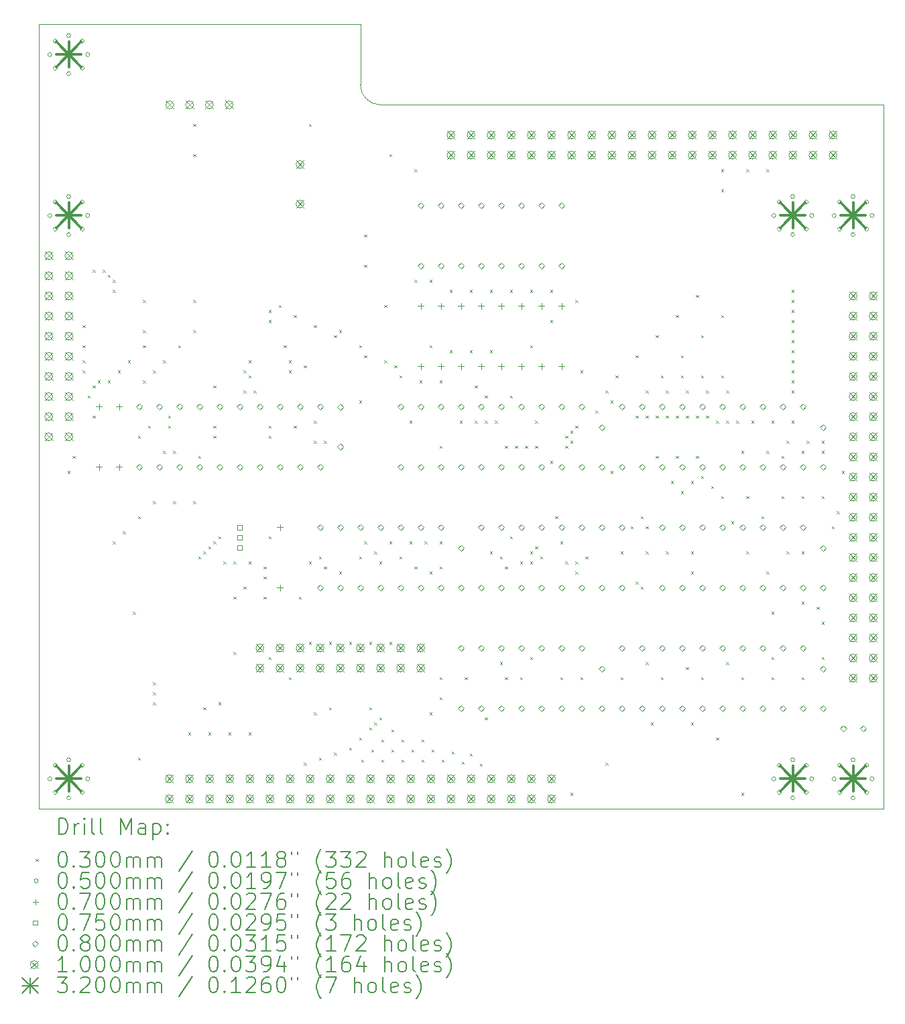
<source format=gbr>
%TF.GenerationSoftware,KiCad,Pcbnew,8.0.4*%
%TF.CreationDate,2024-09-22T21:38:44-05:00*%
%TF.ProjectId,Exp8b,45787038-622e-46b6-9963-61645f706362,rev?*%
%TF.SameCoordinates,Original*%
%TF.FileFunction,Drillmap*%
%TF.FilePolarity,Positive*%
%FSLAX45Y45*%
G04 Gerber Fmt 4.5, Leading zero omitted, Abs format (unit mm)*
G04 Created by KiCad (PCBNEW 8.0.4) date 2024-09-22 21:38:44*
%MOMM*%
%LPD*%
G01*
G04 APERTURE LIST*
%ADD10C,0.100000*%
%ADD11C,0.200000*%
%ADD12C,0.320000*%
G04 APERTURE END LIST*
D10*
X9398000Y-5080000D02*
G75*
G02*
X9144000Y-4826000I0J254000D01*
G01*
X9144000Y-4064000D02*
X5080000Y-4064000D01*
X9144000Y-4826000D02*
X9144000Y-4064000D01*
X15748000Y-13970000D02*
X5080000Y-13970000D01*
X15748000Y-5080000D02*
X15748000Y-13970000D01*
X5080000Y-13970000D02*
X5080000Y-4064000D01*
X9398000Y-5080000D02*
X15748000Y-5080000D01*
D11*
D10*
X5446000Y-9700500D02*
X5476000Y-9730500D01*
X5476000Y-9700500D02*
X5446000Y-9730500D01*
X5509500Y-9510000D02*
X5539500Y-9540000D01*
X5539500Y-9510000D02*
X5509500Y-9540000D01*
X5636500Y-7859000D02*
X5666500Y-7889000D01*
X5666500Y-7859000D02*
X5636500Y-7889000D01*
X5636500Y-8113000D02*
X5666500Y-8143000D01*
X5666500Y-8113000D02*
X5636500Y-8143000D01*
X5636500Y-8303500D02*
X5666500Y-8333500D01*
X5666500Y-8303500D02*
X5636500Y-8333500D01*
X5636500Y-8430500D02*
X5666500Y-8460500D01*
X5666500Y-8430500D02*
X5636500Y-8460500D01*
X5700000Y-8748000D02*
X5730000Y-8778000D01*
X5730000Y-8748000D02*
X5700000Y-8778000D01*
X5763500Y-7160500D02*
X5793500Y-7190500D01*
X5793500Y-7160500D02*
X5763500Y-7190500D01*
X5763500Y-8621000D02*
X5793500Y-8651000D01*
X5793500Y-8621000D02*
X5763500Y-8651000D01*
X5763500Y-9002000D02*
X5793500Y-9032000D01*
X5793500Y-9002000D02*
X5763500Y-9032000D01*
X5827000Y-8557500D02*
X5857000Y-8587500D01*
X5857000Y-8557500D02*
X5827000Y-8587500D01*
X5890500Y-7160500D02*
X5920500Y-7190500D01*
X5920500Y-7160500D02*
X5890500Y-7190500D01*
X5954000Y-7224000D02*
X5984000Y-7254000D01*
X5984000Y-7224000D02*
X5954000Y-7254000D01*
X5954000Y-8557500D02*
X5984000Y-8587500D01*
X5984000Y-8557500D02*
X5954000Y-8587500D01*
X6017500Y-7287500D02*
X6047500Y-7317500D01*
X6047500Y-7287500D02*
X6017500Y-7317500D01*
X6017500Y-7414500D02*
X6047500Y-7444500D01*
X6047500Y-7414500D02*
X6017500Y-7444500D01*
X6017500Y-10589500D02*
X6047500Y-10619500D01*
X6047500Y-10589500D02*
X6017500Y-10619500D01*
X6081000Y-8430500D02*
X6111000Y-8460500D01*
X6111000Y-8430500D02*
X6081000Y-8460500D01*
X6144500Y-10462500D02*
X6174500Y-10492500D01*
X6174500Y-10462500D02*
X6144500Y-10492500D01*
X6208000Y-8303500D02*
X6238000Y-8333500D01*
X6238000Y-8303500D02*
X6208000Y-8333500D01*
X6271500Y-11478500D02*
X6301500Y-11508500D01*
X6301500Y-11478500D02*
X6271500Y-11508500D01*
X6335000Y-9256000D02*
X6365000Y-9286000D01*
X6365000Y-9256000D02*
X6335000Y-9286000D01*
X6335000Y-10272000D02*
X6365000Y-10302000D01*
X6365000Y-10272000D02*
X6335000Y-10302000D01*
X6335000Y-13320000D02*
X6365000Y-13350000D01*
X6365000Y-13320000D02*
X6335000Y-13350000D01*
X6398500Y-7541500D02*
X6428500Y-7571500D01*
X6428500Y-7541500D02*
X6398500Y-7571500D01*
X6398500Y-7922500D02*
X6428500Y-7952500D01*
X6428500Y-7922500D02*
X6398500Y-7952500D01*
X6398500Y-8113000D02*
X6428500Y-8143000D01*
X6428500Y-8113000D02*
X6398500Y-8143000D01*
X6398500Y-8557500D02*
X6428500Y-8587500D01*
X6428500Y-8557500D02*
X6398500Y-8587500D01*
X6462000Y-9129000D02*
X6492000Y-9159000D01*
X6492000Y-9129000D02*
X6462000Y-9159000D01*
X6525500Y-8430500D02*
X6555500Y-8460500D01*
X6555500Y-8430500D02*
X6525500Y-8460500D01*
X6525500Y-10081500D02*
X6555500Y-10111500D01*
X6555500Y-10081500D02*
X6525500Y-10111500D01*
X6525500Y-12367500D02*
X6555500Y-12397500D01*
X6555500Y-12367500D02*
X6525500Y-12397500D01*
X6525500Y-12494500D02*
X6555500Y-12524500D01*
X6555500Y-12494500D02*
X6525500Y-12524500D01*
X6525500Y-12621500D02*
X6555500Y-12651500D01*
X6555500Y-12621500D02*
X6525500Y-12651500D01*
X6652500Y-8303500D02*
X6682500Y-8333500D01*
X6682500Y-8303500D02*
X6652500Y-8333500D01*
X6652500Y-9446500D02*
X6682500Y-9476500D01*
X6682500Y-9446500D02*
X6652500Y-9476500D01*
X6716000Y-9002000D02*
X6746000Y-9032000D01*
X6746000Y-9002000D02*
X6716000Y-9032000D01*
X6716000Y-9129000D02*
X6746000Y-9159000D01*
X6746000Y-9129000D02*
X6716000Y-9159000D01*
X6779500Y-9446500D02*
X6809500Y-9476500D01*
X6809500Y-9446500D02*
X6779500Y-9476500D01*
X6779500Y-10081500D02*
X6809500Y-10111500D01*
X6809500Y-10081500D02*
X6779500Y-10111500D01*
X6843000Y-8113000D02*
X6873000Y-8143000D01*
X6873000Y-8113000D02*
X6843000Y-8143000D01*
X6970000Y-13002500D02*
X7000000Y-13032500D01*
X7000000Y-13002500D02*
X6970000Y-13032500D01*
X7033500Y-5319000D02*
X7063500Y-5349000D01*
X7063500Y-5319000D02*
X7033500Y-5349000D01*
X7033500Y-5700000D02*
X7063500Y-5730000D01*
X7063500Y-5700000D02*
X7033500Y-5730000D01*
X7033500Y-7541500D02*
X7063500Y-7571500D01*
X7063500Y-7541500D02*
X7033500Y-7571500D01*
X7033500Y-7922500D02*
X7063500Y-7952500D01*
X7063500Y-7922500D02*
X7033500Y-7952500D01*
X7033500Y-10081500D02*
X7063500Y-10111500D01*
X7063500Y-10081500D02*
X7033500Y-10111500D01*
X7097000Y-9510000D02*
X7127000Y-9540000D01*
X7127000Y-9510000D02*
X7097000Y-9540000D01*
X7097000Y-10780000D02*
X7127000Y-10810000D01*
X7127000Y-10780000D02*
X7097000Y-10810000D01*
X7160500Y-10716500D02*
X7190500Y-10746500D01*
X7190500Y-10716500D02*
X7160500Y-10746500D01*
X7160500Y-12685000D02*
X7190500Y-12715000D01*
X7190500Y-12685000D02*
X7160500Y-12715000D01*
X7224000Y-10653000D02*
X7254000Y-10683000D01*
X7254000Y-10653000D02*
X7224000Y-10683000D01*
X7224000Y-13002500D02*
X7254000Y-13032500D01*
X7254000Y-13002500D02*
X7224000Y-13032500D01*
X7287500Y-8621000D02*
X7317500Y-8651000D01*
X7317500Y-8621000D02*
X7287500Y-8651000D01*
X7287500Y-9129000D02*
X7317500Y-9159000D01*
X7317500Y-9129000D02*
X7287500Y-9159000D01*
X7287500Y-9256000D02*
X7317500Y-9286000D01*
X7317500Y-9256000D02*
X7287500Y-9286000D01*
X7287500Y-10589500D02*
X7317500Y-10619500D01*
X7317500Y-10589500D02*
X7287500Y-10619500D01*
X7351000Y-10526000D02*
X7381000Y-10556000D01*
X7381000Y-10526000D02*
X7351000Y-10556000D01*
X7351000Y-12621500D02*
X7381000Y-12651500D01*
X7381000Y-12621500D02*
X7351000Y-12651500D01*
X7414500Y-10843500D02*
X7444500Y-10873500D01*
X7444500Y-10843500D02*
X7414500Y-10873500D01*
X7478000Y-13002500D02*
X7508000Y-13032500D01*
X7508000Y-13002500D02*
X7478000Y-13032500D01*
X7541500Y-10843500D02*
X7571500Y-10873500D01*
X7571500Y-10843500D02*
X7541500Y-10873500D01*
X7541500Y-11288000D02*
X7571500Y-11318000D01*
X7571500Y-11288000D02*
X7541500Y-11318000D01*
X7541500Y-11986500D02*
X7571500Y-12016500D01*
X7571500Y-11986500D02*
X7541500Y-12016500D01*
X7668500Y-8430500D02*
X7698500Y-8460500D01*
X7698500Y-8430500D02*
X7668500Y-8460500D01*
X7668500Y-8684500D02*
X7698500Y-8714500D01*
X7698500Y-8684500D02*
X7668500Y-8714500D01*
X7668500Y-11161000D02*
X7698500Y-11191000D01*
X7698500Y-11161000D02*
X7668500Y-11191000D01*
X7732000Y-8303500D02*
X7762000Y-8333500D01*
X7762000Y-8303500D02*
X7732000Y-8333500D01*
X7732000Y-8494000D02*
X7762000Y-8524000D01*
X7762000Y-8494000D02*
X7732000Y-8524000D01*
X7732000Y-10843500D02*
X7762000Y-10873500D01*
X7762000Y-10843500D02*
X7732000Y-10873500D01*
X7732000Y-13002500D02*
X7762000Y-13032500D01*
X7762000Y-13002500D02*
X7732000Y-13032500D01*
X7795500Y-8684500D02*
X7825500Y-8714500D01*
X7825500Y-8684500D02*
X7795500Y-8714500D01*
X7922500Y-10907000D02*
X7952500Y-10937000D01*
X7952500Y-10907000D02*
X7922500Y-10937000D01*
X7922500Y-11034000D02*
X7952500Y-11064000D01*
X7952500Y-11034000D02*
X7922500Y-11064000D01*
X7922500Y-11288000D02*
X7952500Y-11318000D01*
X7952500Y-11288000D02*
X7922500Y-11318000D01*
X7986000Y-7668500D02*
X8016000Y-7698500D01*
X8016000Y-7668500D02*
X7986000Y-7698500D01*
X7986000Y-7795500D02*
X8016000Y-7825500D01*
X8016000Y-7795500D02*
X7986000Y-7825500D01*
X7986000Y-9129000D02*
X8016000Y-9159000D01*
X8016000Y-9129000D02*
X7986000Y-9159000D01*
X7986000Y-9256000D02*
X8016000Y-9286000D01*
X8016000Y-9256000D02*
X7986000Y-9286000D01*
X7986000Y-10526000D02*
X8016000Y-10556000D01*
X8016000Y-10526000D02*
X7986000Y-10556000D01*
X7986000Y-12050000D02*
X8016000Y-12080000D01*
X8016000Y-12050000D02*
X7986000Y-12080000D01*
X8113000Y-7605000D02*
X8143000Y-7635000D01*
X8143000Y-7605000D02*
X8113000Y-7635000D01*
X8176500Y-8113000D02*
X8206500Y-8143000D01*
X8206500Y-8113000D02*
X8176500Y-8143000D01*
X8240000Y-8303500D02*
X8270000Y-8333500D01*
X8270000Y-8303500D02*
X8240000Y-8333500D01*
X8240000Y-8430500D02*
X8270000Y-8460500D01*
X8270000Y-8430500D02*
X8240000Y-8460500D01*
X8240000Y-12304000D02*
X8270000Y-12334000D01*
X8270000Y-12304000D02*
X8240000Y-12334000D01*
X8303500Y-7732000D02*
X8333500Y-7762000D01*
X8333500Y-7732000D02*
X8303500Y-7762000D01*
X8303500Y-9129000D02*
X8333500Y-9159000D01*
X8333500Y-9129000D02*
X8303500Y-9159000D01*
X8367000Y-11288000D02*
X8397000Y-11318000D01*
X8397000Y-11288000D02*
X8367000Y-11318000D01*
X8430500Y-8367000D02*
X8460500Y-8397000D01*
X8460500Y-8367000D02*
X8430500Y-8397000D01*
X8430500Y-13383500D02*
X8460500Y-13413500D01*
X8460500Y-13383500D02*
X8430500Y-13413500D01*
X8494000Y-5319000D02*
X8524000Y-5349000D01*
X8524000Y-5319000D02*
X8494000Y-5349000D01*
X8494000Y-10843500D02*
X8524000Y-10873500D01*
X8524000Y-10843500D02*
X8494000Y-10873500D01*
X8494000Y-11859500D02*
X8524000Y-11889500D01*
X8524000Y-11859500D02*
X8494000Y-11889500D01*
X8557500Y-7859000D02*
X8587500Y-7889000D01*
X8587500Y-7859000D02*
X8557500Y-7889000D01*
X8557500Y-9065500D02*
X8587500Y-9095500D01*
X8587500Y-9065500D02*
X8557500Y-9095500D01*
X8557500Y-9319500D02*
X8587500Y-9349500D01*
X8587500Y-9319500D02*
X8557500Y-9349500D01*
X8557500Y-12748500D02*
X8587500Y-12778500D01*
X8587500Y-12748500D02*
X8557500Y-12778500D01*
X8621000Y-10780000D02*
X8651000Y-10810000D01*
X8651000Y-10780000D02*
X8621000Y-10810000D01*
X8621000Y-13320000D02*
X8651000Y-13350000D01*
X8651000Y-13320000D02*
X8621000Y-13350000D01*
X8684500Y-9319500D02*
X8714500Y-9349500D01*
X8714500Y-9319500D02*
X8684500Y-9349500D01*
X8684500Y-10907000D02*
X8714500Y-10937000D01*
X8714500Y-10907000D02*
X8684500Y-10937000D01*
X8748000Y-11859500D02*
X8778000Y-11889500D01*
X8778000Y-11859500D02*
X8748000Y-11889500D01*
X8748000Y-12685000D02*
X8778000Y-12715000D01*
X8778000Y-12685000D02*
X8748000Y-12715000D01*
X8811500Y-7986000D02*
X8841500Y-8016000D01*
X8841500Y-7986000D02*
X8811500Y-8016000D01*
X8811500Y-13256500D02*
X8841500Y-13286500D01*
X8841500Y-13256500D02*
X8811500Y-13286500D01*
X8875000Y-7922500D02*
X8905000Y-7952500D01*
X8905000Y-7922500D02*
X8875000Y-7952500D01*
X8875000Y-10970500D02*
X8905000Y-11000500D01*
X8905000Y-10970500D02*
X8875000Y-11000500D01*
X9002000Y-11859500D02*
X9032000Y-11889500D01*
X9032000Y-11859500D02*
X9002000Y-11889500D01*
X9002000Y-13193000D02*
X9032000Y-13223000D01*
X9032000Y-13193000D02*
X9002000Y-13223000D01*
X9129000Y-8113000D02*
X9159000Y-8143000D01*
X9159000Y-8113000D02*
X9129000Y-8143000D01*
X9129000Y-8811500D02*
X9159000Y-8841500D01*
X9159000Y-8811500D02*
X9129000Y-8841500D01*
X9129000Y-10780000D02*
X9159000Y-10810000D01*
X9159000Y-10780000D02*
X9129000Y-10810000D01*
X9129000Y-13066000D02*
X9159000Y-13096000D01*
X9159000Y-13066000D02*
X9129000Y-13096000D01*
X9154400Y-13345400D02*
X9184400Y-13375400D01*
X9184400Y-13345400D02*
X9154400Y-13375400D01*
X9192500Y-6716000D02*
X9222500Y-6746000D01*
X9222500Y-6716000D02*
X9192500Y-6746000D01*
X9192500Y-7097000D02*
X9222500Y-7127000D01*
X9222500Y-7097000D02*
X9192500Y-7127000D01*
X9192500Y-8240000D02*
X9222500Y-8270000D01*
X9222500Y-8240000D02*
X9192500Y-8270000D01*
X9192500Y-10589500D02*
X9222500Y-10619500D01*
X9222500Y-10589500D02*
X9192500Y-10619500D01*
X9256000Y-11859500D02*
X9286000Y-11889500D01*
X9286000Y-11859500D02*
X9256000Y-11889500D01*
X9256000Y-12685000D02*
X9286000Y-12715000D01*
X9286000Y-12685000D02*
X9256000Y-12715000D01*
X9256000Y-12939000D02*
X9286000Y-12969000D01*
X9286000Y-12939000D02*
X9256000Y-12969000D01*
X9281400Y-13218400D02*
X9311400Y-13248400D01*
X9311400Y-13218400D02*
X9281400Y-13248400D01*
X9319500Y-10716500D02*
X9349500Y-10746500D01*
X9349500Y-10716500D02*
X9319500Y-10746500D01*
X9319500Y-12875500D02*
X9349500Y-12905500D01*
X9349500Y-12875500D02*
X9319500Y-12905500D01*
X9383000Y-10843500D02*
X9413000Y-10873500D01*
X9413000Y-10843500D02*
X9383000Y-10873500D01*
X9383000Y-12812000D02*
X9413000Y-12842000D01*
X9413000Y-12812000D02*
X9383000Y-12842000D01*
X9408400Y-13091400D02*
X9438400Y-13121400D01*
X9438400Y-13091400D02*
X9408400Y-13121400D01*
X9408400Y-13345400D02*
X9438400Y-13375400D01*
X9438400Y-13345400D02*
X9408400Y-13375400D01*
X9446500Y-7605000D02*
X9476500Y-7635000D01*
X9476500Y-7605000D02*
X9446500Y-7635000D01*
X9446500Y-8303500D02*
X9476500Y-8333500D01*
X9476500Y-8303500D02*
X9446500Y-8333500D01*
X9510000Y-5700000D02*
X9540000Y-5730000D01*
X9540000Y-5700000D02*
X9510000Y-5730000D01*
X9510000Y-10589500D02*
X9540000Y-10619500D01*
X9540000Y-10589500D02*
X9510000Y-10619500D01*
X9510000Y-11859500D02*
X9540000Y-11889500D01*
X9540000Y-11859500D02*
X9510000Y-11889500D01*
X9535400Y-12964400D02*
X9565400Y-12994400D01*
X9565400Y-12964400D02*
X9535400Y-12994400D01*
X9535400Y-13218400D02*
X9565400Y-13248400D01*
X9565400Y-13218400D02*
X9535400Y-13248400D01*
X9573500Y-8367000D02*
X9603500Y-8397000D01*
X9603500Y-8367000D02*
X9573500Y-8397000D01*
X9637000Y-8494000D02*
X9667000Y-8524000D01*
X9667000Y-8494000D02*
X9637000Y-8524000D01*
X9637000Y-10780000D02*
X9667000Y-10810000D01*
X9667000Y-10780000D02*
X9637000Y-10810000D01*
X9662400Y-13091400D02*
X9692400Y-13121400D01*
X9692400Y-13091400D02*
X9662400Y-13121400D01*
X9662400Y-13345400D02*
X9692400Y-13375400D01*
X9692400Y-13345400D02*
X9662400Y-13375400D01*
X9764000Y-9065500D02*
X9794000Y-9095500D01*
X9794000Y-9065500D02*
X9764000Y-9095500D01*
X9764000Y-10589500D02*
X9794000Y-10619500D01*
X9794000Y-10589500D02*
X9764000Y-10619500D01*
X9789400Y-13218400D02*
X9819400Y-13248400D01*
X9819400Y-13218400D02*
X9789400Y-13248400D01*
X9827500Y-5890500D02*
X9857500Y-5920500D01*
X9857500Y-5890500D02*
X9827500Y-5920500D01*
X9827500Y-7287500D02*
X9857500Y-7317500D01*
X9857500Y-7287500D02*
X9827500Y-7317500D01*
X9827500Y-10907000D02*
X9857500Y-10937000D01*
X9857500Y-10907000D02*
X9827500Y-10937000D01*
X9891000Y-8557500D02*
X9921000Y-8587500D01*
X9921000Y-8557500D02*
X9891000Y-8587500D01*
X9916400Y-13091400D02*
X9946400Y-13121400D01*
X9946400Y-13091400D02*
X9916400Y-13121400D01*
X9916400Y-13345400D02*
X9946400Y-13375400D01*
X9946400Y-13345400D02*
X9916400Y-13375400D01*
X9954500Y-10589500D02*
X9984500Y-10619500D01*
X9984500Y-10589500D02*
X9954500Y-10619500D01*
X10018000Y-7287500D02*
X10048000Y-7317500D01*
X10048000Y-7287500D02*
X10018000Y-7317500D01*
X10018000Y-8113000D02*
X10048000Y-8143000D01*
X10048000Y-8113000D02*
X10018000Y-8143000D01*
X10018000Y-10970500D02*
X10048000Y-11000500D01*
X10048000Y-10970500D02*
X10018000Y-11000500D01*
X10018000Y-12748500D02*
X10048000Y-12778500D01*
X10048000Y-12748500D02*
X10018000Y-12778500D01*
X10043400Y-13218400D02*
X10073400Y-13248400D01*
X10073400Y-13218400D02*
X10043400Y-13248400D01*
X10145000Y-8557500D02*
X10175000Y-8587500D01*
X10175000Y-8557500D02*
X10145000Y-8587500D01*
X10145000Y-9383000D02*
X10175000Y-9413000D01*
X10175000Y-9383000D02*
X10145000Y-9413000D01*
X10145000Y-10589500D02*
X10175000Y-10619500D01*
X10175000Y-10589500D02*
X10145000Y-10619500D01*
X10145000Y-10907000D02*
X10175000Y-10937000D01*
X10175000Y-10907000D02*
X10145000Y-10937000D01*
X10145000Y-12304000D02*
X10175000Y-12334000D01*
X10175000Y-12304000D02*
X10145000Y-12334000D01*
X10145000Y-12558000D02*
X10175000Y-12588000D01*
X10175000Y-12558000D02*
X10145000Y-12588000D01*
X10170400Y-13345400D02*
X10200400Y-13375400D01*
X10200400Y-13345400D02*
X10170400Y-13375400D01*
X10272000Y-7414500D02*
X10302000Y-7444500D01*
X10302000Y-7414500D02*
X10272000Y-7444500D01*
X10272000Y-8176500D02*
X10302000Y-8206500D01*
X10302000Y-8176500D02*
X10272000Y-8206500D01*
X10297400Y-13243800D02*
X10327400Y-13273800D01*
X10327400Y-13243800D02*
X10297400Y-13273800D01*
X10399000Y-9065500D02*
X10429000Y-9095500D01*
X10429000Y-9065500D02*
X10399000Y-9095500D01*
X10424400Y-13370800D02*
X10454400Y-13400800D01*
X10454400Y-13370800D02*
X10424400Y-13400800D01*
X10462500Y-12304000D02*
X10492500Y-12334000D01*
X10492500Y-12304000D02*
X10462500Y-12334000D01*
X10526000Y-7414500D02*
X10556000Y-7444500D01*
X10556000Y-7414500D02*
X10526000Y-7444500D01*
X10526000Y-8176500D02*
X10556000Y-8206500D01*
X10556000Y-8176500D02*
X10526000Y-8206500D01*
X10526000Y-13269200D02*
X10556000Y-13299200D01*
X10556000Y-13269200D02*
X10526000Y-13299200D01*
X10589500Y-8621000D02*
X10619500Y-8651000D01*
X10619500Y-8621000D02*
X10589500Y-8651000D01*
X10589500Y-9065500D02*
X10619500Y-9095500D01*
X10619500Y-9065500D02*
X10589500Y-9095500D01*
X10653000Y-13396200D02*
X10683000Y-13426200D01*
X10683000Y-13396200D02*
X10653000Y-13426200D01*
X10716500Y-8748000D02*
X10746500Y-8778000D01*
X10746500Y-8748000D02*
X10716500Y-8778000D01*
X10716500Y-9065500D02*
X10746500Y-9095500D01*
X10746500Y-9065500D02*
X10716500Y-9095500D01*
X10716500Y-12812000D02*
X10746500Y-12842000D01*
X10746500Y-12812000D02*
X10716500Y-12842000D01*
X10780000Y-7414500D02*
X10810000Y-7444500D01*
X10810000Y-7414500D02*
X10780000Y-7444500D01*
X10780000Y-8176500D02*
X10810000Y-8206500D01*
X10810000Y-8176500D02*
X10780000Y-8206500D01*
X10780000Y-10716500D02*
X10810000Y-10746500D01*
X10810000Y-10716500D02*
X10780000Y-10746500D01*
X10843500Y-9065500D02*
X10873500Y-9095500D01*
X10873500Y-9065500D02*
X10843500Y-9095500D01*
X10907000Y-10780000D02*
X10937000Y-10810000D01*
X10937000Y-10780000D02*
X10907000Y-10810000D01*
X10907000Y-12113500D02*
X10937000Y-12143500D01*
X10937000Y-12113500D02*
X10907000Y-12143500D01*
X10970500Y-9383000D02*
X11000500Y-9413000D01*
X11000500Y-9383000D02*
X10970500Y-9413000D01*
X10970500Y-10907000D02*
X11000500Y-10937000D01*
X11000500Y-10907000D02*
X10970500Y-10937000D01*
X10970500Y-12304000D02*
X11000500Y-12334000D01*
X11000500Y-12304000D02*
X10970500Y-12334000D01*
X11034000Y-7414500D02*
X11064000Y-7444500D01*
X11064000Y-7414500D02*
X11034000Y-7444500D01*
X11034000Y-8748000D02*
X11064000Y-8778000D01*
X11064000Y-8748000D02*
X11034000Y-8778000D01*
X11034000Y-10526000D02*
X11064000Y-10556000D01*
X11064000Y-10526000D02*
X11034000Y-10556000D01*
X11097500Y-9383000D02*
X11127500Y-9413000D01*
X11127500Y-9383000D02*
X11097500Y-9413000D01*
X11161000Y-10843500D02*
X11191000Y-10873500D01*
X11191000Y-10843500D02*
X11161000Y-10873500D01*
X11161000Y-12304000D02*
X11191000Y-12334000D01*
X11191000Y-12304000D02*
X11161000Y-12334000D01*
X11224500Y-9383000D02*
X11254500Y-9413000D01*
X11254500Y-9383000D02*
X11224500Y-9413000D01*
X11288000Y-7414500D02*
X11318000Y-7444500D01*
X11318000Y-7414500D02*
X11288000Y-7444500D01*
X11288000Y-8113000D02*
X11318000Y-8143000D01*
X11318000Y-8113000D02*
X11288000Y-8143000D01*
X11288000Y-10716500D02*
X11318000Y-10746500D01*
X11318000Y-10716500D02*
X11288000Y-10746500D01*
X11288000Y-10843500D02*
X11318000Y-10873500D01*
X11318000Y-10843500D02*
X11288000Y-10873500D01*
X11288000Y-12050000D02*
X11318000Y-12080000D01*
X11318000Y-12050000D02*
X11288000Y-12080000D01*
X11351500Y-9065500D02*
X11381500Y-9095500D01*
X11381500Y-9065500D02*
X11351500Y-9095500D01*
X11351500Y-9383000D02*
X11381500Y-9413000D01*
X11381500Y-9383000D02*
X11351500Y-9413000D01*
X11351500Y-10653000D02*
X11381500Y-10683000D01*
X11381500Y-10653000D02*
X11351500Y-10683000D01*
X11415000Y-10780000D02*
X11445000Y-10810000D01*
X11445000Y-10780000D02*
X11415000Y-10810000D01*
X11542000Y-7414500D02*
X11572000Y-7444500D01*
X11572000Y-7414500D02*
X11542000Y-7444500D01*
X11542000Y-7795500D02*
X11572000Y-7825500D01*
X11572000Y-7795500D02*
X11542000Y-7825500D01*
X11542000Y-9573500D02*
X11572000Y-9603500D01*
X11572000Y-9573500D02*
X11542000Y-9603500D01*
X11605500Y-10272000D02*
X11635500Y-10302000D01*
X11635500Y-10272000D02*
X11605500Y-10302000D01*
X11669000Y-10589500D02*
X11699000Y-10619500D01*
X11699000Y-10589500D02*
X11669000Y-10619500D01*
X11669000Y-12304000D02*
X11699000Y-12334000D01*
X11699000Y-12304000D02*
X11669000Y-12334000D01*
X11732500Y-9256000D02*
X11762500Y-9286000D01*
X11762500Y-9256000D02*
X11732500Y-9286000D01*
X11732500Y-9383000D02*
X11762500Y-9413000D01*
X11762500Y-9383000D02*
X11732500Y-9413000D01*
X11732500Y-10843500D02*
X11762500Y-10873500D01*
X11762500Y-10843500D02*
X11732500Y-10873500D01*
X11796000Y-9192500D02*
X11826000Y-9222500D01*
X11826000Y-9192500D02*
X11796000Y-9222500D01*
X11796000Y-9319500D02*
X11826000Y-9349500D01*
X11826000Y-9319500D02*
X11796000Y-9349500D01*
X11796000Y-13764500D02*
X11826000Y-13794500D01*
X11826000Y-13764500D02*
X11796000Y-13794500D01*
X11859500Y-7541500D02*
X11889500Y-7571500D01*
X11889500Y-7541500D02*
X11859500Y-7571500D01*
X11859500Y-9129000D02*
X11889500Y-9159000D01*
X11889500Y-9129000D02*
X11859500Y-9159000D01*
X11859500Y-10843500D02*
X11889500Y-10873500D01*
X11889500Y-10843500D02*
X11859500Y-10873500D01*
X11859500Y-10970500D02*
X11889500Y-11000500D01*
X11889500Y-10970500D02*
X11859500Y-11000500D01*
X11923000Y-8430500D02*
X11953000Y-8460500D01*
X11953000Y-8430500D02*
X11923000Y-8460500D01*
X11923000Y-12304000D02*
X11953000Y-12334000D01*
X11953000Y-12304000D02*
X11923000Y-12334000D01*
X11986500Y-10780000D02*
X12016500Y-10810000D01*
X12016500Y-10780000D02*
X11986500Y-10810000D01*
X12113500Y-8938500D02*
X12143500Y-8968500D01*
X12143500Y-8938500D02*
X12113500Y-8968500D01*
X12240500Y-8684500D02*
X12270500Y-8714500D01*
X12270500Y-8684500D02*
X12240500Y-8714500D01*
X12240500Y-13383500D02*
X12270500Y-13413500D01*
X12270500Y-13383500D02*
X12240500Y-13413500D01*
X12304000Y-8811500D02*
X12334000Y-8841500D01*
X12334000Y-8811500D02*
X12304000Y-8841500D01*
X12304000Y-9700500D02*
X12334000Y-9730500D01*
X12334000Y-9700500D02*
X12304000Y-9730500D01*
X12367500Y-8494000D02*
X12397500Y-8524000D01*
X12397500Y-8494000D02*
X12367500Y-8524000D01*
X12431000Y-10716500D02*
X12461000Y-10746500D01*
X12461000Y-10716500D02*
X12431000Y-10746500D01*
X12431000Y-12304000D02*
X12461000Y-12334000D01*
X12461000Y-12304000D02*
X12431000Y-12334000D01*
X12558000Y-10399000D02*
X12588000Y-10429000D01*
X12588000Y-10399000D02*
X12558000Y-10429000D01*
X12621500Y-8240000D02*
X12651500Y-8270000D01*
X12651500Y-8240000D02*
X12621500Y-8270000D01*
X12621500Y-9002000D02*
X12651500Y-9032000D01*
X12651500Y-9002000D02*
X12621500Y-9032000D01*
X12621500Y-11097500D02*
X12651500Y-11127500D01*
X12651500Y-11097500D02*
X12621500Y-11127500D01*
X12685000Y-10272000D02*
X12715000Y-10302000D01*
X12715000Y-10272000D02*
X12685000Y-10302000D01*
X12685000Y-11161000D02*
X12715000Y-11191000D01*
X12715000Y-11161000D02*
X12685000Y-11191000D01*
X12748500Y-8684500D02*
X12778500Y-8714500D01*
X12778500Y-8684500D02*
X12748500Y-8714500D01*
X12748500Y-9002000D02*
X12778500Y-9032000D01*
X12778500Y-9002000D02*
X12748500Y-9032000D01*
X12748500Y-10399000D02*
X12778500Y-10429000D01*
X12778500Y-10399000D02*
X12748500Y-10429000D01*
X12748500Y-10716500D02*
X12778500Y-10746500D01*
X12778500Y-10716500D02*
X12748500Y-10746500D01*
X12748500Y-12113500D02*
X12778500Y-12143500D01*
X12778500Y-12113500D02*
X12748500Y-12143500D01*
X12812000Y-12875500D02*
X12842000Y-12905500D01*
X12842000Y-12875500D02*
X12812000Y-12905500D01*
X12875500Y-7986000D02*
X12905500Y-8016000D01*
X12905500Y-7986000D02*
X12875500Y-8016000D01*
X12875500Y-9002000D02*
X12905500Y-9032000D01*
X12905500Y-9002000D02*
X12875500Y-9032000D01*
X12875500Y-9510000D02*
X12905500Y-9540000D01*
X12905500Y-9510000D02*
X12875500Y-9540000D01*
X12939000Y-8494000D02*
X12969000Y-8524000D01*
X12969000Y-8494000D02*
X12939000Y-8524000D01*
X12939000Y-12304000D02*
X12969000Y-12334000D01*
X12969000Y-12304000D02*
X12939000Y-12334000D01*
X13002500Y-8684500D02*
X13032500Y-8714500D01*
X13032500Y-8684500D02*
X13002500Y-8714500D01*
X13002500Y-9002000D02*
X13032500Y-9032000D01*
X13032500Y-9002000D02*
X13002500Y-9032000D01*
X13002500Y-10716500D02*
X13032500Y-10746500D01*
X13032500Y-10716500D02*
X13002500Y-10746500D01*
X13066000Y-9827500D02*
X13096000Y-9857500D01*
X13096000Y-9827500D02*
X13066000Y-9857500D01*
X13129500Y-7732000D02*
X13159500Y-7762000D01*
X13159500Y-7732000D02*
X13129500Y-7762000D01*
X13129500Y-9002000D02*
X13159500Y-9032000D01*
X13159500Y-9002000D02*
X13129500Y-9032000D01*
X13129500Y-9510000D02*
X13159500Y-9540000D01*
X13159500Y-9510000D02*
X13129500Y-9540000D01*
X13193000Y-8240000D02*
X13223000Y-8270000D01*
X13223000Y-8240000D02*
X13193000Y-8270000D01*
X13193000Y-8494000D02*
X13223000Y-8524000D01*
X13223000Y-8494000D02*
X13193000Y-8524000D01*
X13193000Y-9954500D02*
X13223000Y-9984500D01*
X13223000Y-9954500D02*
X13193000Y-9984500D01*
X13256500Y-8684500D02*
X13286500Y-8714500D01*
X13286500Y-8684500D02*
X13256500Y-8714500D01*
X13256500Y-9002000D02*
X13286500Y-9032000D01*
X13286500Y-9002000D02*
X13256500Y-9032000D01*
X13256500Y-12177000D02*
X13286500Y-12207000D01*
X13286500Y-12177000D02*
X13256500Y-12207000D01*
X13320000Y-9827500D02*
X13350000Y-9857500D01*
X13350000Y-9827500D02*
X13320000Y-9857500D01*
X13320000Y-10716500D02*
X13350000Y-10746500D01*
X13350000Y-10716500D02*
X13320000Y-10746500D01*
X13320000Y-10970500D02*
X13350000Y-11000500D01*
X13350000Y-10970500D02*
X13320000Y-11000500D01*
X13320000Y-12875500D02*
X13350000Y-12905500D01*
X13350000Y-12875500D02*
X13320000Y-12905500D01*
X13383500Y-7478000D02*
X13413500Y-7508000D01*
X13413500Y-7478000D02*
X13383500Y-7508000D01*
X13383500Y-9002000D02*
X13413500Y-9032000D01*
X13413500Y-9002000D02*
X13383500Y-9032000D01*
X13383500Y-9510000D02*
X13413500Y-9540000D01*
X13413500Y-9510000D02*
X13383500Y-9540000D01*
X13447000Y-7986000D02*
X13477000Y-8016000D01*
X13477000Y-7986000D02*
X13447000Y-8016000D01*
X13447000Y-8494000D02*
X13477000Y-8524000D01*
X13477000Y-8494000D02*
X13447000Y-8524000D01*
X13447000Y-9764000D02*
X13477000Y-9794000D01*
X13477000Y-9764000D02*
X13447000Y-9794000D01*
X13447000Y-12304000D02*
X13477000Y-12334000D01*
X13477000Y-12304000D02*
X13447000Y-12334000D01*
X13510500Y-8684500D02*
X13540500Y-8714500D01*
X13540500Y-8684500D02*
X13510500Y-8714500D01*
X13510500Y-9002000D02*
X13540500Y-9032000D01*
X13540500Y-9002000D02*
X13510500Y-9032000D01*
X13574000Y-9891000D02*
X13604000Y-9921000D01*
X13604000Y-9891000D02*
X13574000Y-9921000D01*
X13637500Y-9065500D02*
X13667500Y-9095500D01*
X13667500Y-9065500D02*
X13637500Y-9095500D01*
X13637500Y-13066000D02*
X13667500Y-13096000D01*
X13667500Y-13066000D02*
X13637500Y-13096000D01*
X13701000Y-5890500D02*
X13731000Y-5920500D01*
X13731000Y-5890500D02*
X13701000Y-5920500D01*
X13701000Y-6144500D02*
X13731000Y-6174500D01*
X13731000Y-6144500D02*
X13701000Y-6174500D01*
X13701000Y-7732000D02*
X13731000Y-7762000D01*
X13731000Y-7732000D02*
X13701000Y-7762000D01*
X13701000Y-8494000D02*
X13731000Y-8524000D01*
X13731000Y-8494000D02*
X13701000Y-8524000D01*
X13701000Y-10018000D02*
X13731000Y-10048000D01*
X13731000Y-10018000D02*
X13701000Y-10048000D01*
X13764500Y-8684500D02*
X13794500Y-8714500D01*
X13794500Y-8684500D02*
X13764500Y-8714500D01*
X13764500Y-9065500D02*
X13794500Y-9095500D01*
X13794500Y-9065500D02*
X13764500Y-9095500D01*
X13764500Y-12113500D02*
X13794500Y-12143500D01*
X13794500Y-12113500D02*
X13764500Y-12143500D01*
X13828000Y-10335500D02*
X13858000Y-10365500D01*
X13858000Y-10335500D02*
X13828000Y-10365500D01*
X13891500Y-9065500D02*
X13921500Y-9095500D01*
X13921500Y-9065500D02*
X13891500Y-9095500D01*
X13955000Y-9446500D02*
X13985000Y-9476500D01*
X13985000Y-9446500D02*
X13955000Y-9476500D01*
X13955000Y-12304000D02*
X13985000Y-12334000D01*
X13985000Y-12304000D02*
X13955000Y-12334000D01*
X13955000Y-13764500D02*
X13985000Y-13794500D01*
X13985000Y-13764500D02*
X13955000Y-13794500D01*
X14018500Y-5890500D02*
X14048500Y-5920500D01*
X14048500Y-5890500D02*
X14018500Y-5920500D01*
X14018500Y-10018000D02*
X14048500Y-10048000D01*
X14048500Y-10018000D02*
X14018500Y-10048000D01*
X14018500Y-10716500D02*
X14048500Y-10746500D01*
X14048500Y-10716500D02*
X14018500Y-10746500D01*
X14082000Y-9065500D02*
X14112000Y-9095500D01*
X14112000Y-9065500D02*
X14082000Y-9095500D01*
X14209000Y-10272000D02*
X14239000Y-10302000D01*
X14239000Y-10272000D02*
X14209000Y-10302000D01*
X14272500Y-5890500D02*
X14302500Y-5920500D01*
X14302500Y-5890500D02*
X14272500Y-5920500D01*
X14272500Y-9446500D02*
X14302500Y-9476500D01*
X14302500Y-9446500D02*
X14272500Y-9476500D01*
X14272500Y-10970500D02*
X14302500Y-11000500D01*
X14302500Y-10970500D02*
X14272500Y-11000500D01*
X14336000Y-9065500D02*
X14366000Y-9095500D01*
X14366000Y-9065500D02*
X14336000Y-9095500D01*
X14336000Y-11478500D02*
X14366000Y-11508500D01*
X14366000Y-11478500D02*
X14336000Y-11508500D01*
X14336000Y-12050000D02*
X14366000Y-12080000D01*
X14366000Y-12050000D02*
X14336000Y-12080000D01*
X14336000Y-12304000D02*
X14366000Y-12334000D01*
X14366000Y-12304000D02*
X14336000Y-12334000D01*
X14463000Y-9510000D02*
X14493000Y-9540000D01*
X14493000Y-9510000D02*
X14463000Y-9540000D01*
X14463000Y-10018000D02*
X14493000Y-10048000D01*
X14493000Y-10018000D02*
X14463000Y-10048000D01*
X14526500Y-9319500D02*
X14556500Y-9349500D01*
X14556500Y-9319500D02*
X14526500Y-9349500D01*
X14526500Y-10716500D02*
X14556500Y-10746500D01*
X14556500Y-10716500D02*
X14526500Y-10746500D01*
X14590000Y-7414500D02*
X14620000Y-7444500D01*
X14620000Y-7414500D02*
X14590000Y-7444500D01*
X14590000Y-7541500D02*
X14620000Y-7571500D01*
X14620000Y-7541500D02*
X14590000Y-7571500D01*
X14590000Y-7668500D02*
X14620000Y-7698500D01*
X14620000Y-7668500D02*
X14590000Y-7698500D01*
X14590000Y-7795500D02*
X14620000Y-7825500D01*
X14620000Y-7795500D02*
X14590000Y-7825500D01*
X14590000Y-7922500D02*
X14620000Y-7952500D01*
X14620000Y-7922500D02*
X14590000Y-7952500D01*
X14590000Y-8049500D02*
X14620000Y-8079500D01*
X14620000Y-8049500D02*
X14590000Y-8079500D01*
X14590000Y-8176500D02*
X14620000Y-8206500D01*
X14620000Y-8176500D02*
X14590000Y-8206500D01*
X14590000Y-8303500D02*
X14620000Y-8333500D01*
X14620000Y-8303500D02*
X14590000Y-8333500D01*
X14590000Y-8430500D02*
X14620000Y-8460500D01*
X14620000Y-8430500D02*
X14590000Y-8460500D01*
X14590000Y-8557500D02*
X14620000Y-8587500D01*
X14620000Y-8557500D02*
X14590000Y-8587500D01*
X14590000Y-8684500D02*
X14620000Y-8714500D01*
X14620000Y-8684500D02*
X14590000Y-8714500D01*
X14590000Y-9065500D02*
X14620000Y-9095500D01*
X14620000Y-9065500D02*
X14590000Y-9095500D01*
X14717000Y-9446500D02*
X14747000Y-9476500D01*
X14747000Y-9446500D02*
X14717000Y-9476500D01*
X14717000Y-10018000D02*
X14747000Y-10048000D01*
X14747000Y-10018000D02*
X14717000Y-10048000D01*
X14717000Y-10716500D02*
X14747000Y-10746500D01*
X14747000Y-10716500D02*
X14717000Y-10746500D01*
X14717000Y-11351500D02*
X14747000Y-11381500D01*
X14747000Y-11351500D02*
X14717000Y-11381500D01*
X14717000Y-12304000D02*
X14747000Y-12334000D01*
X14747000Y-12304000D02*
X14717000Y-12334000D01*
X14780500Y-9319500D02*
X14810500Y-9349500D01*
X14810500Y-9319500D02*
X14780500Y-9349500D01*
X14907500Y-11415000D02*
X14937500Y-11445000D01*
X14937500Y-11415000D02*
X14907500Y-11445000D01*
X14971000Y-9319500D02*
X15001000Y-9349500D01*
X15001000Y-9319500D02*
X14971000Y-9349500D01*
X14971000Y-9446500D02*
X15001000Y-9476500D01*
X15001000Y-9446500D02*
X14971000Y-9476500D01*
X14971000Y-10018000D02*
X15001000Y-10048000D01*
X15001000Y-10018000D02*
X14971000Y-10048000D01*
X14971000Y-11605500D02*
X15001000Y-11635500D01*
X15001000Y-11605500D02*
X14971000Y-11635500D01*
X14971000Y-12050000D02*
X15001000Y-12080000D01*
X15001000Y-12050000D02*
X14971000Y-12080000D01*
X15098000Y-10399000D02*
X15128000Y-10429000D01*
X15128000Y-10399000D02*
X15098000Y-10429000D01*
X15161500Y-10208500D02*
X15191500Y-10238500D01*
X15191500Y-10208500D02*
X15161500Y-10238500D01*
X15225000Y-9700500D02*
X15255000Y-9730500D01*
X15255000Y-9700500D02*
X15225000Y-9730500D01*
X5246000Y-4445000D02*
G75*
G02*
X5196000Y-4445000I-25000J0D01*
G01*
X5196000Y-4445000D02*
G75*
G02*
X5246000Y-4445000I25000J0D01*
G01*
X5246000Y-6477000D02*
G75*
G02*
X5196000Y-6477000I-25000J0D01*
G01*
X5196000Y-6477000D02*
G75*
G02*
X5246000Y-6477000I25000J0D01*
G01*
X5246000Y-13589000D02*
G75*
G02*
X5196000Y-13589000I-25000J0D01*
G01*
X5196000Y-13589000D02*
G75*
G02*
X5246000Y-13589000I25000J0D01*
G01*
X5316294Y-4275294D02*
G75*
G02*
X5266294Y-4275294I-25000J0D01*
G01*
X5266294Y-4275294D02*
G75*
G02*
X5316294Y-4275294I25000J0D01*
G01*
X5316294Y-4614706D02*
G75*
G02*
X5266294Y-4614706I-25000J0D01*
G01*
X5266294Y-4614706D02*
G75*
G02*
X5316294Y-4614706I25000J0D01*
G01*
X5316294Y-6307294D02*
G75*
G02*
X5266294Y-6307294I-25000J0D01*
G01*
X5266294Y-6307294D02*
G75*
G02*
X5316294Y-6307294I25000J0D01*
G01*
X5316294Y-6646706D02*
G75*
G02*
X5266294Y-6646706I-25000J0D01*
G01*
X5266294Y-6646706D02*
G75*
G02*
X5316294Y-6646706I25000J0D01*
G01*
X5316294Y-13419294D02*
G75*
G02*
X5266294Y-13419294I-25000J0D01*
G01*
X5266294Y-13419294D02*
G75*
G02*
X5316294Y-13419294I25000J0D01*
G01*
X5316294Y-13758706D02*
G75*
G02*
X5266294Y-13758706I-25000J0D01*
G01*
X5266294Y-13758706D02*
G75*
G02*
X5316294Y-13758706I25000J0D01*
G01*
X5486000Y-4205000D02*
G75*
G02*
X5436000Y-4205000I-25000J0D01*
G01*
X5436000Y-4205000D02*
G75*
G02*
X5486000Y-4205000I25000J0D01*
G01*
X5486000Y-4685000D02*
G75*
G02*
X5436000Y-4685000I-25000J0D01*
G01*
X5436000Y-4685000D02*
G75*
G02*
X5486000Y-4685000I25000J0D01*
G01*
X5486000Y-6237000D02*
G75*
G02*
X5436000Y-6237000I-25000J0D01*
G01*
X5436000Y-6237000D02*
G75*
G02*
X5486000Y-6237000I25000J0D01*
G01*
X5486000Y-6717000D02*
G75*
G02*
X5436000Y-6717000I-25000J0D01*
G01*
X5436000Y-6717000D02*
G75*
G02*
X5486000Y-6717000I25000J0D01*
G01*
X5486000Y-13349000D02*
G75*
G02*
X5436000Y-13349000I-25000J0D01*
G01*
X5436000Y-13349000D02*
G75*
G02*
X5486000Y-13349000I25000J0D01*
G01*
X5486000Y-13829000D02*
G75*
G02*
X5436000Y-13829000I-25000J0D01*
G01*
X5436000Y-13829000D02*
G75*
G02*
X5486000Y-13829000I25000J0D01*
G01*
X5655706Y-4275294D02*
G75*
G02*
X5605706Y-4275294I-25000J0D01*
G01*
X5605706Y-4275294D02*
G75*
G02*
X5655706Y-4275294I25000J0D01*
G01*
X5655706Y-4614706D02*
G75*
G02*
X5605706Y-4614706I-25000J0D01*
G01*
X5605706Y-4614706D02*
G75*
G02*
X5655706Y-4614706I25000J0D01*
G01*
X5655706Y-6307294D02*
G75*
G02*
X5605706Y-6307294I-25000J0D01*
G01*
X5605706Y-6307294D02*
G75*
G02*
X5655706Y-6307294I25000J0D01*
G01*
X5655706Y-6646706D02*
G75*
G02*
X5605706Y-6646706I-25000J0D01*
G01*
X5605706Y-6646706D02*
G75*
G02*
X5655706Y-6646706I25000J0D01*
G01*
X5655706Y-13419294D02*
G75*
G02*
X5605706Y-13419294I-25000J0D01*
G01*
X5605706Y-13419294D02*
G75*
G02*
X5655706Y-13419294I25000J0D01*
G01*
X5655706Y-13758706D02*
G75*
G02*
X5605706Y-13758706I-25000J0D01*
G01*
X5605706Y-13758706D02*
G75*
G02*
X5655706Y-13758706I25000J0D01*
G01*
X5726000Y-4445000D02*
G75*
G02*
X5676000Y-4445000I-25000J0D01*
G01*
X5676000Y-4445000D02*
G75*
G02*
X5726000Y-4445000I25000J0D01*
G01*
X5726000Y-6477000D02*
G75*
G02*
X5676000Y-6477000I-25000J0D01*
G01*
X5676000Y-6477000D02*
G75*
G02*
X5726000Y-6477000I25000J0D01*
G01*
X5726000Y-13589000D02*
G75*
G02*
X5676000Y-13589000I-25000J0D01*
G01*
X5676000Y-13589000D02*
G75*
G02*
X5726000Y-13589000I25000J0D01*
G01*
X14390000Y-6477000D02*
G75*
G02*
X14340000Y-6477000I-25000J0D01*
G01*
X14340000Y-6477000D02*
G75*
G02*
X14390000Y-6477000I25000J0D01*
G01*
X14390000Y-13589000D02*
G75*
G02*
X14340000Y-13589000I-25000J0D01*
G01*
X14340000Y-13589000D02*
G75*
G02*
X14390000Y-13589000I25000J0D01*
G01*
X14460294Y-6307294D02*
G75*
G02*
X14410294Y-6307294I-25000J0D01*
G01*
X14410294Y-6307294D02*
G75*
G02*
X14460294Y-6307294I25000J0D01*
G01*
X14460294Y-6646706D02*
G75*
G02*
X14410294Y-6646706I-25000J0D01*
G01*
X14410294Y-6646706D02*
G75*
G02*
X14460294Y-6646706I25000J0D01*
G01*
X14460294Y-13419294D02*
G75*
G02*
X14410294Y-13419294I-25000J0D01*
G01*
X14410294Y-13419294D02*
G75*
G02*
X14460294Y-13419294I25000J0D01*
G01*
X14460294Y-13758706D02*
G75*
G02*
X14410294Y-13758706I-25000J0D01*
G01*
X14410294Y-13758706D02*
G75*
G02*
X14460294Y-13758706I25000J0D01*
G01*
X14630000Y-6237000D02*
G75*
G02*
X14580000Y-6237000I-25000J0D01*
G01*
X14580000Y-6237000D02*
G75*
G02*
X14630000Y-6237000I25000J0D01*
G01*
X14630000Y-6717000D02*
G75*
G02*
X14580000Y-6717000I-25000J0D01*
G01*
X14580000Y-6717000D02*
G75*
G02*
X14630000Y-6717000I25000J0D01*
G01*
X14630000Y-13349000D02*
G75*
G02*
X14580000Y-13349000I-25000J0D01*
G01*
X14580000Y-13349000D02*
G75*
G02*
X14630000Y-13349000I25000J0D01*
G01*
X14630000Y-13829000D02*
G75*
G02*
X14580000Y-13829000I-25000J0D01*
G01*
X14580000Y-13829000D02*
G75*
G02*
X14630000Y-13829000I25000J0D01*
G01*
X14799706Y-6307294D02*
G75*
G02*
X14749706Y-6307294I-25000J0D01*
G01*
X14749706Y-6307294D02*
G75*
G02*
X14799706Y-6307294I25000J0D01*
G01*
X14799706Y-6646706D02*
G75*
G02*
X14749706Y-6646706I-25000J0D01*
G01*
X14749706Y-6646706D02*
G75*
G02*
X14799706Y-6646706I25000J0D01*
G01*
X14799706Y-13419294D02*
G75*
G02*
X14749706Y-13419294I-25000J0D01*
G01*
X14749706Y-13419294D02*
G75*
G02*
X14799706Y-13419294I25000J0D01*
G01*
X14799706Y-13758706D02*
G75*
G02*
X14749706Y-13758706I-25000J0D01*
G01*
X14749706Y-13758706D02*
G75*
G02*
X14799706Y-13758706I25000J0D01*
G01*
X14870000Y-6477000D02*
G75*
G02*
X14820000Y-6477000I-25000J0D01*
G01*
X14820000Y-6477000D02*
G75*
G02*
X14870000Y-6477000I25000J0D01*
G01*
X14870000Y-13589000D02*
G75*
G02*
X14820000Y-13589000I-25000J0D01*
G01*
X14820000Y-13589000D02*
G75*
G02*
X14870000Y-13589000I25000J0D01*
G01*
X15152000Y-6477000D02*
G75*
G02*
X15102000Y-6477000I-25000J0D01*
G01*
X15102000Y-6477000D02*
G75*
G02*
X15152000Y-6477000I25000J0D01*
G01*
X15152000Y-13589000D02*
G75*
G02*
X15102000Y-13589000I-25000J0D01*
G01*
X15102000Y-13589000D02*
G75*
G02*
X15152000Y-13589000I25000J0D01*
G01*
X15222294Y-6307294D02*
G75*
G02*
X15172294Y-6307294I-25000J0D01*
G01*
X15172294Y-6307294D02*
G75*
G02*
X15222294Y-6307294I25000J0D01*
G01*
X15222294Y-6646706D02*
G75*
G02*
X15172294Y-6646706I-25000J0D01*
G01*
X15172294Y-6646706D02*
G75*
G02*
X15222294Y-6646706I25000J0D01*
G01*
X15222294Y-13419294D02*
G75*
G02*
X15172294Y-13419294I-25000J0D01*
G01*
X15172294Y-13419294D02*
G75*
G02*
X15222294Y-13419294I25000J0D01*
G01*
X15222294Y-13758706D02*
G75*
G02*
X15172294Y-13758706I-25000J0D01*
G01*
X15172294Y-13758706D02*
G75*
G02*
X15222294Y-13758706I25000J0D01*
G01*
X15392000Y-6237000D02*
G75*
G02*
X15342000Y-6237000I-25000J0D01*
G01*
X15342000Y-6237000D02*
G75*
G02*
X15392000Y-6237000I25000J0D01*
G01*
X15392000Y-6717000D02*
G75*
G02*
X15342000Y-6717000I-25000J0D01*
G01*
X15342000Y-6717000D02*
G75*
G02*
X15392000Y-6717000I25000J0D01*
G01*
X15392000Y-13349000D02*
G75*
G02*
X15342000Y-13349000I-25000J0D01*
G01*
X15342000Y-13349000D02*
G75*
G02*
X15392000Y-13349000I25000J0D01*
G01*
X15392000Y-13829000D02*
G75*
G02*
X15342000Y-13829000I-25000J0D01*
G01*
X15342000Y-13829000D02*
G75*
G02*
X15392000Y-13829000I25000J0D01*
G01*
X15561706Y-6307294D02*
G75*
G02*
X15511706Y-6307294I-25000J0D01*
G01*
X15511706Y-6307294D02*
G75*
G02*
X15561706Y-6307294I25000J0D01*
G01*
X15561706Y-6646706D02*
G75*
G02*
X15511706Y-6646706I-25000J0D01*
G01*
X15511706Y-6646706D02*
G75*
G02*
X15561706Y-6646706I25000J0D01*
G01*
X15561706Y-13419294D02*
G75*
G02*
X15511706Y-13419294I-25000J0D01*
G01*
X15511706Y-13419294D02*
G75*
G02*
X15561706Y-13419294I25000J0D01*
G01*
X15561706Y-13758706D02*
G75*
G02*
X15511706Y-13758706I-25000J0D01*
G01*
X15511706Y-13758706D02*
G75*
G02*
X15561706Y-13758706I25000J0D01*
G01*
X15632000Y-6477000D02*
G75*
G02*
X15582000Y-6477000I-25000J0D01*
G01*
X15582000Y-6477000D02*
G75*
G02*
X15632000Y-6477000I25000J0D01*
G01*
X15632000Y-13589000D02*
G75*
G02*
X15582000Y-13589000I-25000J0D01*
G01*
X15582000Y-13589000D02*
G75*
G02*
X15632000Y-13589000I25000J0D01*
G01*
X5842000Y-8855000D02*
X5842000Y-8925000D01*
X5807000Y-8890000D02*
X5877000Y-8890000D01*
X5842000Y-9617000D02*
X5842000Y-9687000D01*
X5807000Y-9652000D02*
X5877000Y-9652000D01*
X6096000Y-8855000D02*
X6096000Y-8925000D01*
X6061000Y-8890000D02*
X6131000Y-8890000D01*
X6096000Y-9617000D02*
X6096000Y-9687000D01*
X6061000Y-9652000D02*
X6131000Y-9652000D01*
X8128000Y-10379000D02*
X8128000Y-10449000D01*
X8093000Y-10414000D02*
X8163000Y-10414000D01*
X8128000Y-11141000D02*
X8128000Y-11211000D01*
X8093000Y-11176000D02*
X8163000Y-11176000D01*
X9906000Y-7585000D02*
X9906000Y-7655000D01*
X9871000Y-7620000D02*
X9941000Y-7620000D01*
X9906000Y-8347000D02*
X9906000Y-8417000D01*
X9871000Y-8382000D02*
X9941000Y-8382000D01*
X10160000Y-7585000D02*
X10160000Y-7655000D01*
X10125000Y-7620000D02*
X10195000Y-7620000D01*
X10160000Y-8347000D02*
X10160000Y-8417000D01*
X10125000Y-8382000D02*
X10195000Y-8382000D01*
X10414000Y-7585000D02*
X10414000Y-7655000D01*
X10379000Y-7620000D02*
X10449000Y-7620000D01*
X10414000Y-8347000D02*
X10414000Y-8417000D01*
X10379000Y-8382000D02*
X10449000Y-8382000D01*
X10668000Y-7585000D02*
X10668000Y-7655000D01*
X10633000Y-7620000D02*
X10703000Y-7620000D01*
X10668000Y-8347000D02*
X10668000Y-8417000D01*
X10633000Y-8382000D02*
X10703000Y-8382000D01*
X10922000Y-7585000D02*
X10922000Y-7655000D01*
X10887000Y-7620000D02*
X10957000Y-7620000D01*
X10922000Y-8347000D02*
X10922000Y-8417000D01*
X10887000Y-8382000D02*
X10957000Y-8382000D01*
X11176000Y-7585000D02*
X11176000Y-7655000D01*
X11141000Y-7620000D02*
X11211000Y-7620000D01*
X11176000Y-8347000D02*
X11176000Y-8417000D01*
X11141000Y-8382000D02*
X11211000Y-8382000D01*
X11430000Y-7585000D02*
X11430000Y-7655000D01*
X11395000Y-7620000D02*
X11465000Y-7620000D01*
X11430000Y-8347000D02*
X11430000Y-8417000D01*
X11395000Y-8382000D02*
X11465000Y-8382000D01*
X11684000Y-7585000D02*
X11684000Y-7655000D01*
X11649000Y-7620000D02*
X11719000Y-7620000D01*
X11684000Y-8347000D02*
X11684000Y-8417000D01*
X11649000Y-8382000D02*
X11719000Y-8382000D01*
X7646517Y-10440517D02*
X7646517Y-10387483D01*
X7593483Y-10387483D01*
X7593483Y-10440517D01*
X7646517Y-10440517D01*
X7646517Y-10567517D02*
X7646517Y-10514483D01*
X7593483Y-10514483D01*
X7593483Y-10567517D01*
X7646517Y-10567517D01*
X7646517Y-10694517D02*
X7646517Y-10641483D01*
X7593483Y-10641483D01*
X7593483Y-10694517D01*
X7646517Y-10694517D01*
X6350000Y-8930000D02*
X6390000Y-8890000D01*
X6350000Y-8850000D01*
X6310000Y-8890000D01*
X6350000Y-8930000D01*
X6350000Y-9692000D02*
X6390000Y-9652000D01*
X6350000Y-9612000D01*
X6310000Y-9652000D01*
X6350000Y-9692000D01*
X6604000Y-8930000D02*
X6644000Y-8890000D01*
X6604000Y-8850000D01*
X6564000Y-8890000D01*
X6604000Y-8930000D01*
X6604000Y-9692000D02*
X6644000Y-9652000D01*
X6604000Y-9612000D01*
X6564000Y-9652000D01*
X6604000Y-9692000D01*
X6858000Y-8930000D02*
X6898000Y-8890000D01*
X6858000Y-8850000D01*
X6818000Y-8890000D01*
X6858000Y-8930000D01*
X6858000Y-9692000D02*
X6898000Y-9652000D01*
X6858000Y-9612000D01*
X6818000Y-9652000D01*
X6858000Y-9692000D01*
X7112000Y-8930000D02*
X7152000Y-8890000D01*
X7112000Y-8850000D01*
X7072000Y-8890000D01*
X7112000Y-8930000D01*
X7112000Y-9692000D02*
X7152000Y-9652000D01*
X7112000Y-9612000D01*
X7072000Y-9652000D01*
X7112000Y-9692000D01*
X7366000Y-8930000D02*
X7406000Y-8890000D01*
X7366000Y-8850000D01*
X7326000Y-8890000D01*
X7366000Y-8930000D01*
X7366000Y-9692000D02*
X7406000Y-9652000D01*
X7366000Y-9612000D01*
X7326000Y-9652000D01*
X7366000Y-9692000D01*
X7620000Y-8930000D02*
X7660000Y-8890000D01*
X7620000Y-8850000D01*
X7580000Y-8890000D01*
X7620000Y-8930000D01*
X7620000Y-9692000D02*
X7660000Y-9652000D01*
X7620000Y-9612000D01*
X7580000Y-9652000D01*
X7620000Y-9692000D01*
X7874000Y-8930000D02*
X7914000Y-8890000D01*
X7874000Y-8850000D01*
X7834000Y-8890000D01*
X7874000Y-8930000D01*
X7874000Y-9692000D02*
X7914000Y-9652000D01*
X7874000Y-9612000D01*
X7834000Y-9652000D01*
X7874000Y-9692000D01*
X8128000Y-9692000D02*
X8168000Y-9652000D01*
X8128000Y-9612000D01*
X8088000Y-9652000D01*
X8128000Y-9692000D01*
X8128000Y-8930000D02*
X8168000Y-8890000D01*
X8128000Y-8850000D01*
X8088000Y-8890000D01*
X8128000Y-8930000D01*
X8382000Y-8930000D02*
X8422000Y-8890000D01*
X8382000Y-8850000D01*
X8342000Y-8890000D01*
X8382000Y-8930000D01*
X8382000Y-9692000D02*
X8422000Y-9652000D01*
X8382000Y-9612000D01*
X8342000Y-9652000D01*
X8382000Y-9692000D01*
X8636000Y-8930000D02*
X8676000Y-8890000D01*
X8636000Y-8850000D01*
X8596000Y-8890000D01*
X8636000Y-8930000D01*
X8636000Y-9692000D02*
X8676000Y-9652000D01*
X8636000Y-9612000D01*
X8596000Y-9652000D01*
X8636000Y-9692000D01*
X8636000Y-10454000D02*
X8676000Y-10414000D01*
X8636000Y-10374000D01*
X8596000Y-10414000D01*
X8636000Y-10454000D01*
X8636000Y-11216000D02*
X8676000Y-11176000D01*
X8636000Y-11136000D01*
X8596000Y-11176000D01*
X8636000Y-11216000D01*
X8890000Y-8934000D02*
X8930000Y-8894000D01*
X8890000Y-8854000D01*
X8850000Y-8894000D01*
X8890000Y-8934000D01*
X8890000Y-9434000D02*
X8930000Y-9394000D01*
X8890000Y-9354000D01*
X8850000Y-9394000D01*
X8890000Y-9434000D01*
X8890000Y-10454000D02*
X8930000Y-10414000D01*
X8890000Y-10374000D01*
X8850000Y-10414000D01*
X8890000Y-10454000D01*
X8890000Y-11216000D02*
X8930000Y-11176000D01*
X8890000Y-11136000D01*
X8850000Y-11176000D01*
X8890000Y-11216000D01*
X9144000Y-10454000D02*
X9184000Y-10414000D01*
X9144000Y-10374000D01*
X9104000Y-10414000D01*
X9144000Y-10454000D01*
X9144000Y-11216000D02*
X9184000Y-11176000D01*
X9144000Y-11136000D01*
X9104000Y-11176000D01*
X9144000Y-11216000D01*
X9398000Y-10454000D02*
X9438000Y-10414000D01*
X9398000Y-10374000D01*
X9358000Y-10414000D01*
X9398000Y-10454000D01*
X9398000Y-11216000D02*
X9438000Y-11176000D01*
X9398000Y-11136000D01*
X9358000Y-11176000D01*
X9398000Y-11216000D01*
X9652000Y-8930000D02*
X9692000Y-8890000D01*
X9652000Y-8850000D01*
X9612000Y-8890000D01*
X9652000Y-8930000D01*
X9652000Y-9692000D02*
X9692000Y-9652000D01*
X9652000Y-9612000D01*
X9612000Y-9652000D01*
X9652000Y-9692000D01*
X9652000Y-11216000D02*
X9692000Y-11176000D01*
X9652000Y-11136000D01*
X9612000Y-11176000D01*
X9652000Y-11216000D01*
X9652000Y-10454000D02*
X9692000Y-10414000D01*
X9652000Y-10374000D01*
X9612000Y-10414000D01*
X9652000Y-10454000D01*
X9906000Y-6390000D02*
X9946000Y-6350000D01*
X9906000Y-6310000D01*
X9866000Y-6350000D01*
X9906000Y-6390000D01*
X9906000Y-8930000D02*
X9946000Y-8890000D01*
X9906000Y-8850000D01*
X9866000Y-8890000D01*
X9906000Y-8930000D01*
X9906000Y-9692000D02*
X9946000Y-9652000D01*
X9906000Y-9612000D01*
X9866000Y-9652000D01*
X9906000Y-9692000D01*
X9906000Y-10454000D02*
X9946000Y-10414000D01*
X9906000Y-10374000D01*
X9866000Y-10414000D01*
X9906000Y-10454000D01*
X9906000Y-11216000D02*
X9946000Y-11176000D01*
X9906000Y-11136000D01*
X9866000Y-11176000D01*
X9906000Y-11216000D01*
X9906000Y-7152000D02*
X9946000Y-7112000D01*
X9906000Y-7072000D01*
X9866000Y-7112000D01*
X9906000Y-7152000D01*
X10160000Y-8930000D02*
X10200000Y-8890000D01*
X10160000Y-8850000D01*
X10120000Y-8890000D01*
X10160000Y-8930000D01*
X10160000Y-9692000D02*
X10200000Y-9652000D01*
X10160000Y-9612000D01*
X10120000Y-9652000D01*
X10160000Y-9692000D01*
X10160000Y-10454000D02*
X10200000Y-10414000D01*
X10160000Y-10374000D01*
X10120000Y-10414000D01*
X10160000Y-10454000D01*
X10160000Y-11216000D02*
X10200000Y-11176000D01*
X10160000Y-11136000D01*
X10120000Y-11176000D01*
X10160000Y-11216000D01*
X10160000Y-6390000D02*
X10200000Y-6350000D01*
X10160000Y-6310000D01*
X10120000Y-6350000D01*
X10160000Y-6390000D01*
X10160000Y-7152000D02*
X10200000Y-7112000D01*
X10160000Y-7072000D01*
X10120000Y-7112000D01*
X10160000Y-7152000D01*
X10414000Y-8930000D02*
X10454000Y-8890000D01*
X10414000Y-8850000D01*
X10374000Y-8890000D01*
X10414000Y-8930000D01*
X10414000Y-9692000D02*
X10454000Y-9652000D01*
X10414000Y-9612000D01*
X10374000Y-9652000D01*
X10414000Y-9692000D01*
X10414000Y-10716000D02*
X10454000Y-10676000D01*
X10414000Y-10636000D01*
X10374000Y-10676000D01*
X10414000Y-10716000D01*
X10414000Y-11216000D02*
X10454000Y-11176000D01*
X10414000Y-11136000D01*
X10374000Y-11176000D01*
X10414000Y-11216000D01*
X10414000Y-11978000D02*
X10454000Y-11938000D01*
X10414000Y-11898000D01*
X10374000Y-11938000D01*
X10414000Y-11978000D01*
X10414000Y-12740000D02*
X10454000Y-12700000D01*
X10414000Y-12660000D01*
X10374000Y-12700000D01*
X10414000Y-12740000D01*
X10414000Y-6390000D02*
X10454000Y-6350000D01*
X10414000Y-6310000D01*
X10374000Y-6350000D01*
X10414000Y-6390000D01*
X10414000Y-7152000D02*
X10454000Y-7112000D01*
X10414000Y-7072000D01*
X10374000Y-7112000D01*
X10414000Y-7152000D01*
X10668000Y-10454000D02*
X10708000Y-10414000D01*
X10668000Y-10374000D01*
X10628000Y-10414000D01*
X10668000Y-10454000D01*
X10668000Y-8930000D02*
X10708000Y-8890000D01*
X10668000Y-8850000D01*
X10628000Y-8890000D01*
X10668000Y-8930000D01*
X10668000Y-9692000D02*
X10708000Y-9652000D01*
X10668000Y-9612000D01*
X10628000Y-9652000D01*
X10668000Y-9692000D01*
X10668000Y-11216000D02*
X10708000Y-11176000D01*
X10668000Y-11136000D01*
X10628000Y-11176000D01*
X10668000Y-11216000D01*
X10668000Y-11978000D02*
X10708000Y-11938000D01*
X10668000Y-11898000D01*
X10628000Y-11938000D01*
X10668000Y-11978000D01*
X10668000Y-12740000D02*
X10708000Y-12700000D01*
X10668000Y-12660000D01*
X10628000Y-12700000D01*
X10668000Y-12740000D01*
X10668000Y-6390000D02*
X10708000Y-6350000D01*
X10668000Y-6310000D01*
X10628000Y-6350000D01*
X10668000Y-6390000D01*
X10668000Y-7152000D02*
X10708000Y-7112000D01*
X10668000Y-7072000D01*
X10628000Y-7112000D01*
X10668000Y-7152000D01*
X10922000Y-8930000D02*
X10962000Y-8890000D01*
X10922000Y-8850000D01*
X10882000Y-8890000D01*
X10922000Y-8930000D01*
X10922000Y-9692000D02*
X10962000Y-9652000D01*
X10922000Y-9612000D01*
X10882000Y-9652000D01*
X10922000Y-9692000D01*
X10922000Y-10454000D02*
X10962000Y-10414000D01*
X10922000Y-10374000D01*
X10882000Y-10414000D01*
X10922000Y-10454000D01*
X10922000Y-11216000D02*
X10962000Y-11176000D01*
X10922000Y-11136000D01*
X10882000Y-11176000D01*
X10922000Y-11216000D01*
X10922000Y-11978000D02*
X10962000Y-11938000D01*
X10922000Y-11898000D01*
X10882000Y-11938000D01*
X10922000Y-11978000D01*
X10922000Y-12740000D02*
X10962000Y-12700000D01*
X10922000Y-12660000D01*
X10882000Y-12700000D01*
X10922000Y-12740000D01*
X10922000Y-6390000D02*
X10962000Y-6350000D01*
X10922000Y-6310000D01*
X10882000Y-6350000D01*
X10922000Y-6390000D01*
X10922000Y-7152000D02*
X10962000Y-7112000D01*
X10922000Y-7072000D01*
X10882000Y-7112000D01*
X10922000Y-7152000D01*
X11176000Y-8930000D02*
X11216000Y-8890000D01*
X11176000Y-8850000D01*
X11136000Y-8890000D01*
X11176000Y-8930000D01*
X11176000Y-9692000D02*
X11216000Y-9652000D01*
X11176000Y-9612000D01*
X11136000Y-9652000D01*
X11176000Y-9692000D01*
X11176000Y-10454000D02*
X11216000Y-10414000D01*
X11176000Y-10374000D01*
X11136000Y-10414000D01*
X11176000Y-10454000D01*
X11176000Y-11216000D02*
X11216000Y-11176000D01*
X11176000Y-11136000D01*
X11136000Y-11176000D01*
X11176000Y-11216000D01*
X11176000Y-11978000D02*
X11216000Y-11938000D01*
X11176000Y-11898000D01*
X11136000Y-11938000D01*
X11176000Y-11978000D01*
X11176000Y-12740000D02*
X11216000Y-12700000D01*
X11176000Y-12660000D01*
X11136000Y-12700000D01*
X11176000Y-12740000D01*
X11176000Y-7152000D02*
X11216000Y-7112000D01*
X11176000Y-7072000D01*
X11136000Y-7112000D01*
X11176000Y-7152000D01*
X11176000Y-6390000D02*
X11216000Y-6350000D01*
X11176000Y-6310000D01*
X11136000Y-6350000D01*
X11176000Y-6390000D01*
X11430000Y-9692000D02*
X11470000Y-9652000D01*
X11430000Y-9612000D01*
X11390000Y-9652000D01*
X11430000Y-9692000D01*
X11430000Y-10454000D02*
X11470000Y-10414000D01*
X11430000Y-10374000D01*
X11390000Y-10414000D01*
X11430000Y-10454000D01*
X11430000Y-11216000D02*
X11470000Y-11176000D01*
X11430000Y-11136000D01*
X11390000Y-11176000D01*
X11430000Y-11216000D01*
X11430000Y-12740000D02*
X11470000Y-12700000D01*
X11430000Y-12660000D01*
X11390000Y-12700000D01*
X11430000Y-12740000D01*
X11430000Y-6390000D02*
X11470000Y-6350000D01*
X11430000Y-6310000D01*
X11390000Y-6350000D01*
X11430000Y-6390000D01*
X11430000Y-7152000D02*
X11470000Y-7112000D01*
X11430000Y-7072000D01*
X11390000Y-7112000D01*
X11430000Y-7152000D01*
X11430000Y-8930000D02*
X11470000Y-8890000D01*
X11430000Y-8850000D01*
X11390000Y-8890000D01*
X11430000Y-8930000D01*
X11430000Y-11978000D02*
X11470000Y-11938000D01*
X11430000Y-11898000D01*
X11390000Y-11938000D01*
X11430000Y-11978000D01*
X11684000Y-8930000D02*
X11724000Y-8890000D01*
X11684000Y-8850000D01*
X11644000Y-8890000D01*
X11684000Y-8930000D01*
X11684000Y-9692000D02*
X11724000Y-9652000D01*
X11684000Y-9612000D01*
X11644000Y-9652000D01*
X11684000Y-9692000D01*
X11684000Y-10454000D02*
X11724000Y-10414000D01*
X11684000Y-10374000D01*
X11644000Y-10414000D01*
X11684000Y-10454000D01*
X11684000Y-11216000D02*
X11724000Y-11176000D01*
X11684000Y-11136000D01*
X11644000Y-11176000D01*
X11684000Y-11216000D01*
X11684000Y-11978000D02*
X11724000Y-11938000D01*
X11684000Y-11898000D01*
X11644000Y-11938000D01*
X11684000Y-11978000D01*
X11684000Y-12740000D02*
X11724000Y-12700000D01*
X11684000Y-12660000D01*
X11644000Y-12700000D01*
X11684000Y-12740000D01*
X11684000Y-6390000D02*
X11724000Y-6350000D01*
X11684000Y-6310000D01*
X11644000Y-6350000D01*
X11684000Y-6390000D01*
X11684000Y-7152000D02*
X11724000Y-7112000D01*
X11684000Y-7072000D01*
X11644000Y-7112000D01*
X11684000Y-7152000D01*
X11938000Y-8930000D02*
X11978000Y-8890000D01*
X11938000Y-8850000D01*
X11898000Y-8890000D01*
X11938000Y-8930000D01*
X11938000Y-9692000D02*
X11978000Y-9652000D01*
X11938000Y-9612000D01*
X11898000Y-9652000D01*
X11938000Y-9692000D01*
X11938000Y-11216000D02*
X11978000Y-11176000D01*
X11938000Y-11136000D01*
X11898000Y-11176000D01*
X11938000Y-11216000D01*
X11938000Y-11978000D02*
X11978000Y-11938000D01*
X11938000Y-11898000D01*
X11898000Y-11938000D01*
X11938000Y-11978000D01*
X11938000Y-12740000D02*
X11978000Y-12700000D01*
X11938000Y-12660000D01*
X11898000Y-12700000D01*
X11938000Y-12740000D01*
X11938000Y-10454000D02*
X11978000Y-10414000D01*
X11938000Y-10374000D01*
X11898000Y-10414000D01*
X11938000Y-10454000D01*
X12192000Y-9192000D02*
X12232000Y-9152000D01*
X12192000Y-9112000D01*
X12152000Y-9152000D01*
X12192000Y-9192000D01*
X12192000Y-9692000D02*
X12232000Y-9652000D01*
X12192000Y-9612000D01*
X12152000Y-9652000D01*
X12192000Y-9692000D01*
X12192000Y-10454000D02*
X12232000Y-10414000D01*
X12192000Y-10374000D01*
X12152000Y-10414000D01*
X12192000Y-10454000D01*
X12192000Y-11216000D02*
X12232000Y-11176000D01*
X12192000Y-11136000D01*
X12152000Y-11176000D01*
X12192000Y-11216000D01*
X12192000Y-12240000D02*
X12232000Y-12200000D01*
X12192000Y-12160000D01*
X12152000Y-12200000D01*
X12192000Y-12240000D01*
X12192000Y-12740000D02*
X12232000Y-12700000D01*
X12192000Y-12660000D01*
X12152000Y-12700000D01*
X12192000Y-12740000D01*
X12446000Y-8930000D02*
X12486000Y-8890000D01*
X12446000Y-8850000D01*
X12406000Y-8890000D01*
X12446000Y-8930000D01*
X12446000Y-9692000D02*
X12486000Y-9652000D01*
X12446000Y-9612000D01*
X12406000Y-9652000D01*
X12446000Y-9692000D01*
X12446000Y-10454000D02*
X12486000Y-10414000D01*
X12446000Y-10374000D01*
X12406000Y-10414000D01*
X12446000Y-10454000D01*
X12446000Y-11216000D02*
X12486000Y-11176000D01*
X12446000Y-11136000D01*
X12406000Y-11176000D01*
X12446000Y-11216000D01*
X12446000Y-11978000D02*
X12486000Y-11938000D01*
X12446000Y-11898000D01*
X12406000Y-11938000D01*
X12446000Y-11978000D01*
X12446000Y-12740000D02*
X12486000Y-12700000D01*
X12446000Y-12660000D01*
X12406000Y-12700000D01*
X12446000Y-12740000D01*
X12700000Y-8930000D02*
X12740000Y-8890000D01*
X12700000Y-8850000D01*
X12660000Y-8890000D01*
X12700000Y-8930000D01*
X12700000Y-9692000D02*
X12740000Y-9652000D01*
X12700000Y-9612000D01*
X12660000Y-9652000D01*
X12700000Y-9692000D01*
X12700000Y-11978000D02*
X12740000Y-11938000D01*
X12700000Y-11898000D01*
X12660000Y-11938000D01*
X12700000Y-11978000D01*
X12700000Y-12740000D02*
X12740000Y-12700000D01*
X12700000Y-12660000D01*
X12660000Y-12700000D01*
X12700000Y-12740000D01*
X12954000Y-8930000D02*
X12994000Y-8890000D01*
X12954000Y-8850000D01*
X12914000Y-8890000D01*
X12954000Y-8930000D01*
X12954000Y-10454000D02*
X12994000Y-10414000D01*
X12954000Y-10374000D01*
X12914000Y-10414000D01*
X12954000Y-10454000D01*
X12954000Y-11978000D02*
X12994000Y-11938000D01*
X12954000Y-11898000D01*
X12914000Y-11938000D01*
X12954000Y-11978000D01*
X12954000Y-9692000D02*
X12994000Y-9652000D01*
X12954000Y-9612000D01*
X12914000Y-9652000D01*
X12954000Y-9692000D01*
X12954000Y-11216000D02*
X12994000Y-11176000D01*
X12954000Y-11136000D01*
X12914000Y-11176000D01*
X12954000Y-11216000D01*
X12954000Y-12740000D02*
X12994000Y-12700000D01*
X12954000Y-12660000D01*
X12914000Y-12700000D01*
X12954000Y-12740000D01*
X13208000Y-8930000D02*
X13248000Y-8890000D01*
X13208000Y-8850000D01*
X13168000Y-8890000D01*
X13208000Y-8930000D01*
X13208000Y-9692000D02*
X13248000Y-9652000D01*
X13208000Y-9612000D01*
X13168000Y-9652000D01*
X13208000Y-9692000D01*
X13208000Y-10454000D02*
X13248000Y-10414000D01*
X13208000Y-10374000D01*
X13168000Y-10414000D01*
X13208000Y-10454000D01*
X13208000Y-11216000D02*
X13248000Y-11176000D01*
X13208000Y-11136000D01*
X13168000Y-11176000D01*
X13208000Y-11216000D01*
X13208000Y-11978000D02*
X13248000Y-11938000D01*
X13208000Y-11898000D01*
X13168000Y-11938000D01*
X13208000Y-11978000D01*
X13208000Y-12740000D02*
X13248000Y-12700000D01*
X13208000Y-12660000D01*
X13168000Y-12700000D01*
X13208000Y-12740000D01*
X13462000Y-8930000D02*
X13502000Y-8890000D01*
X13462000Y-8850000D01*
X13422000Y-8890000D01*
X13462000Y-8930000D01*
X13462000Y-9692000D02*
X13502000Y-9652000D01*
X13462000Y-9612000D01*
X13422000Y-9652000D01*
X13462000Y-9692000D01*
X13462000Y-10454000D02*
X13502000Y-10414000D01*
X13462000Y-10374000D01*
X13422000Y-10414000D01*
X13462000Y-10454000D01*
X13462000Y-11216000D02*
X13502000Y-11176000D01*
X13462000Y-11136000D01*
X13422000Y-11176000D01*
X13462000Y-11216000D01*
X13462000Y-11978000D02*
X13502000Y-11938000D01*
X13462000Y-11898000D01*
X13422000Y-11938000D01*
X13462000Y-11978000D01*
X13462000Y-12740000D02*
X13502000Y-12700000D01*
X13462000Y-12660000D01*
X13422000Y-12700000D01*
X13462000Y-12740000D01*
X13716000Y-8930000D02*
X13756000Y-8890000D01*
X13716000Y-8850000D01*
X13676000Y-8890000D01*
X13716000Y-8930000D01*
X13716000Y-9692000D02*
X13756000Y-9652000D01*
X13716000Y-9612000D01*
X13676000Y-9652000D01*
X13716000Y-9692000D01*
X13716000Y-10454000D02*
X13756000Y-10414000D01*
X13716000Y-10374000D01*
X13676000Y-10414000D01*
X13716000Y-10454000D01*
X13716000Y-11216000D02*
X13756000Y-11176000D01*
X13716000Y-11136000D01*
X13676000Y-11176000D01*
X13716000Y-11216000D01*
X13716000Y-11978000D02*
X13756000Y-11938000D01*
X13716000Y-11898000D01*
X13676000Y-11938000D01*
X13716000Y-11978000D01*
X13716000Y-12740000D02*
X13756000Y-12700000D01*
X13716000Y-12660000D01*
X13676000Y-12700000D01*
X13716000Y-12740000D01*
X13970000Y-8930000D02*
X14010000Y-8890000D01*
X13970000Y-8850000D01*
X13930000Y-8890000D01*
X13970000Y-8930000D01*
X13970000Y-9692000D02*
X14010000Y-9652000D01*
X13970000Y-9612000D01*
X13930000Y-9652000D01*
X13970000Y-9692000D01*
X13970000Y-10454000D02*
X14010000Y-10414000D01*
X13970000Y-10374000D01*
X13930000Y-10414000D01*
X13970000Y-10454000D01*
X13970000Y-11216000D02*
X14010000Y-11176000D01*
X13970000Y-11136000D01*
X13930000Y-11176000D01*
X13970000Y-11216000D01*
X13970000Y-11978000D02*
X14010000Y-11938000D01*
X13970000Y-11898000D01*
X13930000Y-11938000D01*
X13970000Y-11978000D01*
X13970000Y-12740000D02*
X14010000Y-12700000D01*
X13970000Y-12660000D01*
X13930000Y-12700000D01*
X13970000Y-12740000D01*
X14224000Y-9692000D02*
X14264000Y-9652000D01*
X14224000Y-9612000D01*
X14184000Y-9652000D01*
X14224000Y-9692000D01*
X14224000Y-11216000D02*
X14264000Y-11176000D01*
X14224000Y-11136000D01*
X14184000Y-11176000D01*
X14224000Y-11216000D01*
X14224000Y-12740000D02*
X14264000Y-12700000D01*
X14224000Y-12660000D01*
X14184000Y-12700000D01*
X14224000Y-12740000D01*
X14224000Y-8930000D02*
X14264000Y-8890000D01*
X14224000Y-8850000D01*
X14184000Y-8890000D01*
X14224000Y-8930000D01*
X14224000Y-10454000D02*
X14264000Y-10414000D01*
X14224000Y-10374000D01*
X14184000Y-10414000D01*
X14224000Y-10454000D01*
X14224000Y-11978000D02*
X14264000Y-11938000D01*
X14224000Y-11898000D01*
X14184000Y-11938000D01*
X14224000Y-11978000D01*
X14478000Y-8930000D02*
X14518000Y-8890000D01*
X14478000Y-8850000D01*
X14438000Y-8890000D01*
X14478000Y-8930000D01*
X14478000Y-9692000D02*
X14518000Y-9652000D01*
X14478000Y-9612000D01*
X14438000Y-9652000D01*
X14478000Y-9692000D01*
X14478000Y-10454000D02*
X14518000Y-10414000D01*
X14478000Y-10374000D01*
X14438000Y-10414000D01*
X14478000Y-10454000D01*
X14478000Y-11216000D02*
X14518000Y-11176000D01*
X14478000Y-11136000D01*
X14438000Y-11176000D01*
X14478000Y-11216000D01*
X14478000Y-11978000D02*
X14518000Y-11938000D01*
X14478000Y-11898000D01*
X14438000Y-11938000D01*
X14478000Y-11978000D01*
X14478000Y-12740000D02*
X14518000Y-12700000D01*
X14478000Y-12660000D01*
X14438000Y-12700000D01*
X14478000Y-12740000D01*
X14732000Y-8930000D02*
X14772000Y-8890000D01*
X14732000Y-8850000D01*
X14692000Y-8890000D01*
X14732000Y-8930000D01*
X14732000Y-9692000D02*
X14772000Y-9652000D01*
X14732000Y-9612000D01*
X14692000Y-9652000D01*
X14732000Y-9692000D01*
X14732000Y-10454000D02*
X14772000Y-10414000D01*
X14732000Y-10374000D01*
X14692000Y-10414000D01*
X14732000Y-10454000D01*
X14732000Y-11216000D02*
X14772000Y-11176000D01*
X14732000Y-11136000D01*
X14692000Y-11176000D01*
X14732000Y-11216000D01*
X14732000Y-11978000D02*
X14772000Y-11938000D01*
X14732000Y-11898000D01*
X14692000Y-11938000D01*
X14732000Y-11978000D01*
X14732000Y-12740000D02*
X14772000Y-12700000D01*
X14732000Y-12660000D01*
X14692000Y-12700000D01*
X14732000Y-12740000D01*
X14986000Y-9192000D02*
X15026000Y-9152000D01*
X14986000Y-9112000D01*
X14946000Y-9152000D01*
X14986000Y-9192000D01*
X14986000Y-9692000D02*
X15026000Y-9652000D01*
X14986000Y-9612000D01*
X14946000Y-9652000D01*
X14986000Y-9692000D01*
X14986000Y-10716000D02*
X15026000Y-10676000D01*
X14986000Y-10636000D01*
X14946000Y-10676000D01*
X14986000Y-10716000D01*
X14986000Y-11216000D02*
X15026000Y-11176000D01*
X14986000Y-11136000D01*
X14946000Y-11176000D01*
X14986000Y-11216000D01*
X14986000Y-12240000D02*
X15026000Y-12200000D01*
X14986000Y-12160000D01*
X14946000Y-12200000D01*
X14986000Y-12240000D01*
X14986000Y-12740000D02*
X15026000Y-12700000D01*
X14986000Y-12660000D01*
X14946000Y-12700000D01*
X14986000Y-12740000D01*
X15244000Y-12994000D02*
X15284000Y-12954000D01*
X15244000Y-12914000D01*
X15204000Y-12954000D01*
X15244000Y-12994000D01*
X15494000Y-12994000D02*
X15534000Y-12954000D01*
X15494000Y-12914000D01*
X15454000Y-12954000D01*
X15494000Y-12994000D01*
X5157500Y-6934500D02*
X5257500Y-7034500D01*
X5257500Y-6934500D02*
X5157500Y-7034500D01*
X5257500Y-6984500D02*
G75*
G02*
X5157500Y-6984500I-50000J0D01*
G01*
X5157500Y-6984500D02*
G75*
G02*
X5257500Y-6984500I50000J0D01*
G01*
X5157500Y-7188500D02*
X5257500Y-7288500D01*
X5257500Y-7188500D02*
X5157500Y-7288500D01*
X5257500Y-7238500D02*
G75*
G02*
X5157500Y-7238500I-50000J0D01*
G01*
X5157500Y-7238500D02*
G75*
G02*
X5257500Y-7238500I50000J0D01*
G01*
X5157500Y-7442500D02*
X5257500Y-7542500D01*
X5257500Y-7442500D02*
X5157500Y-7542500D01*
X5257500Y-7492500D02*
G75*
G02*
X5157500Y-7492500I-50000J0D01*
G01*
X5157500Y-7492500D02*
G75*
G02*
X5257500Y-7492500I50000J0D01*
G01*
X5157500Y-7696500D02*
X5257500Y-7796500D01*
X5257500Y-7696500D02*
X5157500Y-7796500D01*
X5257500Y-7746500D02*
G75*
G02*
X5157500Y-7746500I-50000J0D01*
G01*
X5157500Y-7746500D02*
G75*
G02*
X5257500Y-7746500I50000J0D01*
G01*
X5157500Y-7950500D02*
X5257500Y-8050500D01*
X5257500Y-7950500D02*
X5157500Y-8050500D01*
X5257500Y-8000500D02*
G75*
G02*
X5157500Y-8000500I-50000J0D01*
G01*
X5157500Y-8000500D02*
G75*
G02*
X5257500Y-8000500I50000J0D01*
G01*
X5157500Y-8204500D02*
X5257500Y-8304500D01*
X5257500Y-8204500D02*
X5157500Y-8304500D01*
X5257500Y-8254500D02*
G75*
G02*
X5157500Y-8254500I-50000J0D01*
G01*
X5157500Y-8254500D02*
G75*
G02*
X5257500Y-8254500I50000J0D01*
G01*
X5157500Y-8458500D02*
X5257500Y-8558500D01*
X5257500Y-8458500D02*
X5157500Y-8558500D01*
X5257500Y-8508500D02*
G75*
G02*
X5157500Y-8508500I-50000J0D01*
G01*
X5157500Y-8508500D02*
G75*
G02*
X5257500Y-8508500I50000J0D01*
G01*
X5157500Y-8712500D02*
X5257500Y-8812500D01*
X5257500Y-8712500D02*
X5157500Y-8812500D01*
X5257500Y-8762500D02*
G75*
G02*
X5157500Y-8762500I-50000J0D01*
G01*
X5157500Y-8762500D02*
G75*
G02*
X5257500Y-8762500I50000J0D01*
G01*
X5157500Y-8966500D02*
X5257500Y-9066500D01*
X5257500Y-8966500D02*
X5157500Y-9066500D01*
X5257500Y-9016500D02*
G75*
G02*
X5157500Y-9016500I-50000J0D01*
G01*
X5157500Y-9016500D02*
G75*
G02*
X5257500Y-9016500I50000J0D01*
G01*
X5157500Y-9220500D02*
X5257500Y-9320500D01*
X5257500Y-9220500D02*
X5157500Y-9320500D01*
X5257500Y-9270500D02*
G75*
G02*
X5157500Y-9270500I-50000J0D01*
G01*
X5157500Y-9270500D02*
G75*
G02*
X5257500Y-9270500I50000J0D01*
G01*
X5411500Y-6934500D02*
X5511500Y-7034500D01*
X5511500Y-6934500D02*
X5411500Y-7034500D01*
X5511500Y-6984500D02*
G75*
G02*
X5411500Y-6984500I-50000J0D01*
G01*
X5411500Y-6984500D02*
G75*
G02*
X5511500Y-6984500I50000J0D01*
G01*
X5411500Y-7188500D02*
X5511500Y-7288500D01*
X5511500Y-7188500D02*
X5411500Y-7288500D01*
X5511500Y-7238500D02*
G75*
G02*
X5411500Y-7238500I-50000J0D01*
G01*
X5411500Y-7238500D02*
G75*
G02*
X5511500Y-7238500I50000J0D01*
G01*
X5411500Y-7442500D02*
X5511500Y-7542500D01*
X5511500Y-7442500D02*
X5411500Y-7542500D01*
X5511500Y-7492500D02*
G75*
G02*
X5411500Y-7492500I-50000J0D01*
G01*
X5411500Y-7492500D02*
G75*
G02*
X5511500Y-7492500I50000J0D01*
G01*
X5411500Y-7696500D02*
X5511500Y-7796500D01*
X5511500Y-7696500D02*
X5411500Y-7796500D01*
X5511500Y-7746500D02*
G75*
G02*
X5411500Y-7746500I-50000J0D01*
G01*
X5411500Y-7746500D02*
G75*
G02*
X5511500Y-7746500I50000J0D01*
G01*
X5411500Y-7950500D02*
X5511500Y-8050500D01*
X5511500Y-7950500D02*
X5411500Y-8050500D01*
X5511500Y-8000500D02*
G75*
G02*
X5411500Y-8000500I-50000J0D01*
G01*
X5411500Y-8000500D02*
G75*
G02*
X5511500Y-8000500I50000J0D01*
G01*
X5411500Y-8204500D02*
X5511500Y-8304500D01*
X5511500Y-8204500D02*
X5411500Y-8304500D01*
X5511500Y-8254500D02*
G75*
G02*
X5411500Y-8254500I-50000J0D01*
G01*
X5411500Y-8254500D02*
G75*
G02*
X5511500Y-8254500I50000J0D01*
G01*
X5411500Y-8458500D02*
X5511500Y-8558500D01*
X5511500Y-8458500D02*
X5411500Y-8558500D01*
X5511500Y-8508500D02*
G75*
G02*
X5411500Y-8508500I-50000J0D01*
G01*
X5411500Y-8508500D02*
G75*
G02*
X5511500Y-8508500I50000J0D01*
G01*
X5411500Y-8712500D02*
X5511500Y-8812500D01*
X5511500Y-8712500D02*
X5411500Y-8812500D01*
X5511500Y-8762500D02*
G75*
G02*
X5411500Y-8762500I-50000J0D01*
G01*
X5411500Y-8762500D02*
G75*
G02*
X5511500Y-8762500I50000J0D01*
G01*
X5411500Y-8966500D02*
X5511500Y-9066500D01*
X5511500Y-8966500D02*
X5411500Y-9066500D01*
X5511500Y-9016500D02*
G75*
G02*
X5411500Y-9016500I-50000J0D01*
G01*
X5411500Y-9016500D02*
G75*
G02*
X5511500Y-9016500I50000J0D01*
G01*
X5411500Y-9220500D02*
X5511500Y-9320500D01*
X5511500Y-9220500D02*
X5411500Y-9320500D01*
X5511500Y-9270500D02*
G75*
G02*
X5411500Y-9270500I-50000J0D01*
G01*
X5411500Y-9270500D02*
G75*
G02*
X5511500Y-9270500I50000J0D01*
G01*
X6681000Y-13539000D02*
X6781000Y-13639000D01*
X6781000Y-13539000D02*
X6681000Y-13639000D01*
X6781000Y-13589000D02*
G75*
G02*
X6681000Y-13589000I-50000J0D01*
G01*
X6681000Y-13589000D02*
G75*
G02*
X6781000Y-13589000I50000J0D01*
G01*
X6681000Y-13793000D02*
X6781000Y-13893000D01*
X6781000Y-13793000D02*
X6681000Y-13893000D01*
X6781000Y-13843000D02*
G75*
G02*
X6681000Y-13843000I-50000J0D01*
G01*
X6681000Y-13843000D02*
G75*
G02*
X6781000Y-13843000I50000J0D01*
G01*
X6687000Y-5030000D02*
X6787000Y-5130000D01*
X6787000Y-5030000D02*
X6687000Y-5130000D01*
X6787000Y-5080000D02*
G75*
G02*
X6687000Y-5080000I-50000J0D01*
G01*
X6687000Y-5080000D02*
G75*
G02*
X6787000Y-5080000I50000J0D01*
G01*
X6935000Y-13539000D02*
X7035000Y-13639000D01*
X7035000Y-13539000D02*
X6935000Y-13639000D01*
X7035000Y-13589000D02*
G75*
G02*
X6935000Y-13589000I-50000J0D01*
G01*
X6935000Y-13589000D02*
G75*
G02*
X7035000Y-13589000I50000J0D01*
G01*
X6935000Y-13793000D02*
X7035000Y-13893000D01*
X7035000Y-13793000D02*
X6935000Y-13893000D01*
X7035000Y-13843000D02*
G75*
G02*
X6935000Y-13843000I-50000J0D01*
G01*
X6935000Y-13843000D02*
G75*
G02*
X7035000Y-13843000I50000J0D01*
G01*
X6937000Y-5030000D02*
X7037000Y-5130000D01*
X7037000Y-5030000D02*
X6937000Y-5130000D01*
X7037000Y-5080000D02*
G75*
G02*
X6937000Y-5080000I-50000J0D01*
G01*
X6937000Y-5080000D02*
G75*
G02*
X7037000Y-5080000I50000J0D01*
G01*
X7187000Y-5030000D02*
X7287000Y-5130000D01*
X7287000Y-5030000D02*
X7187000Y-5130000D01*
X7287000Y-5080000D02*
G75*
G02*
X7187000Y-5080000I-50000J0D01*
G01*
X7187000Y-5080000D02*
G75*
G02*
X7287000Y-5080000I50000J0D01*
G01*
X7189000Y-13539000D02*
X7289000Y-13639000D01*
X7289000Y-13539000D02*
X7189000Y-13639000D01*
X7289000Y-13589000D02*
G75*
G02*
X7189000Y-13589000I-50000J0D01*
G01*
X7189000Y-13589000D02*
G75*
G02*
X7289000Y-13589000I50000J0D01*
G01*
X7189000Y-13793000D02*
X7289000Y-13893000D01*
X7289000Y-13793000D02*
X7189000Y-13893000D01*
X7289000Y-13843000D02*
G75*
G02*
X7189000Y-13843000I-50000J0D01*
G01*
X7189000Y-13843000D02*
G75*
G02*
X7289000Y-13843000I50000J0D01*
G01*
X7437000Y-5030000D02*
X7537000Y-5130000D01*
X7537000Y-5030000D02*
X7437000Y-5130000D01*
X7537000Y-5080000D02*
G75*
G02*
X7437000Y-5080000I-50000J0D01*
G01*
X7437000Y-5080000D02*
G75*
G02*
X7537000Y-5080000I50000J0D01*
G01*
X7443000Y-13539000D02*
X7543000Y-13639000D01*
X7543000Y-13539000D02*
X7443000Y-13639000D01*
X7543000Y-13589000D02*
G75*
G02*
X7443000Y-13589000I-50000J0D01*
G01*
X7443000Y-13589000D02*
G75*
G02*
X7543000Y-13589000I50000J0D01*
G01*
X7443000Y-13793000D02*
X7543000Y-13893000D01*
X7543000Y-13793000D02*
X7443000Y-13893000D01*
X7543000Y-13843000D02*
G75*
G02*
X7443000Y-13843000I-50000J0D01*
G01*
X7443000Y-13843000D02*
G75*
G02*
X7543000Y-13843000I50000J0D01*
G01*
X7697000Y-13793000D02*
X7797000Y-13893000D01*
X7797000Y-13793000D02*
X7697000Y-13893000D01*
X7797000Y-13843000D02*
G75*
G02*
X7697000Y-13843000I-50000J0D01*
G01*
X7697000Y-13843000D02*
G75*
G02*
X7797000Y-13843000I50000J0D01*
G01*
X7697000Y-13539000D02*
X7797000Y-13639000D01*
X7797000Y-13539000D02*
X7697000Y-13639000D01*
X7797000Y-13589000D02*
G75*
G02*
X7697000Y-13589000I-50000J0D01*
G01*
X7697000Y-13589000D02*
G75*
G02*
X7797000Y-13589000I50000J0D01*
G01*
X7824000Y-11888000D02*
X7924000Y-11988000D01*
X7924000Y-11888000D02*
X7824000Y-11988000D01*
X7924000Y-11938000D02*
G75*
G02*
X7824000Y-11938000I-50000J0D01*
G01*
X7824000Y-11938000D02*
G75*
G02*
X7924000Y-11938000I50000J0D01*
G01*
X7824000Y-12142000D02*
X7924000Y-12242000D01*
X7924000Y-12142000D02*
X7824000Y-12242000D01*
X7924000Y-12192000D02*
G75*
G02*
X7824000Y-12192000I-50000J0D01*
G01*
X7824000Y-12192000D02*
G75*
G02*
X7924000Y-12192000I50000J0D01*
G01*
X7951000Y-13539000D02*
X8051000Y-13639000D01*
X8051000Y-13539000D02*
X7951000Y-13639000D01*
X8051000Y-13589000D02*
G75*
G02*
X7951000Y-13589000I-50000J0D01*
G01*
X7951000Y-13589000D02*
G75*
G02*
X8051000Y-13589000I50000J0D01*
G01*
X7951000Y-13793000D02*
X8051000Y-13893000D01*
X8051000Y-13793000D02*
X7951000Y-13893000D01*
X8051000Y-13843000D02*
G75*
G02*
X7951000Y-13843000I-50000J0D01*
G01*
X7951000Y-13843000D02*
G75*
G02*
X8051000Y-13843000I50000J0D01*
G01*
X8078000Y-11888000D02*
X8178000Y-11988000D01*
X8178000Y-11888000D02*
X8078000Y-11988000D01*
X8178000Y-11938000D02*
G75*
G02*
X8078000Y-11938000I-50000J0D01*
G01*
X8078000Y-11938000D02*
G75*
G02*
X8178000Y-11938000I50000J0D01*
G01*
X8078000Y-12142000D02*
X8178000Y-12242000D01*
X8178000Y-12142000D02*
X8078000Y-12242000D01*
X8178000Y-12192000D02*
G75*
G02*
X8078000Y-12192000I-50000J0D01*
G01*
X8078000Y-12192000D02*
G75*
G02*
X8178000Y-12192000I50000J0D01*
G01*
X8205000Y-13539000D02*
X8305000Y-13639000D01*
X8305000Y-13539000D02*
X8205000Y-13639000D01*
X8305000Y-13589000D02*
G75*
G02*
X8205000Y-13589000I-50000J0D01*
G01*
X8205000Y-13589000D02*
G75*
G02*
X8305000Y-13589000I50000J0D01*
G01*
X8205000Y-13793000D02*
X8305000Y-13893000D01*
X8305000Y-13793000D02*
X8205000Y-13893000D01*
X8305000Y-13843000D02*
G75*
G02*
X8205000Y-13843000I-50000J0D01*
G01*
X8205000Y-13843000D02*
G75*
G02*
X8305000Y-13843000I50000J0D01*
G01*
X8332000Y-5782768D02*
X8432000Y-5882768D01*
X8432000Y-5782768D02*
X8332000Y-5882768D01*
X8432000Y-5832768D02*
G75*
G02*
X8332000Y-5832768I-50000J0D01*
G01*
X8332000Y-5832768D02*
G75*
G02*
X8432000Y-5832768I50000J0D01*
G01*
X8332000Y-6282768D02*
X8432000Y-6382768D01*
X8432000Y-6282768D02*
X8332000Y-6382768D01*
X8432000Y-6332768D02*
G75*
G02*
X8332000Y-6332768I-50000J0D01*
G01*
X8332000Y-6332768D02*
G75*
G02*
X8432000Y-6332768I50000J0D01*
G01*
X8332000Y-11888000D02*
X8432000Y-11988000D01*
X8432000Y-11888000D02*
X8332000Y-11988000D01*
X8432000Y-11938000D02*
G75*
G02*
X8332000Y-11938000I-50000J0D01*
G01*
X8332000Y-11938000D02*
G75*
G02*
X8432000Y-11938000I50000J0D01*
G01*
X8332000Y-12142000D02*
X8432000Y-12242000D01*
X8432000Y-12142000D02*
X8332000Y-12242000D01*
X8432000Y-12192000D02*
G75*
G02*
X8332000Y-12192000I-50000J0D01*
G01*
X8332000Y-12192000D02*
G75*
G02*
X8432000Y-12192000I50000J0D01*
G01*
X8459000Y-13539000D02*
X8559000Y-13639000D01*
X8559000Y-13539000D02*
X8459000Y-13639000D01*
X8559000Y-13589000D02*
G75*
G02*
X8459000Y-13589000I-50000J0D01*
G01*
X8459000Y-13589000D02*
G75*
G02*
X8559000Y-13589000I50000J0D01*
G01*
X8459000Y-13793000D02*
X8559000Y-13893000D01*
X8559000Y-13793000D02*
X8459000Y-13893000D01*
X8559000Y-13843000D02*
G75*
G02*
X8459000Y-13843000I-50000J0D01*
G01*
X8459000Y-13843000D02*
G75*
G02*
X8559000Y-13843000I50000J0D01*
G01*
X8586000Y-11888000D02*
X8686000Y-11988000D01*
X8686000Y-11888000D02*
X8586000Y-11988000D01*
X8686000Y-11938000D02*
G75*
G02*
X8586000Y-11938000I-50000J0D01*
G01*
X8586000Y-11938000D02*
G75*
G02*
X8686000Y-11938000I50000J0D01*
G01*
X8586000Y-12142000D02*
X8686000Y-12242000D01*
X8686000Y-12142000D02*
X8586000Y-12242000D01*
X8686000Y-12192000D02*
G75*
G02*
X8586000Y-12192000I-50000J0D01*
G01*
X8586000Y-12192000D02*
G75*
G02*
X8686000Y-12192000I50000J0D01*
G01*
X8713000Y-13793000D02*
X8813000Y-13893000D01*
X8813000Y-13793000D02*
X8713000Y-13893000D01*
X8813000Y-13843000D02*
G75*
G02*
X8713000Y-13843000I-50000J0D01*
G01*
X8713000Y-13843000D02*
G75*
G02*
X8813000Y-13843000I50000J0D01*
G01*
X8713000Y-13539000D02*
X8813000Y-13639000D01*
X8813000Y-13539000D02*
X8713000Y-13639000D01*
X8813000Y-13589000D02*
G75*
G02*
X8713000Y-13589000I-50000J0D01*
G01*
X8713000Y-13589000D02*
G75*
G02*
X8813000Y-13589000I50000J0D01*
G01*
X8840000Y-11888000D02*
X8940000Y-11988000D01*
X8940000Y-11888000D02*
X8840000Y-11988000D01*
X8940000Y-11938000D02*
G75*
G02*
X8840000Y-11938000I-50000J0D01*
G01*
X8840000Y-11938000D02*
G75*
G02*
X8940000Y-11938000I50000J0D01*
G01*
X8840000Y-12142000D02*
X8940000Y-12242000D01*
X8940000Y-12142000D02*
X8840000Y-12242000D01*
X8940000Y-12192000D02*
G75*
G02*
X8840000Y-12192000I-50000J0D01*
G01*
X8840000Y-12192000D02*
G75*
G02*
X8940000Y-12192000I50000J0D01*
G01*
X8967000Y-13539000D02*
X9067000Y-13639000D01*
X9067000Y-13539000D02*
X8967000Y-13639000D01*
X9067000Y-13589000D02*
G75*
G02*
X8967000Y-13589000I-50000J0D01*
G01*
X8967000Y-13589000D02*
G75*
G02*
X9067000Y-13589000I50000J0D01*
G01*
X8967000Y-13793000D02*
X9067000Y-13893000D01*
X9067000Y-13793000D02*
X8967000Y-13893000D01*
X9067000Y-13843000D02*
G75*
G02*
X8967000Y-13843000I-50000J0D01*
G01*
X8967000Y-13843000D02*
G75*
G02*
X9067000Y-13843000I50000J0D01*
G01*
X9094000Y-11888000D02*
X9194000Y-11988000D01*
X9194000Y-11888000D02*
X9094000Y-11988000D01*
X9194000Y-11938000D02*
G75*
G02*
X9094000Y-11938000I-50000J0D01*
G01*
X9094000Y-11938000D02*
G75*
G02*
X9194000Y-11938000I50000J0D01*
G01*
X9094000Y-12142000D02*
X9194000Y-12242000D01*
X9194000Y-12142000D02*
X9094000Y-12242000D01*
X9194000Y-12192000D02*
G75*
G02*
X9094000Y-12192000I-50000J0D01*
G01*
X9094000Y-12192000D02*
G75*
G02*
X9194000Y-12192000I50000J0D01*
G01*
X9221000Y-13539000D02*
X9321000Y-13639000D01*
X9321000Y-13539000D02*
X9221000Y-13639000D01*
X9321000Y-13589000D02*
G75*
G02*
X9221000Y-13589000I-50000J0D01*
G01*
X9221000Y-13589000D02*
G75*
G02*
X9321000Y-13589000I50000J0D01*
G01*
X9221000Y-13793000D02*
X9321000Y-13893000D01*
X9321000Y-13793000D02*
X9221000Y-13893000D01*
X9321000Y-13843000D02*
G75*
G02*
X9221000Y-13843000I-50000J0D01*
G01*
X9221000Y-13843000D02*
G75*
G02*
X9321000Y-13843000I50000J0D01*
G01*
X9348000Y-12142000D02*
X9448000Y-12242000D01*
X9448000Y-12142000D02*
X9348000Y-12242000D01*
X9448000Y-12192000D02*
G75*
G02*
X9348000Y-12192000I-50000J0D01*
G01*
X9348000Y-12192000D02*
G75*
G02*
X9448000Y-12192000I50000J0D01*
G01*
X9348000Y-11888000D02*
X9448000Y-11988000D01*
X9448000Y-11888000D02*
X9348000Y-11988000D01*
X9448000Y-11938000D02*
G75*
G02*
X9348000Y-11938000I-50000J0D01*
G01*
X9348000Y-11938000D02*
G75*
G02*
X9448000Y-11938000I50000J0D01*
G01*
X9475000Y-13539000D02*
X9575000Y-13639000D01*
X9575000Y-13539000D02*
X9475000Y-13639000D01*
X9575000Y-13589000D02*
G75*
G02*
X9475000Y-13589000I-50000J0D01*
G01*
X9475000Y-13589000D02*
G75*
G02*
X9575000Y-13589000I50000J0D01*
G01*
X9475000Y-13793000D02*
X9575000Y-13893000D01*
X9575000Y-13793000D02*
X9475000Y-13893000D01*
X9575000Y-13843000D02*
G75*
G02*
X9475000Y-13843000I-50000J0D01*
G01*
X9475000Y-13843000D02*
G75*
G02*
X9575000Y-13843000I50000J0D01*
G01*
X9602000Y-11888000D02*
X9702000Y-11988000D01*
X9702000Y-11888000D02*
X9602000Y-11988000D01*
X9702000Y-11938000D02*
G75*
G02*
X9602000Y-11938000I-50000J0D01*
G01*
X9602000Y-11938000D02*
G75*
G02*
X9702000Y-11938000I50000J0D01*
G01*
X9602000Y-12142000D02*
X9702000Y-12242000D01*
X9702000Y-12142000D02*
X9602000Y-12242000D01*
X9702000Y-12192000D02*
G75*
G02*
X9602000Y-12192000I-50000J0D01*
G01*
X9602000Y-12192000D02*
G75*
G02*
X9702000Y-12192000I50000J0D01*
G01*
X9729000Y-13539000D02*
X9829000Y-13639000D01*
X9829000Y-13539000D02*
X9729000Y-13639000D01*
X9829000Y-13589000D02*
G75*
G02*
X9729000Y-13589000I-50000J0D01*
G01*
X9729000Y-13589000D02*
G75*
G02*
X9829000Y-13589000I50000J0D01*
G01*
X9729000Y-13793000D02*
X9829000Y-13893000D01*
X9829000Y-13793000D02*
X9729000Y-13893000D01*
X9829000Y-13843000D02*
G75*
G02*
X9729000Y-13843000I-50000J0D01*
G01*
X9729000Y-13843000D02*
G75*
G02*
X9829000Y-13843000I50000J0D01*
G01*
X9856000Y-11888000D02*
X9956000Y-11988000D01*
X9956000Y-11888000D02*
X9856000Y-11988000D01*
X9956000Y-11938000D02*
G75*
G02*
X9856000Y-11938000I-50000J0D01*
G01*
X9856000Y-11938000D02*
G75*
G02*
X9956000Y-11938000I50000J0D01*
G01*
X9856000Y-12142000D02*
X9956000Y-12242000D01*
X9956000Y-12142000D02*
X9856000Y-12242000D01*
X9956000Y-12192000D02*
G75*
G02*
X9856000Y-12192000I-50000J0D01*
G01*
X9856000Y-12192000D02*
G75*
G02*
X9956000Y-12192000I50000J0D01*
G01*
X9983000Y-13539000D02*
X10083000Y-13639000D01*
X10083000Y-13539000D02*
X9983000Y-13639000D01*
X10083000Y-13589000D02*
G75*
G02*
X9983000Y-13589000I-50000J0D01*
G01*
X9983000Y-13589000D02*
G75*
G02*
X10083000Y-13589000I50000J0D01*
G01*
X9983000Y-13793000D02*
X10083000Y-13893000D01*
X10083000Y-13793000D02*
X9983000Y-13893000D01*
X10083000Y-13843000D02*
G75*
G02*
X9983000Y-13843000I-50000J0D01*
G01*
X9983000Y-13843000D02*
G75*
G02*
X10083000Y-13843000I50000J0D01*
G01*
X10237000Y-5411000D02*
X10337000Y-5511000D01*
X10337000Y-5411000D02*
X10237000Y-5511000D01*
X10337000Y-5461000D02*
G75*
G02*
X10237000Y-5461000I-50000J0D01*
G01*
X10237000Y-5461000D02*
G75*
G02*
X10337000Y-5461000I50000J0D01*
G01*
X10237000Y-5665000D02*
X10337000Y-5765000D01*
X10337000Y-5665000D02*
X10237000Y-5765000D01*
X10337000Y-5715000D02*
G75*
G02*
X10237000Y-5715000I-50000J0D01*
G01*
X10237000Y-5715000D02*
G75*
G02*
X10337000Y-5715000I50000J0D01*
G01*
X10237000Y-13539000D02*
X10337000Y-13639000D01*
X10337000Y-13539000D02*
X10237000Y-13639000D01*
X10337000Y-13589000D02*
G75*
G02*
X10237000Y-13589000I-50000J0D01*
G01*
X10237000Y-13589000D02*
G75*
G02*
X10337000Y-13589000I50000J0D01*
G01*
X10237000Y-13793000D02*
X10337000Y-13893000D01*
X10337000Y-13793000D02*
X10237000Y-13893000D01*
X10337000Y-13843000D02*
G75*
G02*
X10237000Y-13843000I-50000J0D01*
G01*
X10237000Y-13843000D02*
G75*
G02*
X10337000Y-13843000I50000J0D01*
G01*
X10491000Y-5411000D02*
X10591000Y-5511000D01*
X10591000Y-5411000D02*
X10491000Y-5511000D01*
X10591000Y-5461000D02*
G75*
G02*
X10491000Y-5461000I-50000J0D01*
G01*
X10491000Y-5461000D02*
G75*
G02*
X10591000Y-5461000I50000J0D01*
G01*
X10491000Y-5665000D02*
X10591000Y-5765000D01*
X10591000Y-5665000D02*
X10491000Y-5765000D01*
X10591000Y-5715000D02*
G75*
G02*
X10491000Y-5715000I-50000J0D01*
G01*
X10491000Y-5715000D02*
G75*
G02*
X10591000Y-5715000I50000J0D01*
G01*
X10491000Y-13539000D02*
X10591000Y-13639000D01*
X10591000Y-13539000D02*
X10491000Y-13639000D01*
X10591000Y-13589000D02*
G75*
G02*
X10491000Y-13589000I-50000J0D01*
G01*
X10491000Y-13589000D02*
G75*
G02*
X10591000Y-13589000I50000J0D01*
G01*
X10491000Y-13793000D02*
X10591000Y-13893000D01*
X10591000Y-13793000D02*
X10491000Y-13893000D01*
X10591000Y-13843000D02*
G75*
G02*
X10491000Y-13843000I-50000J0D01*
G01*
X10491000Y-13843000D02*
G75*
G02*
X10591000Y-13843000I50000J0D01*
G01*
X10745000Y-5665000D02*
X10845000Y-5765000D01*
X10845000Y-5665000D02*
X10745000Y-5765000D01*
X10845000Y-5715000D02*
G75*
G02*
X10745000Y-5715000I-50000J0D01*
G01*
X10745000Y-5715000D02*
G75*
G02*
X10845000Y-5715000I50000J0D01*
G01*
X10745000Y-5411000D02*
X10845000Y-5511000D01*
X10845000Y-5411000D02*
X10745000Y-5511000D01*
X10845000Y-5461000D02*
G75*
G02*
X10745000Y-5461000I-50000J0D01*
G01*
X10745000Y-5461000D02*
G75*
G02*
X10845000Y-5461000I50000J0D01*
G01*
X10745000Y-13539000D02*
X10845000Y-13639000D01*
X10845000Y-13539000D02*
X10745000Y-13639000D01*
X10845000Y-13589000D02*
G75*
G02*
X10745000Y-13589000I-50000J0D01*
G01*
X10745000Y-13589000D02*
G75*
G02*
X10845000Y-13589000I50000J0D01*
G01*
X10745000Y-13793000D02*
X10845000Y-13893000D01*
X10845000Y-13793000D02*
X10745000Y-13893000D01*
X10845000Y-13843000D02*
G75*
G02*
X10745000Y-13843000I-50000J0D01*
G01*
X10745000Y-13843000D02*
G75*
G02*
X10845000Y-13843000I50000J0D01*
G01*
X10999000Y-5411000D02*
X11099000Y-5511000D01*
X11099000Y-5411000D02*
X10999000Y-5511000D01*
X11099000Y-5461000D02*
G75*
G02*
X10999000Y-5461000I-50000J0D01*
G01*
X10999000Y-5461000D02*
G75*
G02*
X11099000Y-5461000I50000J0D01*
G01*
X10999000Y-5665000D02*
X11099000Y-5765000D01*
X11099000Y-5665000D02*
X10999000Y-5765000D01*
X11099000Y-5715000D02*
G75*
G02*
X10999000Y-5715000I-50000J0D01*
G01*
X10999000Y-5715000D02*
G75*
G02*
X11099000Y-5715000I50000J0D01*
G01*
X10999000Y-13793000D02*
X11099000Y-13893000D01*
X11099000Y-13793000D02*
X10999000Y-13893000D01*
X11099000Y-13843000D02*
G75*
G02*
X10999000Y-13843000I-50000J0D01*
G01*
X10999000Y-13843000D02*
G75*
G02*
X11099000Y-13843000I50000J0D01*
G01*
X10999000Y-13539000D02*
X11099000Y-13639000D01*
X11099000Y-13539000D02*
X10999000Y-13639000D01*
X11099000Y-13589000D02*
G75*
G02*
X10999000Y-13589000I-50000J0D01*
G01*
X10999000Y-13589000D02*
G75*
G02*
X11099000Y-13589000I50000J0D01*
G01*
X11253000Y-5411000D02*
X11353000Y-5511000D01*
X11353000Y-5411000D02*
X11253000Y-5511000D01*
X11353000Y-5461000D02*
G75*
G02*
X11253000Y-5461000I-50000J0D01*
G01*
X11253000Y-5461000D02*
G75*
G02*
X11353000Y-5461000I50000J0D01*
G01*
X11253000Y-5665000D02*
X11353000Y-5765000D01*
X11353000Y-5665000D02*
X11253000Y-5765000D01*
X11353000Y-5715000D02*
G75*
G02*
X11253000Y-5715000I-50000J0D01*
G01*
X11253000Y-5715000D02*
G75*
G02*
X11353000Y-5715000I50000J0D01*
G01*
X11253000Y-13539000D02*
X11353000Y-13639000D01*
X11353000Y-13539000D02*
X11253000Y-13639000D01*
X11353000Y-13589000D02*
G75*
G02*
X11253000Y-13589000I-50000J0D01*
G01*
X11253000Y-13589000D02*
G75*
G02*
X11353000Y-13589000I50000J0D01*
G01*
X11253000Y-13793000D02*
X11353000Y-13893000D01*
X11353000Y-13793000D02*
X11253000Y-13893000D01*
X11353000Y-13843000D02*
G75*
G02*
X11253000Y-13843000I-50000J0D01*
G01*
X11253000Y-13843000D02*
G75*
G02*
X11353000Y-13843000I50000J0D01*
G01*
X11507000Y-5411000D02*
X11607000Y-5511000D01*
X11607000Y-5411000D02*
X11507000Y-5511000D01*
X11607000Y-5461000D02*
G75*
G02*
X11507000Y-5461000I-50000J0D01*
G01*
X11507000Y-5461000D02*
G75*
G02*
X11607000Y-5461000I50000J0D01*
G01*
X11507000Y-5665000D02*
X11607000Y-5765000D01*
X11607000Y-5665000D02*
X11507000Y-5765000D01*
X11607000Y-5715000D02*
G75*
G02*
X11507000Y-5715000I-50000J0D01*
G01*
X11507000Y-5715000D02*
G75*
G02*
X11607000Y-5715000I50000J0D01*
G01*
X11507000Y-13539000D02*
X11607000Y-13639000D01*
X11607000Y-13539000D02*
X11507000Y-13639000D01*
X11607000Y-13589000D02*
G75*
G02*
X11507000Y-13589000I-50000J0D01*
G01*
X11507000Y-13589000D02*
G75*
G02*
X11607000Y-13589000I50000J0D01*
G01*
X11507000Y-13793000D02*
X11607000Y-13893000D01*
X11607000Y-13793000D02*
X11507000Y-13893000D01*
X11607000Y-13843000D02*
G75*
G02*
X11507000Y-13843000I-50000J0D01*
G01*
X11507000Y-13843000D02*
G75*
G02*
X11607000Y-13843000I50000J0D01*
G01*
X11761000Y-5411000D02*
X11861000Y-5511000D01*
X11861000Y-5411000D02*
X11761000Y-5511000D01*
X11861000Y-5461000D02*
G75*
G02*
X11761000Y-5461000I-50000J0D01*
G01*
X11761000Y-5461000D02*
G75*
G02*
X11861000Y-5461000I50000J0D01*
G01*
X11761000Y-5665000D02*
X11861000Y-5765000D01*
X11861000Y-5665000D02*
X11761000Y-5765000D01*
X11861000Y-5715000D02*
G75*
G02*
X11761000Y-5715000I-50000J0D01*
G01*
X11761000Y-5715000D02*
G75*
G02*
X11861000Y-5715000I50000J0D01*
G01*
X12015000Y-5411000D02*
X12115000Y-5511000D01*
X12115000Y-5411000D02*
X12015000Y-5511000D01*
X12115000Y-5461000D02*
G75*
G02*
X12015000Y-5461000I-50000J0D01*
G01*
X12015000Y-5461000D02*
G75*
G02*
X12115000Y-5461000I50000J0D01*
G01*
X12015000Y-5665000D02*
X12115000Y-5765000D01*
X12115000Y-5665000D02*
X12015000Y-5765000D01*
X12115000Y-5715000D02*
G75*
G02*
X12015000Y-5715000I-50000J0D01*
G01*
X12015000Y-5715000D02*
G75*
G02*
X12115000Y-5715000I50000J0D01*
G01*
X12269000Y-5411000D02*
X12369000Y-5511000D01*
X12369000Y-5411000D02*
X12269000Y-5511000D01*
X12369000Y-5461000D02*
G75*
G02*
X12269000Y-5461000I-50000J0D01*
G01*
X12269000Y-5461000D02*
G75*
G02*
X12369000Y-5461000I50000J0D01*
G01*
X12269000Y-5665000D02*
X12369000Y-5765000D01*
X12369000Y-5665000D02*
X12269000Y-5765000D01*
X12369000Y-5715000D02*
G75*
G02*
X12269000Y-5715000I-50000J0D01*
G01*
X12269000Y-5715000D02*
G75*
G02*
X12369000Y-5715000I50000J0D01*
G01*
X12523000Y-5411000D02*
X12623000Y-5511000D01*
X12623000Y-5411000D02*
X12523000Y-5511000D01*
X12623000Y-5461000D02*
G75*
G02*
X12523000Y-5461000I-50000J0D01*
G01*
X12523000Y-5461000D02*
G75*
G02*
X12623000Y-5461000I50000J0D01*
G01*
X12523000Y-5665000D02*
X12623000Y-5765000D01*
X12623000Y-5665000D02*
X12523000Y-5765000D01*
X12623000Y-5715000D02*
G75*
G02*
X12523000Y-5715000I-50000J0D01*
G01*
X12523000Y-5715000D02*
G75*
G02*
X12623000Y-5715000I50000J0D01*
G01*
X12777000Y-5411000D02*
X12877000Y-5511000D01*
X12877000Y-5411000D02*
X12777000Y-5511000D01*
X12877000Y-5461000D02*
G75*
G02*
X12777000Y-5461000I-50000J0D01*
G01*
X12777000Y-5461000D02*
G75*
G02*
X12877000Y-5461000I50000J0D01*
G01*
X12777000Y-5665000D02*
X12877000Y-5765000D01*
X12877000Y-5665000D02*
X12777000Y-5765000D01*
X12877000Y-5715000D02*
G75*
G02*
X12777000Y-5715000I-50000J0D01*
G01*
X12777000Y-5715000D02*
G75*
G02*
X12877000Y-5715000I50000J0D01*
G01*
X13031000Y-5665000D02*
X13131000Y-5765000D01*
X13131000Y-5665000D02*
X13031000Y-5765000D01*
X13131000Y-5715000D02*
G75*
G02*
X13031000Y-5715000I-50000J0D01*
G01*
X13031000Y-5715000D02*
G75*
G02*
X13131000Y-5715000I50000J0D01*
G01*
X13031000Y-5411000D02*
X13131000Y-5511000D01*
X13131000Y-5411000D02*
X13031000Y-5511000D01*
X13131000Y-5461000D02*
G75*
G02*
X13031000Y-5461000I-50000J0D01*
G01*
X13031000Y-5461000D02*
G75*
G02*
X13131000Y-5461000I50000J0D01*
G01*
X13285000Y-5411000D02*
X13385000Y-5511000D01*
X13385000Y-5411000D02*
X13285000Y-5511000D01*
X13385000Y-5461000D02*
G75*
G02*
X13285000Y-5461000I-50000J0D01*
G01*
X13285000Y-5461000D02*
G75*
G02*
X13385000Y-5461000I50000J0D01*
G01*
X13285000Y-5665000D02*
X13385000Y-5765000D01*
X13385000Y-5665000D02*
X13285000Y-5765000D01*
X13385000Y-5715000D02*
G75*
G02*
X13285000Y-5715000I-50000J0D01*
G01*
X13285000Y-5715000D02*
G75*
G02*
X13385000Y-5715000I50000J0D01*
G01*
X13539000Y-5411000D02*
X13639000Y-5511000D01*
X13639000Y-5411000D02*
X13539000Y-5511000D01*
X13639000Y-5461000D02*
G75*
G02*
X13539000Y-5461000I-50000J0D01*
G01*
X13539000Y-5461000D02*
G75*
G02*
X13639000Y-5461000I50000J0D01*
G01*
X13539000Y-5665000D02*
X13639000Y-5765000D01*
X13639000Y-5665000D02*
X13539000Y-5765000D01*
X13639000Y-5715000D02*
G75*
G02*
X13539000Y-5715000I-50000J0D01*
G01*
X13539000Y-5715000D02*
G75*
G02*
X13639000Y-5715000I50000J0D01*
G01*
X13793000Y-5411000D02*
X13893000Y-5511000D01*
X13893000Y-5411000D02*
X13793000Y-5511000D01*
X13893000Y-5461000D02*
G75*
G02*
X13793000Y-5461000I-50000J0D01*
G01*
X13793000Y-5461000D02*
G75*
G02*
X13893000Y-5461000I50000J0D01*
G01*
X13793000Y-5665000D02*
X13893000Y-5765000D01*
X13893000Y-5665000D02*
X13793000Y-5765000D01*
X13893000Y-5715000D02*
G75*
G02*
X13793000Y-5715000I-50000J0D01*
G01*
X13793000Y-5715000D02*
G75*
G02*
X13893000Y-5715000I50000J0D01*
G01*
X14047000Y-5665000D02*
X14147000Y-5765000D01*
X14147000Y-5665000D02*
X14047000Y-5765000D01*
X14147000Y-5715000D02*
G75*
G02*
X14047000Y-5715000I-50000J0D01*
G01*
X14047000Y-5715000D02*
G75*
G02*
X14147000Y-5715000I50000J0D01*
G01*
X14047000Y-5411000D02*
X14147000Y-5511000D01*
X14147000Y-5411000D02*
X14047000Y-5511000D01*
X14147000Y-5461000D02*
G75*
G02*
X14047000Y-5461000I-50000J0D01*
G01*
X14047000Y-5461000D02*
G75*
G02*
X14147000Y-5461000I50000J0D01*
G01*
X14301000Y-5411000D02*
X14401000Y-5511000D01*
X14401000Y-5411000D02*
X14301000Y-5511000D01*
X14401000Y-5461000D02*
G75*
G02*
X14301000Y-5461000I-50000J0D01*
G01*
X14301000Y-5461000D02*
G75*
G02*
X14401000Y-5461000I50000J0D01*
G01*
X14301000Y-5665000D02*
X14401000Y-5765000D01*
X14401000Y-5665000D02*
X14301000Y-5765000D01*
X14401000Y-5715000D02*
G75*
G02*
X14301000Y-5715000I-50000J0D01*
G01*
X14301000Y-5715000D02*
G75*
G02*
X14401000Y-5715000I50000J0D01*
G01*
X14555000Y-5411000D02*
X14655000Y-5511000D01*
X14655000Y-5411000D02*
X14555000Y-5511000D01*
X14655000Y-5461000D02*
G75*
G02*
X14555000Y-5461000I-50000J0D01*
G01*
X14555000Y-5461000D02*
G75*
G02*
X14655000Y-5461000I50000J0D01*
G01*
X14555000Y-5665000D02*
X14655000Y-5765000D01*
X14655000Y-5665000D02*
X14555000Y-5765000D01*
X14655000Y-5715000D02*
G75*
G02*
X14555000Y-5715000I-50000J0D01*
G01*
X14555000Y-5715000D02*
G75*
G02*
X14655000Y-5715000I50000J0D01*
G01*
X14809000Y-5411000D02*
X14909000Y-5511000D01*
X14909000Y-5411000D02*
X14809000Y-5511000D01*
X14909000Y-5461000D02*
G75*
G02*
X14809000Y-5461000I-50000J0D01*
G01*
X14809000Y-5461000D02*
G75*
G02*
X14909000Y-5461000I50000J0D01*
G01*
X14809000Y-5665000D02*
X14909000Y-5765000D01*
X14909000Y-5665000D02*
X14809000Y-5765000D01*
X14909000Y-5715000D02*
G75*
G02*
X14809000Y-5715000I-50000J0D01*
G01*
X14809000Y-5715000D02*
G75*
G02*
X14909000Y-5715000I50000J0D01*
G01*
X15063000Y-5411000D02*
X15163000Y-5511000D01*
X15163000Y-5411000D02*
X15063000Y-5511000D01*
X15163000Y-5461000D02*
G75*
G02*
X15063000Y-5461000I-50000J0D01*
G01*
X15063000Y-5461000D02*
G75*
G02*
X15163000Y-5461000I50000J0D01*
G01*
X15063000Y-5665000D02*
X15163000Y-5765000D01*
X15163000Y-5665000D02*
X15063000Y-5765000D01*
X15163000Y-5715000D02*
G75*
G02*
X15063000Y-5715000I-50000J0D01*
G01*
X15063000Y-5715000D02*
G75*
G02*
X15163000Y-5715000I50000J0D01*
G01*
X15317000Y-7443000D02*
X15417000Y-7543000D01*
X15417000Y-7443000D02*
X15317000Y-7543000D01*
X15417000Y-7493000D02*
G75*
G02*
X15317000Y-7493000I-50000J0D01*
G01*
X15317000Y-7493000D02*
G75*
G02*
X15417000Y-7493000I50000J0D01*
G01*
X15317000Y-7697000D02*
X15417000Y-7797000D01*
X15417000Y-7697000D02*
X15317000Y-7797000D01*
X15417000Y-7747000D02*
G75*
G02*
X15317000Y-7747000I-50000J0D01*
G01*
X15317000Y-7747000D02*
G75*
G02*
X15417000Y-7747000I50000J0D01*
G01*
X15317000Y-7951000D02*
X15417000Y-8051000D01*
X15417000Y-7951000D02*
X15317000Y-8051000D01*
X15417000Y-8001000D02*
G75*
G02*
X15317000Y-8001000I-50000J0D01*
G01*
X15317000Y-8001000D02*
G75*
G02*
X15417000Y-8001000I50000J0D01*
G01*
X15317000Y-8205000D02*
X15417000Y-8305000D01*
X15417000Y-8205000D02*
X15317000Y-8305000D01*
X15417000Y-8255000D02*
G75*
G02*
X15317000Y-8255000I-50000J0D01*
G01*
X15317000Y-8255000D02*
G75*
G02*
X15417000Y-8255000I50000J0D01*
G01*
X15317000Y-8459000D02*
X15417000Y-8559000D01*
X15417000Y-8459000D02*
X15317000Y-8559000D01*
X15417000Y-8509000D02*
G75*
G02*
X15317000Y-8509000I-50000J0D01*
G01*
X15317000Y-8509000D02*
G75*
G02*
X15417000Y-8509000I50000J0D01*
G01*
X15317000Y-8713000D02*
X15417000Y-8813000D01*
X15417000Y-8713000D02*
X15317000Y-8813000D01*
X15417000Y-8763000D02*
G75*
G02*
X15317000Y-8763000I-50000J0D01*
G01*
X15317000Y-8763000D02*
G75*
G02*
X15417000Y-8763000I50000J0D01*
G01*
X15317000Y-8967000D02*
X15417000Y-9067000D01*
X15417000Y-8967000D02*
X15317000Y-9067000D01*
X15417000Y-9017000D02*
G75*
G02*
X15317000Y-9017000I-50000J0D01*
G01*
X15317000Y-9017000D02*
G75*
G02*
X15417000Y-9017000I50000J0D01*
G01*
X15317000Y-9221000D02*
X15417000Y-9321000D01*
X15417000Y-9221000D02*
X15317000Y-9321000D01*
X15417000Y-9271000D02*
G75*
G02*
X15317000Y-9271000I-50000J0D01*
G01*
X15317000Y-9271000D02*
G75*
G02*
X15417000Y-9271000I50000J0D01*
G01*
X15317000Y-9475000D02*
X15417000Y-9575000D01*
X15417000Y-9475000D02*
X15317000Y-9575000D01*
X15417000Y-9525000D02*
G75*
G02*
X15317000Y-9525000I-50000J0D01*
G01*
X15317000Y-9525000D02*
G75*
G02*
X15417000Y-9525000I50000J0D01*
G01*
X15317000Y-9729000D02*
X15417000Y-9829000D01*
X15417000Y-9729000D02*
X15317000Y-9829000D01*
X15417000Y-9779000D02*
G75*
G02*
X15317000Y-9779000I-50000J0D01*
G01*
X15317000Y-9779000D02*
G75*
G02*
X15417000Y-9779000I50000J0D01*
G01*
X15317000Y-9983000D02*
X15417000Y-10083000D01*
X15417000Y-9983000D02*
X15317000Y-10083000D01*
X15417000Y-10033000D02*
G75*
G02*
X15317000Y-10033000I-50000J0D01*
G01*
X15317000Y-10033000D02*
G75*
G02*
X15417000Y-10033000I50000J0D01*
G01*
X15317000Y-10237000D02*
X15417000Y-10337000D01*
X15417000Y-10237000D02*
X15317000Y-10337000D01*
X15417000Y-10287000D02*
G75*
G02*
X15317000Y-10287000I-50000J0D01*
G01*
X15317000Y-10287000D02*
G75*
G02*
X15417000Y-10287000I50000J0D01*
G01*
X15317000Y-10491000D02*
X15417000Y-10591000D01*
X15417000Y-10491000D02*
X15317000Y-10591000D01*
X15417000Y-10541000D02*
G75*
G02*
X15317000Y-10541000I-50000J0D01*
G01*
X15317000Y-10541000D02*
G75*
G02*
X15417000Y-10541000I50000J0D01*
G01*
X15317000Y-10745000D02*
X15417000Y-10845000D01*
X15417000Y-10745000D02*
X15317000Y-10845000D01*
X15417000Y-10795000D02*
G75*
G02*
X15317000Y-10795000I-50000J0D01*
G01*
X15317000Y-10795000D02*
G75*
G02*
X15417000Y-10795000I50000J0D01*
G01*
X15317000Y-10999000D02*
X15417000Y-11099000D01*
X15417000Y-10999000D02*
X15317000Y-11099000D01*
X15417000Y-11049000D02*
G75*
G02*
X15317000Y-11049000I-50000J0D01*
G01*
X15317000Y-11049000D02*
G75*
G02*
X15417000Y-11049000I50000J0D01*
G01*
X15317000Y-11253000D02*
X15417000Y-11353000D01*
X15417000Y-11253000D02*
X15317000Y-11353000D01*
X15417000Y-11303000D02*
G75*
G02*
X15317000Y-11303000I-50000J0D01*
G01*
X15317000Y-11303000D02*
G75*
G02*
X15417000Y-11303000I50000J0D01*
G01*
X15317000Y-11507000D02*
X15417000Y-11607000D01*
X15417000Y-11507000D02*
X15317000Y-11607000D01*
X15417000Y-11557000D02*
G75*
G02*
X15317000Y-11557000I-50000J0D01*
G01*
X15317000Y-11557000D02*
G75*
G02*
X15417000Y-11557000I50000J0D01*
G01*
X15317000Y-11761000D02*
X15417000Y-11861000D01*
X15417000Y-11761000D02*
X15317000Y-11861000D01*
X15417000Y-11811000D02*
G75*
G02*
X15317000Y-11811000I-50000J0D01*
G01*
X15317000Y-11811000D02*
G75*
G02*
X15417000Y-11811000I50000J0D01*
G01*
X15317000Y-12015000D02*
X15417000Y-12115000D01*
X15417000Y-12015000D02*
X15317000Y-12115000D01*
X15417000Y-12065000D02*
G75*
G02*
X15317000Y-12065000I-50000J0D01*
G01*
X15317000Y-12065000D02*
G75*
G02*
X15417000Y-12065000I50000J0D01*
G01*
X15317000Y-12269000D02*
X15417000Y-12369000D01*
X15417000Y-12269000D02*
X15317000Y-12369000D01*
X15417000Y-12319000D02*
G75*
G02*
X15317000Y-12319000I-50000J0D01*
G01*
X15317000Y-12319000D02*
G75*
G02*
X15417000Y-12319000I50000J0D01*
G01*
X15571000Y-7443000D02*
X15671000Y-7543000D01*
X15671000Y-7443000D02*
X15571000Y-7543000D01*
X15671000Y-7493000D02*
G75*
G02*
X15571000Y-7493000I-50000J0D01*
G01*
X15571000Y-7493000D02*
G75*
G02*
X15671000Y-7493000I50000J0D01*
G01*
X15571000Y-7697000D02*
X15671000Y-7797000D01*
X15671000Y-7697000D02*
X15571000Y-7797000D01*
X15671000Y-7747000D02*
G75*
G02*
X15571000Y-7747000I-50000J0D01*
G01*
X15571000Y-7747000D02*
G75*
G02*
X15671000Y-7747000I50000J0D01*
G01*
X15571000Y-7951000D02*
X15671000Y-8051000D01*
X15671000Y-7951000D02*
X15571000Y-8051000D01*
X15671000Y-8001000D02*
G75*
G02*
X15571000Y-8001000I-50000J0D01*
G01*
X15571000Y-8001000D02*
G75*
G02*
X15671000Y-8001000I50000J0D01*
G01*
X15571000Y-8205000D02*
X15671000Y-8305000D01*
X15671000Y-8205000D02*
X15571000Y-8305000D01*
X15671000Y-8255000D02*
G75*
G02*
X15571000Y-8255000I-50000J0D01*
G01*
X15571000Y-8255000D02*
G75*
G02*
X15671000Y-8255000I50000J0D01*
G01*
X15571000Y-8459000D02*
X15671000Y-8559000D01*
X15671000Y-8459000D02*
X15571000Y-8559000D01*
X15671000Y-8509000D02*
G75*
G02*
X15571000Y-8509000I-50000J0D01*
G01*
X15571000Y-8509000D02*
G75*
G02*
X15671000Y-8509000I50000J0D01*
G01*
X15571000Y-8713000D02*
X15671000Y-8813000D01*
X15671000Y-8713000D02*
X15571000Y-8813000D01*
X15671000Y-8763000D02*
G75*
G02*
X15571000Y-8763000I-50000J0D01*
G01*
X15571000Y-8763000D02*
G75*
G02*
X15671000Y-8763000I50000J0D01*
G01*
X15571000Y-8967000D02*
X15671000Y-9067000D01*
X15671000Y-8967000D02*
X15571000Y-9067000D01*
X15671000Y-9017000D02*
G75*
G02*
X15571000Y-9017000I-50000J0D01*
G01*
X15571000Y-9017000D02*
G75*
G02*
X15671000Y-9017000I50000J0D01*
G01*
X15571000Y-9221000D02*
X15671000Y-9321000D01*
X15671000Y-9221000D02*
X15571000Y-9321000D01*
X15671000Y-9271000D02*
G75*
G02*
X15571000Y-9271000I-50000J0D01*
G01*
X15571000Y-9271000D02*
G75*
G02*
X15671000Y-9271000I50000J0D01*
G01*
X15571000Y-9475000D02*
X15671000Y-9575000D01*
X15671000Y-9475000D02*
X15571000Y-9575000D01*
X15671000Y-9525000D02*
G75*
G02*
X15571000Y-9525000I-50000J0D01*
G01*
X15571000Y-9525000D02*
G75*
G02*
X15671000Y-9525000I50000J0D01*
G01*
X15571000Y-9729000D02*
X15671000Y-9829000D01*
X15671000Y-9729000D02*
X15571000Y-9829000D01*
X15671000Y-9779000D02*
G75*
G02*
X15571000Y-9779000I-50000J0D01*
G01*
X15571000Y-9779000D02*
G75*
G02*
X15671000Y-9779000I50000J0D01*
G01*
X15571000Y-9983000D02*
X15671000Y-10083000D01*
X15671000Y-9983000D02*
X15571000Y-10083000D01*
X15671000Y-10033000D02*
G75*
G02*
X15571000Y-10033000I-50000J0D01*
G01*
X15571000Y-10033000D02*
G75*
G02*
X15671000Y-10033000I50000J0D01*
G01*
X15571000Y-10237000D02*
X15671000Y-10337000D01*
X15671000Y-10237000D02*
X15571000Y-10337000D01*
X15671000Y-10287000D02*
G75*
G02*
X15571000Y-10287000I-50000J0D01*
G01*
X15571000Y-10287000D02*
G75*
G02*
X15671000Y-10287000I50000J0D01*
G01*
X15571000Y-10491000D02*
X15671000Y-10591000D01*
X15671000Y-10491000D02*
X15571000Y-10591000D01*
X15671000Y-10541000D02*
G75*
G02*
X15571000Y-10541000I-50000J0D01*
G01*
X15571000Y-10541000D02*
G75*
G02*
X15671000Y-10541000I50000J0D01*
G01*
X15571000Y-10745000D02*
X15671000Y-10845000D01*
X15671000Y-10745000D02*
X15571000Y-10845000D01*
X15671000Y-10795000D02*
G75*
G02*
X15571000Y-10795000I-50000J0D01*
G01*
X15571000Y-10795000D02*
G75*
G02*
X15671000Y-10795000I50000J0D01*
G01*
X15571000Y-10999000D02*
X15671000Y-11099000D01*
X15671000Y-10999000D02*
X15571000Y-11099000D01*
X15671000Y-11049000D02*
G75*
G02*
X15571000Y-11049000I-50000J0D01*
G01*
X15571000Y-11049000D02*
G75*
G02*
X15671000Y-11049000I50000J0D01*
G01*
X15571000Y-11253000D02*
X15671000Y-11353000D01*
X15671000Y-11253000D02*
X15571000Y-11353000D01*
X15671000Y-11303000D02*
G75*
G02*
X15571000Y-11303000I-50000J0D01*
G01*
X15571000Y-11303000D02*
G75*
G02*
X15671000Y-11303000I50000J0D01*
G01*
X15571000Y-11507000D02*
X15671000Y-11607000D01*
X15671000Y-11507000D02*
X15571000Y-11607000D01*
X15671000Y-11557000D02*
G75*
G02*
X15571000Y-11557000I-50000J0D01*
G01*
X15571000Y-11557000D02*
G75*
G02*
X15671000Y-11557000I50000J0D01*
G01*
X15571000Y-11761000D02*
X15671000Y-11861000D01*
X15671000Y-11761000D02*
X15571000Y-11861000D01*
X15671000Y-11811000D02*
G75*
G02*
X15571000Y-11811000I-50000J0D01*
G01*
X15571000Y-11811000D02*
G75*
G02*
X15671000Y-11811000I50000J0D01*
G01*
X15571000Y-12015000D02*
X15671000Y-12115000D01*
X15671000Y-12015000D02*
X15571000Y-12115000D01*
X15671000Y-12065000D02*
G75*
G02*
X15571000Y-12065000I-50000J0D01*
G01*
X15571000Y-12065000D02*
G75*
G02*
X15671000Y-12065000I50000J0D01*
G01*
X15571000Y-12269000D02*
X15671000Y-12369000D01*
X15671000Y-12269000D02*
X15571000Y-12369000D01*
X15671000Y-12319000D02*
G75*
G02*
X15571000Y-12319000I-50000J0D01*
G01*
X15571000Y-12319000D02*
G75*
G02*
X15671000Y-12319000I50000J0D01*
G01*
D12*
X5301000Y-4285000D02*
X5621000Y-4605000D01*
X5621000Y-4285000D02*
X5301000Y-4605000D01*
X5461000Y-4285000D02*
X5461000Y-4605000D01*
X5301000Y-4445000D02*
X5621000Y-4445000D01*
X5301000Y-6317000D02*
X5621000Y-6637000D01*
X5621000Y-6317000D02*
X5301000Y-6637000D01*
X5461000Y-6317000D02*
X5461000Y-6637000D01*
X5301000Y-6477000D02*
X5621000Y-6477000D01*
X5301000Y-13429000D02*
X5621000Y-13749000D01*
X5621000Y-13429000D02*
X5301000Y-13749000D01*
X5461000Y-13429000D02*
X5461000Y-13749000D01*
X5301000Y-13589000D02*
X5621000Y-13589000D01*
X14445000Y-6317000D02*
X14765000Y-6637000D01*
X14765000Y-6317000D02*
X14445000Y-6637000D01*
X14605000Y-6317000D02*
X14605000Y-6637000D01*
X14445000Y-6477000D02*
X14765000Y-6477000D01*
X14445000Y-13429000D02*
X14765000Y-13749000D01*
X14765000Y-13429000D02*
X14445000Y-13749000D01*
X14605000Y-13429000D02*
X14605000Y-13749000D01*
X14445000Y-13589000D02*
X14765000Y-13589000D01*
X15207000Y-6317000D02*
X15527000Y-6637000D01*
X15527000Y-6317000D02*
X15207000Y-6637000D01*
X15367000Y-6317000D02*
X15367000Y-6637000D01*
X15207000Y-6477000D02*
X15527000Y-6477000D01*
X15207000Y-13429000D02*
X15527000Y-13749000D01*
X15527000Y-13429000D02*
X15207000Y-13749000D01*
X15367000Y-13429000D02*
X15367000Y-13749000D01*
X15207000Y-13589000D02*
X15527000Y-13589000D01*
D11*
X5335777Y-14286484D02*
X5335777Y-14086484D01*
X5335777Y-14086484D02*
X5383396Y-14086484D01*
X5383396Y-14086484D02*
X5411967Y-14096008D01*
X5411967Y-14096008D02*
X5431015Y-14115055D01*
X5431015Y-14115055D02*
X5440539Y-14134103D01*
X5440539Y-14134103D02*
X5450063Y-14172198D01*
X5450063Y-14172198D02*
X5450063Y-14200769D01*
X5450063Y-14200769D02*
X5440539Y-14238865D01*
X5440539Y-14238865D02*
X5431015Y-14257912D01*
X5431015Y-14257912D02*
X5411967Y-14276960D01*
X5411967Y-14276960D02*
X5383396Y-14286484D01*
X5383396Y-14286484D02*
X5335777Y-14286484D01*
X5535777Y-14286484D02*
X5535777Y-14153150D01*
X5535777Y-14191246D02*
X5545301Y-14172198D01*
X5545301Y-14172198D02*
X5554824Y-14162674D01*
X5554824Y-14162674D02*
X5573872Y-14153150D01*
X5573872Y-14153150D02*
X5592920Y-14153150D01*
X5659586Y-14286484D02*
X5659586Y-14153150D01*
X5659586Y-14086484D02*
X5650062Y-14096008D01*
X5650062Y-14096008D02*
X5659586Y-14105531D01*
X5659586Y-14105531D02*
X5669110Y-14096008D01*
X5669110Y-14096008D02*
X5659586Y-14086484D01*
X5659586Y-14086484D02*
X5659586Y-14105531D01*
X5783396Y-14286484D02*
X5764348Y-14276960D01*
X5764348Y-14276960D02*
X5754824Y-14257912D01*
X5754824Y-14257912D02*
X5754824Y-14086484D01*
X5888158Y-14286484D02*
X5869110Y-14276960D01*
X5869110Y-14276960D02*
X5859586Y-14257912D01*
X5859586Y-14257912D02*
X5859586Y-14086484D01*
X6116729Y-14286484D02*
X6116729Y-14086484D01*
X6116729Y-14086484D02*
X6183396Y-14229341D01*
X6183396Y-14229341D02*
X6250062Y-14086484D01*
X6250062Y-14086484D02*
X6250062Y-14286484D01*
X6431015Y-14286484D02*
X6431015Y-14181722D01*
X6431015Y-14181722D02*
X6421491Y-14162674D01*
X6421491Y-14162674D02*
X6402443Y-14153150D01*
X6402443Y-14153150D02*
X6364348Y-14153150D01*
X6364348Y-14153150D02*
X6345301Y-14162674D01*
X6431015Y-14276960D02*
X6411967Y-14286484D01*
X6411967Y-14286484D02*
X6364348Y-14286484D01*
X6364348Y-14286484D02*
X6345301Y-14276960D01*
X6345301Y-14276960D02*
X6335777Y-14257912D01*
X6335777Y-14257912D02*
X6335777Y-14238865D01*
X6335777Y-14238865D02*
X6345301Y-14219817D01*
X6345301Y-14219817D02*
X6364348Y-14210293D01*
X6364348Y-14210293D02*
X6411967Y-14210293D01*
X6411967Y-14210293D02*
X6431015Y-14200769D01*
X6526253Y-14153150D02*
X6526253Y-14353150D01*
X6526253Y-14162674D02*
X6545301Y-14153150D01*
X6545301Y-14153150D02*
X6583396Y-14153150D01*
X6583396Y-14153150D02*
X6602443Y-14162674D01*
X6602443Y-14162674D02*
X6611967Y-14172198D01*
X6611967Y-14172198D02*
X6621491Y-14191246D01*
X6621491Y-14191246D02*
X6621491Y-14248388D01*
X6621491Y-14248388D02*
X6611967Y-14267436D01*
X6611967Y-14267436D02*
X6602443Y-14276960D01*
X6602443Y-14276960D02*
X6583396Y-14286484D01*
X6583396Y-14286484D02*
X6545301Y-14286484D01*
X6545301Y-14286484D02*
X6526253Y-14276960D01*
X6707205Y-14267436D02*
X6716729Y-14276960D01*
X6716729Y-14276960D02*
X6707205Y-14286484D01*
X6707205Y-14286484D02*
X6697682Y-14276960D01*
X6697682Y-14276960D02*
X6707205Y-14267436D01*
X6707205Y-14267436D02*
X6707205Y-14286484D01*
X6707205Y-14162674D02*
X6716729Y-14172198D01*
X6716729Y-14172198D02*
X6707205Y-14181722D01*
X6707205Y-14181722D02*
X6697682Y-14172198D01*
X6697682Y-14172198D02*
X6707205Y-14162674D01*
X6707205Y-14162674D02*
X6707205Y-14181722D01*
D10*
X5045000Y-14600000D02*
X5075000Y-14630000D01*
X5075000Y-14600000D02*
X5045000Y-14630000D01*
D11*
X5373872Y-14506484D02*
X5392920Y-14506484D01*
X5392920Y-14506484D02*
X5411967Y-14516008D01*
X5411967Y-14516008D02*
X5421491Y-14525531D01*
X5421491Y-14525531D02*
X5431015Y-14544579D01*
X5431015Y-14544579D02*
X5440539Y-14582674D01*
X5440539Y-14582674D02*
X5440539Y-14630293D01*
X5440539Y-14630293D02*
X5431015Y-14668388D01*
X5431015Y-14668388D02*
X5421491Y-14687436D01*
X5421491Y-14687436D02*
X5411967Y-14696960D01*
X5411967Y-14696960D02*
X5392920Y-14706484D01*
X5392920Y-14706484D02*
X5373872Y-14706484D01*
X5373872Y-14706484D02*
X5354824Y-14696960D01*
X5354824Y-14696960D02*
X5345301Y-14687436D01*
X5345301Y-14687436D02*
X5335777Y-14668388D01*
X5335777Y-14668388D02*
X5326253Y-14630293D01*
X5326253Y-14630293D02*
X5326253Y-14582674D01*
X5326253Y-14582674D02*
X5335777Y-14544579D01*
X5335777Y-14544579D02*
X5345301Y-14525531D01*
X5345301Y-14525531D02*
X5354824Y-14516008D01*
X5354824Y-14516008D02*
X5373872Y-14506484D01*
X5526253Y-14687436D02*
X5535777Y-14696960D01*
X5535777Y-14696960D02*
X5526253Y-14706484D01*
X5526253Y-14706484D02*
X5516729Y-14696960D01*
X5516729Y-14696960D02*
X5526253Y-14687436D01*
X5526253Y-14687436D02*
X5526253Y-14706484D01*
X5602443Y-14506484D02*
X5726253Y-14506484D01*
X5726253Y-14506484D02*
X5659586Y-14582674D01*
X5659586Y-14582674D02*
X5688158Y-14582674D01*
X5688158Y-14582674D02*
X5707205Y-14592198D01*
X5707205Y-14592198D02*
X5716729Y-14601722D01*
X5716729Y-14601722D02*
X5726253Y-14620769D01*
X5726253Y-14620769D02*
X5726253Y-14668388D01*
X5726253Y-14668388D02*
X5716729Y-14687436D01*
X5716729Y-14687436D02*
X5707205Y-14696960D01*
X5707205Y-14696960D02*
X5688158Y-14706484D01*
X5688158Y-14706484D02*
X5631015Y-14706484D01*
X5631015Y-14706484D02*
X5611967Y-14696960D01*
X5611967Y-14696960D02*
X5602443Y-14687436D01*
X5850062Y-14506484D02*
X5869110Y-14506484D01*
X5869110Y-14506484D02*
X5888158Y-14516008D01*
X5888158Y-14516008D02*
X5897682Y-14525531D01*
X5897682Y-14525531D02*
X5907205Y-14544579D01*
X5907205Y-14544579D02*
X5916729Y-14582674D01*
X5916729Y-14582674D02*
X5916729Y-14630293D01*
X5916729Y-14630293D02*
X5907205Y-14668388D01*
X5907205Y-14668388D02*
X5897682Y-14687436D01*
X5897682Y-14687436D02*
X5888158Y-14696960D01*
X5888158Y-14696960D02*
X5869110Y-14706484D01*
X5869110Y-14706484D02*
X5850062Y-14706484D01*
X5850062Y-14706484D02*
X5831015Y-14696960D01*
X5831015Y-14696960D02*
X5821491Y-14687436D01*
X5821491Y-14687436D02*
X5811967Y-14668388D01*
X5811967Y-14668388D02*
X5802443Y-14630293D01*
X5802443Y-14630293D02*
X5802443Y-14582674D01*
X5802443Y-14582674D02*
X5811967Y-14544579D01*
X5811967Y-14544579D02*
X5821491Y-14525531D01*
X5821491Y-14525531D02*
X5831015Y-14516008D01*
X5831015Y-14516008D02*
X5850062Y-14506484D01*
X6040539Y-14506484D02*
X6059586Y-14506484D01*
X6059586Y-14506484D02*
X6078634Y-14516008D01*
X6078634Y-14516008D02*
X6088158Y-14525531D01*
X6088158Y-14525531D02*
X6097682Y-14544579D01*
X6097682Y-14544579D02*
X6107205Y-14582674D01*
X6107205Y-14582674D02*
X6107205Y-14630293D01*
X6107205Y-14630293D02*
X6097682Y-14668388D01*
X6097682Y-14668388D02*
X6088158Y-14687436D01*
X6088158Y-14687436D02*
X6078634Y-14696960D01*
X6078634Y-14696960D02*
X6059586Y-14706484D01*
X6059586Y-14706484D02*
X6040539Y-14706484D01*
X6040539Y-14706484D02*
X6021491Y-14696960D01*
X6021491Y-14696960D02*
X6011967Y-14687436D01*
X6011967Y-14687436D02*
X6002443Y-14668388D01*
X6002443Y-14668388D02*
X5992920Y-14630293D01*
X5992920Y-14630293D02*
X5992920Y-14582674D01*
X5992920Y-14582674D02*
X6002443Y-14544579D01*
X6002443Y-14544579D02*
X6011967Y-14525531D01*
X6011967Y-14525531D02*
X6021491Y-14516008D01*
X6021491Y-14516008D02*
X6040539Y-14506484D01*
X6192920Y-14706484D02*
X6192920Y-14573150D01*
X6192920Y-14592198D02*
X6202443Y-14582674D01*
X6202443Y-14582674D02*
X6221491Y-14573150D01*
X6221491Y-14573150D02*
X6250063Y-14573150D01*
X6250063Y-14573150D02*
X6269110Y-14582674D01*
X6269110Y-14582674D02*
X6278634Y-14601722D01*
X6278634Y-14601722D02*
X6278634Y-14706484D01*
X6278634Y-14601722D02*
X6288158Y-14582674D01*
X6288158Y-14582674D02*
X6307205Y-14573150D01*
X6307205Y-14573150D02*
X6335777Y-14573150D01*
X6335777Y-14573150D02*
X6354824Y-14582674D01*
X6354824Y-14582674D02*
X6364348Y-14601722D01*
X6364348Y-14601722D02*
X6364348Y-14706484D01*
X6459586Y-14706484D02*
X6459586Y-14573150D01*
X6459586Y-14592198D02*
X6469110Y-14582674D01*
X6469110Y-14582674D02*
X6488158Y-14573150D01*
X6488158Y-14573150D02*
X6516729Y-14573150D01*
X6516729Y-14573150D02*
X6535777Y-14582674D01*
X6535777Y-14582674D02*
X6545301Y-14601722D01*
X6545301Y-14601722D02*
X6545301Y-14706484D01*
X6545301Y-14601722D02*
X6554824Y-14582674D01*
X6554824Y-14582674D02*
X6573872Y-14573150D01*
X6573872Y-14573150D02*
X6602443Y-14573150D01*
X6602443Y-14573150D02*
X6621491Y-14582674D01*
X6621491Y-14582674D02*
X6631015Y-14601722D01*
X6631015Y-14601722D02*
X6631015Y-14706484D01*
X7021491Y-14496960D02*
X6850063Y-14754103D01*
X7278634Y-14506484D02*
X7297682Y-14506484D01*
X7297682Y-14506484D02*
X7316729Y-14516008D01*
X7316729Y-14516008D02*
X7326253Y-14525531D01*
X7326253Y-14525531D02*
X7335777Y-14544579D01*
X7335777Y-14544579D02*
X7345301Y-14582674D01*
X7345301Y-14582674D02*
X7345301Y-14630293D01*
X7345301Y-14630293D02*
X7335777Y-14668388D01*
X7335777Y-14668388D02*
X7326253Y-14687436D01*
X7326253Y-14687436D02*
X7316729Y-14696960D01*
X7316729Y-14696960D02*
X7297682Y-14706484D01*
X7297682Y-14706484D02*
X7278634Y-14706484D01*
X7278634Y-14706484D02*
X7259586Y-14696960D01*
X7259586Y-14696960D02*
X7250063Y-14687436D01*
X7250063Y-14687436D02*
X7240539Y-14668388D01*
X7240539Y-14668388D02*
X7231015Y-14630293D01*
X7231015Y-14630293D02*
X7231015Y-14582674D01*
X7231015Y-14582674D02*
X7240539Y-14544579D01*
X7240539Y-14544579D02*
X7250063Y-14525531D01*
X7250063Y-14525531D02*
X7259586Y-14516008D01*
X7259586Y-14516008D02*
X7278634Y-14506484D01*
X7431015Y-14687436D02*
X7440539Y-14696960D01*
X7440539Y-14696960D02*
X7431015Y-14706484D01*
X7431015Y-14706484D02*
X7421491Y-14696960D01*
X7421491Y-14696960D02*
X7431015Y-14687436D01*
X7431015Y-14687436D02*
X7431015Y-14706484D01*
X7564348Y-14506484D02*
X7583396Y-14506484D01*
X7583396Y-14506484D02*
X7602444Y-14516008D01*
X7602444Y-14516008D02*
X7611967Y-14525531D01*
X7611967Y-14525531D02*
X7621491Y-14544579D01*
X7621491Y-14544579D02*
X7631015Y-14582674D01*
X7631015Y-14582674D02*
X7631015Y-14630293D01*
X7631015Y-14630293D02*
X7621491Y-14668388D01*
X7621491Y-14668388D02*
X7611967Y-14687436D01*
X7611967Y-14687436D02*
X7602444Y-14696960D01*
X7602444Y-14696960D02*
X7583396Y-14706484D01*
X7583396Y-14706484D02*
X7564348Y-14706484D01*
X7564348Y-14706484D02*
X7545301Y-14696960D01*
X7545301Y-14696960D02*
X7535777Y-14687436D01*
X7535777Y-14687436D02*
X7526253Y-14668388D01*
X7526253Y-14668388D02*
X7516729Y-14630293D01*
X7516729Y-14630293D02*
X7516729Y-14582674D01*
X7516729Y-14582674D02*
X7526253Y-14544579D01*
X7526253Y-14544579D02*
X7535777Y-14525531D01*
X7535777Y-14525531D02*
X7545301Y-14516008D01*
X7545301Y-14516008D02*
X7564348Y-14506484D01*
X7821491Y-14706484D02*
X7707206Y-14706484D01*
X7764348Y-14706484D02*
X7764348Y-14506484D01*
X7764348Y-14506484D02*
X7745301Y-14535055D01*
X7745301Y-14535055D02*
X7726253Y-14554103D01*
X7726253Y-14554103D02*
X7707206Y-14563627D01*
X8011967Y-14706484D02*
X7897682Y-14706484D01*
X7954825Y-14706484D02*
X7954825Y-14506484D01*
X7954825Y-14506484D02*
X7935777Y-14535055D01*
X7935777Y-14535055D02*
X7916729Y-14554103D01*
X7916729Y-14554103D02*
X7897682Y-14563627D01*
X8126253Y-14592198D02*
X8107206Y-14582674D01*
X8107206Y-14582674D02*
X8097682Y-14573150D01*
X8097682Y-14573150D02*
X8088158Y-14554103D01*
X8088158Y-14554103D02*
X8088158Y-14544579D01*
X8088158Y-14544579D02*
X8097682Y-14525531D01*
X8097682Y-14525531D02*
X8107206Y-14516008D01*
X8107206Y-14516008D02*
X8126253Y-14506484D01*
X8126253Y-14506484D02*
X8164348Y-14506484D01*
X8164348Y-14506484D02*
X8183396Y-14516008D01*
X8183396Y-14516008D02*
X8192920Y-14525531D01*
X8192920Y-14525531D02*
X8202444Y-14544579D01*
X8202444Y-14544579D02*
X8202444Y-14554103D01*
X8202444Y-14554103D02*
X8192920Y-14573150D01*
X8192920Y-14573150D02*
X8183396Y-14582674D01*
X8183396Y-14582674D02*
X8164348Y-14592198D01*
X8164348Y-14592198D02*
X8126253Y-14592198D01*
X8126253Y-14592198D02*
X8107206Y-14601722D01*
X8107206Y-14601722D02*
X8097682Y-14611246D01*
X8097682Y-14611246D02*
X8088158Y-14630293D01*
X8088158Y-14630293D02*
X8088158Y-14668388D01*
X8088158Y-14668388D02*
X8097682Y-14687436D01*
X8097682Y-14687436D02*
X8107206Y-14696960D01*
X8107206Y-14696960D02*
X8126253Y-14706484D01*
X8126253Y-14706484D02*
X8164348Y-14706484D01*
X8164348Y-14706484D02*
X8183396Y-14696960D01*
X8183396Y-14696960D02*
X8192920Y-14687436D01*
X8192920Y-14687436D02*
X8202444Y-14668388D01*
X8202444Y-14668388D02*
X8202444Y-14630293D01*
X8202444Y-14630293D02*
X8192920Y-14611246D01*
X8192920Y-14611246D02*
X8183396Y-14601722D01*
X8183396Y-14601722D02*
X8164348Y-14592198D01*
X8278634Y-14506484D02*
X8278634Y-14544579D01*
X8354825Y-14506484D02*
X8354825Y-14544579D01*
X8650063Y-14782674D02*
X8640539Y-14773150D01*
X8640539Y-14773150D02*
X8621491Y-14744579D01*
X8621491Y-14744579D02*
X8611968Y-14725531D01*
X8611968Y-14725531D02*
X8602444Y-14696960D01*
X8602444Y-14696960D02*
X8592920Y-14649341D01*
X8592920Y-14649341D02*
X8592920Y-14611246D01*
X8592920Y-14611246D02*
X8602444Y-14563627D01*
X8602444Y-14563627D02*
X8611968Y-14535055D01*
X8611968Y-14535055D02*
X8621491Y-14516008D01*
X8621491Y-14516008D02*
X8640539Y-14487436D01*
X8640539Y-14487436D02*
X8650063Y-14477912D01*
X8707206Y-14506484D02*
X8831015Y-14506484D01*
X8831015Y-14506484D02*
X8764349Y-14582674D01*
X8764349Y-14582674D02*
X8792920Y-14582674D01*
X8792920Y-14582674D02*
X8811968Y-14592198D01*
X8811968Y-14592198D02*
X8821491Y-14601722D01*
X8821491Y-14601722D02*
X8831015Y-14620769D01*
X8831015Y-14620769D02*
X8831015Y-14668388D01*
X8831015Y-14668388D02*
X8821491Y-14687436D01*
X8821491Y-14687436D02*
X8811968Y-14696960D01*
X8811968Y-14696960D02*
X8792920Y-14706484D01*
X8792920Y-14706484D02*
X8735777Y-14706484D01*
X8735777Y-14706484D02*
X8716730Y-14696960D01*
X8716730Y-14696960D02*
X8707206Y-14687436D01*
X8897682Y-14506484D02*
X9021491Y-14506484D01*
X9021491Y-14506484D02*
X8954825Y-14582674D01*
X8954825Y-14582674D02*
X8983396Y-14582674D01*
X8983396Y-14582674D02*
X9002444Y-14592198D01*
X9002444Y-14592198D02*
X9011968Y-14601722D01*
X9011968Y-14601722D02*
X9021491Y-14620769D01*
X9021491Y-14620769D02*
X9021491Y-14668388D01*
X9021491Y-14668388D02*
X9011968Y-14687436D01*
X9011968Y-14687436D02*
X9002444Y-14696960D01*
X9002444Y-14696960D02*
X8983396Y-14706484D01*
X8983396Y-14706484D02*
X8926253Y-14706484D01*
X8926253Y-14706484D02*
X8907206Y-14696960D01*
X8907206Y-14696960D02*
X8897682Y-14687436D01*
X9097682Y-14525531D02*
X9107206Y-14516008D01*
X9107206Y-14516008D02*
X9126253Y-14506484D01*
X9126253Y-14506484D02*
X9173872Y-14506484D01*
X9173872Y-14506484D02*
X9192920Y-14516008D01*
X9192920Y-14516008D02*
X9202444Y-14525531D01*
X9202444Y-14525531D02*
X9211968Y-14544579D01*
X9211968Y-14544579D02*
X9211968Y-14563627D01*
X9211968Y-14563627D02*
X9202444Y-14592198D01*
X9202444Y-14592198D02*
X9088158Y-14706484D01*
X9088158Y-14706484D02*
X9211968Y-14706484D01*
X9450063Y-14706484D02*
X9450063Y-14506484D01*
X9535777Y-14706484D02*
X9535777Y-14601722D01*
X9535777Y-14601722D02*
X9526253Y-14582674D01*
X9526253Y-14582674D02*
X9507206Y-14573150D01*
X9507206Y-14573150D02*
X9478634Y-14573150D01*
X9478634Y-14573150D02*
X9459587Y-14582674D01*
X9459587Y-14582674D02*
X9450063Y-14592198D01*
X9659587Y-14706484D02*
X9640539Y-14696960D01*
X9640539Y-14696960D02*
X9631015Y-14687436D01*
X9631015Y-14687436D02*
X9621492Y-14668388D01*
X9621492Y-14668388D02*
X9621492Y-14611246D01*
X9621492Y-14611246D02*
X9631015Y-14592198D01*
X9631015Y-14592198D02*
X9640539Y-14582674D01*
X9640539Y-14582674D02*
X9659587Y-14573150D01*
X9659587Y-14573150D02*
X9688158Y-14573150D01*
X9688158Y-14573150D02*
X9707206Y-14582674D01*
X9707206Y-14582674D02*
X9716730Y-14592198D01*
X9716730Y-14592198D02*
X9726253Y-14611246D01*
X9726253Y-14611246D02*
X9726253Y-14668388D01*
X9726253Y-14668388D02*
X9716730Y-14687436D01*
X9716730Y-14687436D02*
X9707206Y-14696960D01*
X9707206Y-14696960D02*
X9688158Y-14706484D01*
X9688158Y-14706484D02*
X9659587Y-14706484D01*
X9840539Y-14706484D02*
X9821492Y-14696960D01*
X9821492Y-14696960D02*
X9811968Y-14677912D01*
X9811968Y-14677912D02*
X9811968Y-14506484D01*
X9992920Y-14696960D02*
X9973873Y-14706484D01*
X9973873Y-14706484D02*
X9935777Y-14706484D01*
X9935777Y-14706484D02*
X9916730Y-14696960D01*
X9916730Y-14696960D02*
X9907206Y-14677912D01*
X9907206Y-14677912D02*
X9907206Y-14601722D01*
X9907206Y-14601722D02*
X9916730Y-14582674D01*
X9916730Y-14582674D02*
X9935777Y-14573150D01*
X9935777Y-14573150D02*
X9973873Y-14573150D01*
X9973873Y-14573150D02*
X9992920Y-14582674D01*
X9992920Y-14582674D02*
X10002444Y-14601722D01*
X10002444Y-14601722D02*
X10002444Y-14620769D01*
X10002444Y-14620769D02*
X9907206Y-14639817D01*
X10078634Y-14696960D02*
X10097682Y-14706484D01*
X10097682Y-14706484D02*
X10135777Y-14706484D01*
X10135777Y-14706484D02*
X10154825Y-14696960D01*
X10154825Y-14696960D02*
X10164349Y-14677912D01*
X10164349Y-14677912D02*
X10164349Y-14668388D01*
X10164349Y-14668388D02*
X10154825Y-14649341D01*
X10154825Y-14649341D02*
X10135777Y-14639817D01*
X10135777Y-14639817D02*
X10107206Y-14639817D01*
X10107206Y-14639817D02*
X10088158Y-14630293D01*
X10088158Y-14630293D02*
X10078634Y-14611246D01*
X10078634Y-14611246D02*
X10078634Y-14601722D01*
X10078634Y-14601722D02*
X10088158Y-14582674D01*
X10088158Y-14582674D02*
X10107206Y-14573150D01*
X10107206Y-14573150D02*
X10135777Y-14573150D01*
X10135777Y-14573150D02*
X10154825Y-14582674D01*
X10231015Y-14782674D02*
X10240539Y-14773150D01*
X10240539Y-14773150D02*
X10259587Y-14744579D01*
X10259587Y-14744579D02*
X10269111Y-14725531D01*
X10269111Y-14725531D02*
X10278634Y-14696960D01*
X10278634Y-14696960D02*
X10288158Y-14649341D01*
X10288158Y-14649341D02*
X10288158Y-14611246D01*
X10288158Y-14611246D02*
X10278634Y-14563627D01*
X10278634Y-14563627D02*
X10269111Y-14535055D01*
X10269111Y-14535055D02*
X10259587Y-14516008D01*
X10259587Y-14516008D02*
X10240539Y-14487436D01*
X10240539Y-14487436D02*
X10231015Y-14477912D01*
D10*
X5075000Y-14879000D02*
G75*
G02*
X5025000Y-14879000I-25000J0D01*
G01*
X5025000Y-14879000D02*
G75*
G02*
X5075000Y-14879000I25000J0D01*
G01*
D11*
X5373872Y-14770484D02*
X5392920Y-14770484D01*
X5392920Y-14770484D02*
X5411967Y-14780008D01*
X5411967Y-14780008D02*
X5421491Y-14789531D01*
X5421491Y-14789531D02*
X5431015Y-14808579D01*
X5431015Y-14808579D02*
X5440539Y-14846674D01*
X5440539Y-14846674D02*
X5440539Y-14894293D01*
X5440539Y-14894293D02*
X5431015Y-14932388D01*
X5431015Y-14932388D02*
X5421491Y-14951436D01*
X5421491Y-14951436D02*
X5411967Y-14960960D01*
X5411967Y-14960960D02*
X5392920Y-14970484D01*
X5392920Y-14970484D02*
X5373872Y-14970484D01*
X5373872Y-14970484D02*
X5354824Y-14960960D01*
X5354824Y-14960960D02*
X5345301Y-14951436D01*
X5345301Y-14951436D02*
X5335777Y-14932388D01*
X5335777Y-14932388D02*
X5326253Y-14894293D01*
X5326253Y-14894293D02*
X5326253Y-14846674D01*
X5326253Y-14846674D02*
X5335777Y-14808579D01*
X5335777Y-14808579D02*
X5345301Y-14789531D01*
X5345301Y-14789531D02*
X5354824Y-14780008D01*
X5354824Y-14780008D02*
X5373872Y-14770484D01*
X5526253Y-14951436D02*
X5535777Y-14960960D01*
X5535777Y-14960960D02*
X5526253Y-14970484D01*
X5526253Y-14970484D02*
X5516729Y-14960960D01*
X5516729Y-14960960D02*
X5526253Y-14951436D01*
X5526253Y-14951436D02*
X5526253Y-14970484D01*
X5716729Y-14770484D02*
X5621491Y-14770484D01*
X5621491Y-14770484D02*
X5611967Y-14865722D01*
X5611967Y-14865722D02*
X5621491Y-14856198D01*
X5621491Y-14856198D02*
X5640539Y-14846674D01*
X5640539Y-14846674D02*
X5688158Y-14846674D01*
X5688158Y-14846674D02*
X5707205Y-14856198D01*
X5707205Y-14856198D02*
X5716729Y-14865722D01*
X5716729Y-14865722D02*
X5726253Y-14884769D01*
X5726253Y-14884769D02*
X5726253Y-14932388D01*
X5726253Y-14932388D02*
X5716729Y-14951436D01*
X5716729Y-14951436D02*
X5707205Y-14960960D01*
X5707205Y-14960960D02*
X5688158Y-14970484D01*
X5688158Y-14970484D02*
X5640539Y-14970484D01*
X5640539Y-14970484D02*
X5621491Y-14960960D01*
X5621491Y-14960960D02*
X5611967Y-14951436D01*
X5850062Y-14770484D02*
X5869110Y-14770484D01*
X5869110Y-14770484D02*
X5888158Y-14780008D01*
X5888158Y-14780008D02*
X5897682Y-14789531D01*
X5897682Y-14789531D02*
X5907205Y-14808579D01*
X5907205Y-14808579D02*
X5916729Y-14846674D01*
X5916729Y-14846674D02*
X5916729Y-14894293D01*
X5916729Y-14894293D02*
X5907205Y-14932388D01*
X5907205Y-14932388D02*
X5897682Y-14951436D01*
X5897682Y-14951436D02*
X5888158Y-14960960D01*
X5888158Y-14960960D02*
X5869110Y-14970484D01*
X5869110Y-14970484D02*
X5850062Y-14970484D01*
X5850062Y-14970484D02*
X5831015Y-14960960D01*
X5831015Y-14960960D02*
X5821491Y-14951436D01*
X5821491Y-14951436D02*
X5811967Y-14932388D01*
X5811967Y-14932388D02*
X5802443Y-14894293D01*
X5802443Y-14894293D02*
X5802443Y-14846674D01*
X5802443Y-14846674D02*
X5811967Y-14808579D01*
X5811967Y-14808579D02*
X5821491Y-14789531D01*
X5821491Y-14789531D02*
X5831015Y-14780008D01*
X5831015Y-14780008D02*
X5850062Y-14770484D01*
X6040539Y-14770484D02*
X6059586Y-14770484D01*
X6059586Y-14770484D02*
X6078634Y-14780008D01*
X6078634Y-14780008D02*
X6088158Y-14789531D01*
X6088158Y-14789531D02*
X6097682Y-14808579D01*
X6097682Y-14808579D02*
X6107205Y-14846674D01*
X6107205Y-14846674D02*
X6107205Y-14894293D01*
X6107205Y-14894293D02*
X6097682Y-14932388D01*
X6097682Y-14932388D02*
X6088158Y-14951436D01*
X6088158Y-14951436D02*
X6078634Y-14960960D01*
X6078634Y-14960960D02*
X6059586Y-14970484D01*
X6059586Y-14970484D02*
X6040539Y-14970484D01*
X6040539Y-14970484D02*
X6021491Y-14960960D01*
X6021491Y-14960960D02*
X6011967Y-14951436D01*
X6011967Y-14951436D02*
X6002443Y-14932388D01*
X6002443Y-14932388D02*
X5992920Y-14894293D01*
X5992920Y-14894293D02*
X5992920Y-14846674D01*
X5992920Y-14846674D02*
X6002443Y-14808579D01*
X6002443Y-14808579D02*
X6011967Y-14789531D01*
X6011967Y-14789531D02*
X6021491Y-14780008D01*
X6021491Y-14780008D02*
X6040539Y-14770484D01*
X6192920Y-14970484D02*
X6192920Y-14837150D01*
X6192920Y-14856198D02*
X6202443Y-14846674D01*
X6202443Y-14846674D02*
X6221491Y-14837150D01*
X6221491Y-14837150D02*
X6250063Y-14837150D01*
X6250063Y-14837150D02*
X6269110Y-14846674D01*
X6269110Y-14846674D02*
X6278634Y-14865722D01*
X6278634Y-14865722D02*
X6278634Y-14970484D01*
X6278634Y-14865722D02*
X6288158Y-14846674D01*
X6288158Y-14846674D02*
X6307205Y-14837150D01*
X6307205Y-14837150D02*
X6335777Y-14837150D01*
X6335777Y-14837150D02*
X6354824Y-14846674D01*
X6354824Y-14846674D02*
X6364348Y-14865722D01*
X6364348Y-14865722D02*
X6364348Y-14970484D01*
X6459586Y-14970484D02*
X6459586Y-14837150D01*
X6459586Y-14856198D02*
X6469110Y-14846674D01*
X6469110Y-14846674D02*
X6488158Y-14837150D01*
X6488158Y-14837150D02*
X6516729Y-14837150D01*
X6516729Y-14837150D02*
X6535777Y-14846674D01*
X6535777Y-14846674D02*
X6545301Y-14865722D01*
X6545301Y-14865722D02*
X6545301Y-14970484D01*
X6545301Y-14865722D02*
X6554824Y-14846674D01*
X6554824Y-14846674D02*
X6573872Y-14837150D01*
X6573872Y-14837150D02*
X6602443Y-14837150D01*
X6602443Y-14837150D02*
X6621491Y-14846674D01*
X6621491Y-14846674D02*
X6631015Y-14865722D01*
X6631015Y-14865722D02*
X6631015Y-14970484D01*
X7021491Y-14760960D02*
X6850063Y-15018103D01*
X7278634Y-14770484D02*
X7297682Y-14770484D01*
X7297682Y-14770484D02*
X7316729Y-14780008D01*
X7316729Y-14780008D02*
X7326253Y-14789531D01*
X7326253Y-14789531D02*
X7335777Y-14808579D01*
X7335777Y-14808579D02*
X7345301Y-14846674D01*
X7345301Y-14846674D02*
X7345301Y-14894293D01*
X7345301Y-14894293D02*
X7335777Y-14932388D01*
X7335777Y-14932388D02*
X7326253Y-14951436D01*
X7326253Y-14951436D02*
X7316729Y-14960960D01*
X7316729Y-14960960D02*
X7297682Y-14970484D01*
X7297682Y-14970484D02*
X7278634Y-14970484D01*
X7278634Y-14970484D02*
X7259586Y-14960960D01*
X7259586Y-14960960D02*
X7250063Y-14951436D01*
X7250063Y-14951436D02*
X7240539Y-14932388D01*
X7240539Y-14932388D02*
X7231015Y-14894293D01*
X7231015Y-14894293D02*
X7231015Y-14846674D01*
X7231015Y-14846674D02*
X7240539Y-14808579D01*
X7240539Y-14808579D02*
X7250063Y-14789531D01*
X7250063Y-14789531D02*
X7259586Y-14780008D01*
X7259586Y-14780008D02*
X7278634Y-14770484D01*
X7431015Y-14951436D02*
X7440539Y-14960960D01*
X7440539Y-14960960D02*
X7431015Y-14970484D01*
X7431015Y-14970484D02*
X7421491Y-14960960D01*
X7421491Y-14960960D02*
X7431015Y-14951436D01*
X7431015Y-14951436D02*
X7431015Y-14970484D01*
X7564348Y-14770484D02*
X7583396Y-14770484D01*
X7583396Y-14770484D02*
X7602444Y-14780008D01*
X7602444Y-14780008D02*
X7611967Y-14789531D01*
X7611967Y-14789531D02*
X7621491Y-14808579D01*
X7621491Y-14808579D02*
X7631015Y-14846674D01*
X7631015Y-14846674D02*
X7631015Y-14894293D01*
X7631015Y-14894293D02*
X7621491Y-14932388D01*
X7621491Y-14932388D02*
X7611967Y-14951436D01*
X7611967Y-14951436D02*
X7602444Y-14960960D01*
X7602444Y-14960960D02*
X7583396Y-14970484D01*
X7583396Y-14970484D02*
X7564348Y-14970484D01*
X7564348Y-14970484D02*
X7545301Y-14960960D01*
X7545301Y-14960960D02*
X7535777Y-14951436D01*
X7535777Y-14951436D02*
X7526253Y-14932388D01*
X7526253Y-14932388D02*
X7516729Y-14894293D01*
X7516729Y-14894293D02*
X7516729Y-14846674D01*
X7516729Y-14846674D02*
X7526253Y-14808579D01*
X7526253Y-14808579D02*
X7535777Y-14789531D01*
X7535777Y-14789531D02*
X7545301Y-14780008D01*
X7545301Y-14780008D02*
X7564348Y-14770484D01*
X7821491Y-14970484D02*
X7707206Y-14970484D01*
X7764348Y-14970484D02*
X7764348Y-14770484D01*
X7764348Y-14770484D02*
X7745301Y-14799055D01*
X7745301Y-14799055D02*
X7726253Y-14818103D01*
X7726253Y-14818103D02*
X7707206Y-14827627D01*
X7916729Y-14970484D02*
X7954825Y-14970484D01*
X7954825Y-14970484D02*
X7973872Y-14960960D01*
X7973872Y-14960960D02*
X7983396Y-14951436D01*
X7983396Y-14951436D02*
X8002444Y-14922865D01*
X8002444Y-14922865D02*
X8011967Y-14884769D01*
X8011967Y-14884769D02*
X8011967Y-14808579D01*
X8011967Y-14808579D02*
X8002444Y-14789531D01*
X8002444Y-14789531D02*
X7992920Y-14780008D01*
X7992920Y-14780008D02*
X7973872Y-14770484D01*
X7973872Y-14770484D02*
X7935777Y-14770484D01*
X7935777Y-14770484D02*
X7916729Y-14780008D01*
X7916729Y-14780008D02*
X7907206Y-14789531D01*
X7907206Y-14789531D02*
X7897682Y-14808579D01*
X7897682Y-14808579D02*
X7897682Y-14856198D01*
X7897682Y-14856198D02*
X7907206Y-14875246D01*
X7907206Y-14875246D02*
X7916729Y-14884769D01*
X7916729Y-14884769D02*
X7935777Y-14894293D01*
X7935777Y-14894293D02*
X7973872Y-14894293D01*
X7973872Y-14894293D02*
X7992920Y-14884769D01*
X7992920Y-14884769D02*
X8002444Y-14875246D01*
X8002444Y-14875246D02*
X8011967Y-14856198D01*
X8078634Y-14770484D02*
X8211967Y-14770484D01*
X8211967Y-14770484D02*
X8126253Y-14970484D01*
X8278634Y-14770484D02*
X8278634Y-14808579D01*
X8354825Y-14770484D02*
X8354825Y-14808579D01*
X8650063Y-15046674D02*
X8640539Y-15037150D01*
X8640539Y-15037150D02*
X8621491Y-15008579D01*
X8621491Y-15008579D02*
X8611968Y-14989531D01*
X8611968Y-14989531D02*
X8602444Y-14960960D01*
X8602444Y-14960960D02*
X8592920Y-14913341D01*
X8592920Y-14913341D02*
X8592920Y-14875246D01*
X8592920Y-14875246D02*
X8602444Y-14827627D01*
X8602444Y-14827627D02*
X8611968Y-14799055D01*
X8611968Y-14799055D02*
X8621491Y-14780008D01*
X8621491Y-14780008D02*
X8640539Y-14751436D01*
X8640539Y-14751436D02*
X8650063Y-14741912D01*
X8821491Y-14770484D02*
X8726253Y-14770484D01*
X8726253Y-14770484D02*
X8716730Y-14865722D01*
X8716730Y-14865722D02*
X8726253Y-14856198D01*
X8726253Y-14856198D02*
X8745301Y-14846674D01*
X8745301Y-14846674D02*
X8792920Y-14846674D01*
X8792920Y-14846674D02*
X8811968Y-14856198D01*
X8811968Y-14856198D02*
X8821491Y-14865722D01*
X8821491Y-14865722D02*
X8831015Y-14884769D01*
X8831015Y-14884769D02*
X8831015Y-14932388D01*
X8831015Y-14932388D02*
X8821491Y-14951436D01*
X8821491Y-14951436D02*
X8811968Y-14960960D01*
X8811968Y-14960960D02*
X8792920Y-14970484D01*
X8792920Y-14970484D02*
X8745301Y-14970484D01*
X8745301Y-14970484D02*
X8726253Y-14960960D01*
X8726253Y-14960960D02*
X8716730Y-14951436D01*
X9002444Y-14770484D02*
X8964349Y-14770484D01*
X8964349Y-14770484D02*
X8945301Y-14780008D01*
X8945301Y-14780008D02*
X8935777Y-14789531D01*
X8935777Y-14789531D02*
X8916730Y-14818103D01*
X8916730Y-14818103D02*
X8907206Y-14856198D01*
X8907206Y-14856198D02*
X8907206Y-14932388D01*
X8907206Y-14932388D02*
X8916730Y-14951436D01*
X8916730Y-14951436D02*
X8926253Y-14960960D01*
X8926253Y-14960960D02*
X8945301Y-14970484D01*
X8945301Y-14970484D02*
X8983396Y-14970484D01*
X8983396Y-14970484D02*
X9002444Y-14960960D01*
X9002444Y-14960960D02*
X9011968Y-14951436D01*
X9011968Y-14951436D02*
X9021491Y-14932388D01*
X9021491Y-14932388D02*
X9021491Y-14884769D01*
X9021491Y-14884769D02*
X9011968Y-14865722D01*
X9011968Y-14865722D02*
X9002444Y-14856198D01*
X9002444Y-14856198D02*
X8983396Y-14846674D01*
X8983396Y-14846674D02*
X8945301Y-14846674D01*
X8945301Y-14846674D02*
X8926253Y-14856198D01*
X8926253Y-14856198D02*
X8916730Y-14865722D01*
X8916730Y-14865722D02*
X8907206Y-14884769D01*
X9259587Y-14970484D02*
X9259587Y-14770484D01*
X9345301Y-14970484D02*
X9345301Y-14865722D01*
X9345301Y-14865722D02*
X9335777Y-14846674D01*
X9335777Y-14846674D02*
X9316730Y-14837150D01*
X9316730Y-14837150D02*
X9288158Y-14837150D01*
X9288158Y-14837150D02*
X9269111Y-14846674D01*
X9269111Y-14846674D02*
X9259587Y-14856198D01*
X9469111Y-14970484D02*
X9450063Y-14960960D01*
X9450063Y-14960960D02*
X9440539Y-14951436D01*
X9440539Y-14951436D02*
X9431015Y-14932388D01*
X9431015Y-14932388D02*
X9431015Y-14875246D01*
X9431015Y-14875246D02*
X9440539Y-14856198D01*
X9440539Y-14856198D02*
X9450063Y-14846674D01*
X9450063Y-14846674D02*
X9469111Y-14837150D01*
X9469111Y-14837150D02*
X9497682Y-14837150D01*
X9497682Y-14837150D02*
X9516730Y-14846674D01*
X9516730Y-14846674D02*
X9526253Y-14856198D01*
X9526253Y-14856198D02*
X9535777Y-14875246D01*
X9535777Y-14875246D02*
X9535777Y-14932388D01*
X9535777Y-14932388D02*
X9526253Y-14951436D01*
X9526253Y-14951436D02*
X9516730Y-14960960D01*
X9516730Y-14960960D02*
X9497682Y-14970484D01*
X9497682Y-14970484D02*
X9469111Y-14970484D01*
X9650063Y-14970484D02*
X9631015Y-14960960D01*
X9631015Y-14960960D02*
X9621492Y-14941912D01*
X9621492Y-14941912D02*
X9621492Y-14770484D01*
X9802444Y-14960960D02*
X9783396Y-14970484D01*
X9783396Y-14970484D02*
X9745301Y-14970484D01*
X9745301Y-14970484D02*
X9726253Y-14960960D01*
X9726253Y-14960960D02*
X9716730Y-14941912D01*
X9716730Y-14941912D02*
X9716730Y-14865722D01*
X9716730Y-14865722D02*
X9726253Y-14846674D01*
X9726253Y-14846674D02*
X9745301Y-14837150D01*
X9745301Y-14837150D02*
X9783396Y-14837150D01*
X9783396Y-14837150D02*
X9802444Y-14846674D01*
X9802444Y-14846674D02*
X9811968Y-14865722D01*
X9811968Y-14865722D02*
X9811968Y-14884769D01*
X9811968Y-14884769D02*
X9716730Y-14903817D01*
X9888158Y-14960960D02*
X9907206Y-14970484D01*
X9907206Y-14970484D02*
X9945301Y-14970484D01*
X9945301Y-14970484D02*
X9964349Y-14960960D01*
X9964349Y-14960960D02*
X9973873Y-14941912D01*
X9973873Y-14941912D02*
X9973873Y-14932388D01*
X9973873Y-14932388D02*
X9964349Y-14913341D01*
X9964349Y-14913341D02*
X9945301Y-14903817D01*
X9945301Y-14903817D02*
X9916730Y-14903817D01*
X9916730Y-14903817D02*
X9897682Y-14894293D01*
X9897682Y-14894293D02*
X9888158Y-14875246D01*
X9888158Y-14875246D02*
X9888158Y-14865722D01*
X9888158Y-14865722D02*
X9897682Y-14846674D01*
X9897682Y-14846674D02*
X9916730Y-14837150D01*
X9916730Y-14837150D02*
X9945301Y-14837150D01*
X9945301Y-14837150D02*
X9964349Y-14846674D01*
X10040539Y-15046674D02*
X10050063Y-15037150D01*
X10050063Y-15037150D02*
X10069111Y-15008579D01*
X10069111Y-15008579D02*
X10078634Y-14989531D01*
X10078634Y-14989531D02*
X10088158Y-14960960D01*
X10088158Y-14960960D02*
X10097682Y-14913341D01*
X10097682Y-14913341D02*
X10097682Y-14875246D01*
X10097682Y-14875246D02*
X10088158Y-14827627D01*
X10088158Y-14827627D02*
X10078634Y-14799055D01*
X10078634Y-14799055D02*
X10069111Y-14780008D01*
X10069111Y-14780008D02*
X10050063Y-14751436D01*
X10050063Y-14751436D02*
X10040539Y-14741912D01*
D10*
X5040000Y-15108000D02*
X5040000Y-15178000D01*
X5005000Y-15143000D02*
X5075000Y-15143000D01*
D11*
X5373872Y-15034484D02*
X5392920Y-15034484D01*
X5392920Y-15034484D02*
X5411967Y-15044008D01*
X5411967Y-15044008D02*
X5421491Y-15053531D01*
X5421491Y-15053531D02*
X5431015Y-15072579D01*
X5431015Y-15072579D02*
X5440539Y-15110674D01*
X5440539Y-15110674D02*
X5440539Y-15158293D01*
X5440539Y-15158293D02*
X5431015Y-15196388D01*
X5431015Y-15196388D02*
X5421491Y-15215436D01*
X5421491Y-15215436D02*
X5411967Y-15224960D01*
X5411967Y-15224960D02*
X5392920Y-15234484D01*
X5392920Y-15234484D02*
X5373872Y-15234484D01*
X5373872Y-15234484D02*
X5354824Y-15224960D01*
X5354824Y-15224960D02*
X5345301Y-15215436D01*
X5345301Y-15215436D02*
X5335777Y-15196388D01*
X5335777Y-15196388D02*
X5326253Y-15158293D01*
X5326253Y-15158293D02*
X5326253Y-15110674D01*
X5326253Y-15110674D02*
X5335777Y-15072579D01*
X5335777Y-15072579D02*
X5345301Y-15053531D01*
X5345301Y-15053531D02*
X5354824Y-15044008D01*
X5354824Y-15044008D02*
X5373872Y-15034484D01*
X5526253Y-15215436D02*
X5535777Y-15224960D01*
X5535777Y-15224960D02*
X5526253Y-15234484D01*
X5526253Y-15234484D02*
X5516729Y-15224960D01*
X5516729Y-15224960D02*
X5526253Y-15215436D01*
X5526253Y-15215436D02*
X5526253Y-15234484D01*
X5602443Y-15034484D02*
X5735777Y-15034484D01*
X5735777Y-15034484D02*
X5650062Y-15234484D01*
X5850062Y-15034484D02*
X5869110Y-15034484D01*
X5869110Y-15034484D02*
X5888158Y-15044008D01*
X5888158Y-15044008D02*
X5897682Y-15053531D01*
X5897682Y-15053531D02*
X5907205Y-15072579D01*
X5907205Y-15072579D02*
X5916729Y-15110674D01*
X5916729Y-15110674D02*
X5916729Y-15158293D01*
X5916729Y-15158293D02*
X5907205Y-15196388D01*
X5907205Y-15196388D02*
X5897682Y-15215436D01*
X5897682Y-15215436D02*
X5888158Y-15224960D01*
X5888158Y-15224960D02*
X5869110Y-15234484D01*
X5869110Y-15234484D02*
X5850062Y-15234484D01*
X5850062Y-15234484D02*
X5831015Y-15224960D01*
X5831015Y-15224960D02*
X5821491Y-15215436D01*
X5821491Y-15215436D02*
X5811967Y-15196388D01*
X5811967Y-15196388D02*
X5802443Y-15158293D01*
X5802443Y-15158293D02*
X5802443Y-15110674D01*
X5802443Y-15110674D02*
X5811967Y-15072579D01*
X5811967Y-15072579D02*
X5821491Y-15053531D01*
X5821491Y-15053531D02*
X5831015Y-15044008D01*
X5831015Y-15044008D02*
X5850062Y-15034484D01*
X6040539Y-15034484D02*
X6059586Y-15034484D01*
X6059586Y-15034484D02*
X6078634Y-15044008D01*
X6078634Y-15044008D02*
X6088158Y-15053531D01*
X6088158Y-15053531D02*
X6097682Y-15072579D01*
X6097682Y-15072579D02*
X6107205Y-15110674D01*
X6107205Y-15110674D02*
X6107205Y-15158293D01*
X6107205Y-15158293D02*
X6097682Y-15196388D01*
X6097682Y-15196388D02*
X6088158Y-15215436D01*
X6088158Y-15215436D02*
X6078634Y-15224960D01*
X6078634Y-15224960D02*
X6059586Y-15234484D01*
X6059586Y-15234484D02*
X6040539Y-15234484D01*
X6040539Y-15234484D02*
X6021491Y-15224960D01*
X6021491Y-15224960D02*
X6011967Y-15215436D01*
X6011967Y-15215436D02*
X6002443Y-15196388D01*
X6002443Y-15196388D02*
X5992920Y-15158293D01*
X5992920Y-15158293D02*
X5992920Y-15110674D01*
X5992920Y-15110674D02*
X6002443Y-15072579D01*
X6002443Y-15072579D02*
X6011967Y-15053531D01*
X6011967Y-15053531D02*
X6021491Y-15044008D01*
X6021491Y-15044008D02*
X6040539Y-15034484D01*
X6192920Y-15234484D02*
X6192920Y-15101150D01*
X6192920Y-15120198D02*
X6202443Y-15110674D01*
X6202443Y-15110674D02*
X6221491Y-15101150D01*
X6221491Y-15101150D02*
X6250063Y-15101150D01*
X6250063Y-15101150D02*
X6269110Y-15110674D01*
X6269110Y-15110674D02*
X6278634Y-15129722D01*
X6278634Y-15129722D02*
X6278634Y-15234484D01*
X6278634Y-15129722D02*
X6288158Y-15110674D01*
X6288158Y-15110674D02*
X6307205Y-15101150D01*
X6307205Y-15101150D02*
X6335777Y-15101150D01*
X6335777Y-15101150D02*
X6354824Y-15110674D01*
X6354824Y-15110674D02*
X6364348Y-15129722D01*
X6364348Y-15129722D02*
X6364348Y-15234484D01*
X6459586Y-15234484D02*
X6459586Y-15101150D01*
X6459586Y-15120198D02*
X6469110Y-15110674D01*
X6469110Y-15110674D02*
X6488158Y-15101150D01*
X6488158Y-15101150D02*
X6516729Y-15101150D01*
X6516729Y-15101150D02*
X6535777Y-15110674D01*
X6535777Y-15110674D02*
X6545301Y-15129722D01*
X6545301Y-15129722D02*
X6545301Y-15234484D01*
X6545301Y-15129722D02*
X6554824Y-15110674D01*
X6554824Y-15110674D02*
X6573872Y-15101150D01*
X6573872Y-15101150D02*
X6602443Y-15101150D01*
X6602443Y-15101150D02*
X6621491Y-15110674D01*
X6621491Y-15110674D02*
X6631015Y-15129722D01*
X6631015Y-15129722D02*
X6631015Y-15234484D01*
X7021491Y-15024960D02*
X6850063Y-15282103D01*
X7278634Y-15034484D02*
X7297682Y-15034484D01*
X7297682Y-15034484D02*
X7316729Y-15044008D01*
X7316729Y-15044008D02*
X7326253Y-15053531D01*
X7326253Y-15053531D02*
X7335777Y-15072579D01*
X7335777Y-15072579D02*
X7345301Y-15110674D01*
X7345301Y-15110674D02*
X7345301Y-15158293D01*
X7345301Y-15158293D02*
X7335777Y-15196388D01*
X7335777Y-15196388D02*
X7326253Y-15215436D01*
X7326253Y-15215436D02*
X7316729Y-15224960D01*
X7316729Y-15224960D02*
X7297682Y-15234484D01*
X7297682Y-15234484D02*
X7278634Y-15234484D01*
X7278634Y-15234484D02*
X7259586Y-15224960D01*
X7259586Y-15224960D02*
X7250063Y-15215436D01*
X7250063Y-15215436D02*
X7240539Y-15196388D01*
X7240539Y-15196388D02*
X7231015Y-15158293D01*
X7231015Y-15158293D02*
X7231015Y-15110674D01*
X7231015Y-15110674D02*
X7240539Y-15072579D01*
X7240539Y-15072579D02*
X7250063Y-15053531D01*
X7250063Y-15053531D02*
X7259586Y-15044008D01*
X7259586Y-15044008D02*
X7278634Y-15034484D01*
X7431015Y-15215436D02*
X7440539Y-15224960D01*
X7440539Y-15224960D02*
X7431015Y-15234484D01*
X7431015Y-15234484D02*
X7421491Y-15224960D01*
X7421491Y-15224960D02*
X7431015Y-15215436D01*
X7431015Y-15215436D02*
X7431015Y-15234484D01*
X7564348Y-15034484D02*
X7583396Y-15034484D01*
X7583396Y-15034484D02*
X7602444Y-15044008D01*
X7602444Y-15044008D02*
X7611967Y-15053531D01*
X7611967Y-15053531D02*
X7621491Y-15072579D01*
X7621491Y-15072579D02*
X7631015Y-15110674D01*
X7631015Y-15110674D02*
X7631015Y-15158293D01*
X7631015Y-15158293D02*
X7621491Y-15196388D01*
X7621491Y-15196388D02*
X7611967Y-15215436D01*
X7611967Y-15215436D02*
X7602444Y-15224960D01*
X7602444Y-15224960D02*
X7583396Y-15234484D01*
X7583396Y-15234484D02*
X7564348Y-15234484D01*
X7564348Y-15234484D02*
X7545301Y-15224960D01*
X7545301Y-15224960D02*
X7535777Y-15215436D01*
X7535777Y-15215436D02*
X7526253Y-15196388D01*
X7526253Y-15196388D02*
X7516729Y-15158293D01*
X7516729Y-15158293D02*
X7516729Y-15110674D01*
X7516729Y-15110674D02*
X7526253Y-15072579D01*
X7526253Y-15072579D02*
X7535777Y-15053531D01*
X7535777Y-15053531D02*
X7545301Y-15044008D01*
X7545301Y-15044008D02*
X7564348Y-15034484D01*
X7707206Y-15053531D02*
X7716729Y-15044008D01*
X7716729Y-15044008D02*
X7735777Y-15034484D01*
X7735777Y-15034484D02*
X7783396Y-15034484D01*
X7783396Y-15034484D02*
X7802444Y-15044008D01*
X7802444Y-15044008D02*
X7811967Y-15053531D01*
X7811967Y-15053531D02*
X7821491Y-15072579D01*
X7821491Y-15072579D02*
X7821491Y-15091627D01*
X7821491Y-15091627D02*
X7811967Y-15120198D01*
X7811967Y-15120198D02*
X7697682Y-15234484D01*
X7697682Y-15234484D02*
X7821491Y-15234484D01*
X7888158Y-15034484D02*
X8021491Y-15034484D01*
X8021491Y-15034484D02*
X7935777Y-15234484D01*
X8183396Y-15034484D02*
X8145301Y-15034484D01*
X8145301Y-15034484D02*
X8126253Y-15044008D01*
X8126253Y-15044008D02*
X8116729Y-15053531D01*
X8116729Y-15053531D02*
X8097682Y-15082103D01*
X8097682Y-15082103D02*
X8088158Y-15120198D01*
X8088158Y-15120198D02*
X8088158Y-15196388D01*
X8088158Y-15196388D02*
X8097682Y-15215436D01*
X8097682Y-15215436D02*
X8107206Y-15224960D01*
X8107206Y-15224960D02*
X8126253Y-15234484D01*
X8126253Y-15234484D02*
X8164348Y-15234484D01*
X8164348Y-15234484D02*
X8183396Y-15224960D01*
X8183396Y-15224960D02*
X8192920Y-15215436D01*
X8192920Y-15215436D02*
X8202444Y-15196388D01*
X8202444Y-15196388D02*
X8202444Y-15148769D01*
X8202444Y-15148769D02*
X8192920Y-15129722D01*
X8192920Y-15129722D02*
X8183396Y-15120198D01*
X8183396Y-15120198D02*
X8164348Y-15110674D01*
X8164348Y-15110674D02*
X8126253Y-15110674D01*
X8126253Y-15110674D02*
X8107206Y-15120198D01*
X8107206Y-15120198D02*
X8097682Y-15129722D01*
X8097682Y-15129722D02*
X8088158Y-15148769D01*
X8278634Y-15034484D02*
X8278634Y-15072579D01*
X8354825Y-15034484D02*
X8354825Y-15072579D01*
X8650063Y-15310674D02*
X8640539Y-15301150D01*
X8640539Y-15301150D02*
X8621491Y-15272579D01*
X8621491Y-15272579D02*
X8611968Y-15253531D01*
X8611968Y-15253531D02*
X8602444Y-15224960D01*
X8602444Y-15224960D02*
X8592920Y-15177341D01*
X8592920Y-15177341D02*
X8592920Y-15139246D01*
X8592920Y-15139246D02*
X8602444Y-15091627D01*
X8602444Y-15091627D02*
X8611968Y-15063055D01*
X8611968Y-15063055D02*
X8621491Y-15044008D01*
X8621491Y-15044008D02*
X8640539Y-15015436D01*
X8640539Y-15015436D02*
X8650063Y-15005912D01*
X8716730Y-15053531D02*
X8726253Y-15044008D01*
X8726253Y-15044008D02*
X8745301Y-15034484D01*
X8745301Y-15034484D02*
X8792920Y-15034484D01*
X8792920Y-15034484D02*
X8811968Y-15044008D01*
X8811968Y-15044008D02*
X8821491Y-15053531D01*
X8821491Y-15053531D02*
X8831015Y-15072579D01*
X8831015Y-15072579D02*
X8831015Y-15091627D01*
X8831015Y-15091627D02*
X8821491Y-15120198D01*
X8821491Y-15120198D02*
X8707206Y-15234484D01*
X8707206Y-15234484D02*
X8831015Y-15234484D01*
X8907206Y-15053531D02*
X8916730Y-15044008D01*
X8916730Y-15044008D02*
X8935777Y-15034484D01*
X8935777Y-15034484D02*
X8983396Y-15034484D01*
X8983396Y-15034484D02*
X9002444Y-15044008D01*
X9002444Y-15044008D02*
X9011968Y-15053531D01*
X9011968Y-15053531D02*
X9021491Y-15072579D01*
X9021491Y-15072579D02*
X9021491Y-15091627D01*
X9021491Y-15091627D02*
X9011968Y-15120198D01*
X9011968Y-15120198D02*
X8897682Y-15234484D01*
X8897682Y-15234484D02*
X9021491Y-15234484D01*
X9259587Y-15234484D02*
X9259587Y-15034484D01*
X9345301Y-15234484D02*
X9345301Y-15129722D01*
X9345301Y-15129722D02*
X9335777Y-15110674D01*
X9335777Y-15110674D02*
X9316730Y-15101150D01*
X9316730Y-15101150D02*
X9288158Y-15101150D01*
X9288158Y-15101150D02*
X9269111Y-15110674D01*
X9269111Y-15110674D02*
X9259587Y-15120198D01*
X9469111Y-15234484D02*
X9450063Y-15224960D01*
X9450063Y-15224960D02*
X9440539Y-15215436D01*
X9440539Y-15215436D02*
X9431015Y-15196388D01*
X9431015Y-15196388D02*
X9431015Y-15139246D01*
X9431015Y-15139246D02*
X9440539Y-15120198D01*
X9440539Y-15120198D02*
X9450063Y-15110674D01*
X9450063Y-15110674D02*
X9469111Y-15101150D01*
X9469111Y-15101150D02*
X9497682Y-15101150D01*
X9497682Y-15101150D02*
X9516730Y-15110674D01*
X9516730Y-15110674D02*
X9526253Y-15120198D01*
X9526253Y-15120198D02*
X9535777Y-15139246D01*
X9535777Y-15139246D02*
X9535777Y-15196388D01*
X9535777Y-15196388D02*
X9526253Y-15215436D01*
X9526253Y-15215436D02*
X9516730Y-15224960D01*
X9516730Y-15224960D02*
X9497682Y-15234484D01*
X9497682Y-15234484D02*
X9469111Y-15234484D01*
X9650063Y-15234484D02*
X9631015Y-15224960D01*
X9631015Y-15224960D02*
X9621492Y-15205912D01*
X9621492Y-15205912D02*
X9621492Y-15034484D01*
X9802444Y-15224960D02*
X9783396Y-15234484D01*
X9783396Y-15234484D02*
X9745301Y-15234484D01*
X9745301Y-15234484D02*
X9726253Y-15224960D01*
X9726253Y-15224960D02*
X9716730Y-15205912D01*
X9716730Y-15205912D02*
X9716730Y-15129722D01*
X9716730Y-15129722D02*
X9726253Y-15110674D01*
X9726253Y-15110674D02*
X9745301Y-15101150D01*
X9745301Y-15101150D02*
X9783396Y-15101150D01*
X9783396Y-15101150D02*
X9802444Y-15110674D01*
X9802444Y-15110674D02*
X9811968Y-15129722D01*
X9811968Y-15129722D02*
X9811968Y-15148769D01*
X9811968Y-15148769D02*
X9716730Y-15167817D01*
X9888158Y-15224960D02*
X9907206Y-15234484D01*
X9907206Y-15234484D02*
X9945301Y-15234484D01*
X9945301Y-15234484D02*
X9964349Y-15224960D01*
X9964349Y-15224960D02*
X9973873Y-15205912D01*
X9973873Y-15205912D02*
X9973873Y-15196388D01*
X9973873Y-15196388D02*
X9964349Y-15177341D01*
X9964349Y-15177341D02*
X9945301Y-15167817D01*
X9945301Y-15167817D02*
X9916730Y-15167817D01*
X9916730Y-15167817D02*
X9897682Y-15158293D01*
X9897682Y-15158293D02*
X9888158Y-15139246D01*
X9888158Y-15139246D02*
X9888158Y-15129722D01*
X9888158Y-15129722D02*
X9897682Y-15110674D01*
X9897682Y-15110674D02*
X9916730Y-15101150D01*
X9916730Y-15101150D02*
X9945301Y-15101150D01*
X9945301Y-15101150D02*
X9964349Y-15110674D01*
X10040539Y-15310674D02*
X10050063Y-15301150D01*
X10050063Y-15301150D02*
X10069111Y-15272579D01*
X10069111Y-15272579D02*
X10078634Y-15253531D01*
X10078634Y-15253531D02*
X10088158Y-15224960D01*
X10088158Y-15224960D02*
X10097682Y-15177341D01*
X10097682Y-15177341D02*
X10097682Y-15139246D01*
X10097682Y-15139246D02*
X10088158Y-15091627D01*
X10088158Y-15091627D02*
X10078634Y-15063055D01*
X10078634Y-15063055D02*
X10069111Y-15044008D01*
X10069111Y-15044008D02*
X10050063Y-15015436D01*
X10050063Y-15015436D02*
X10040539Y-15005912D01*
D10*
X5064017Y-15433517D02*
X5064017Y-15380483D01*
X5010983Y-15380483D01*
X5010983Y-15433517D01*
X5064017Y-15433517D01*
D11*
X5373872Y-15298484D02*
X5392920Y-15298484D01*
X5392920Y-15298484D02*
X5411967Y-15308008D01*
X5411967Y-15308008D02*
X5421491Y-15317531D01*
X5421491Y-15317531D02*
X5431015Y-15336579D01*
X5431015Y-15336579D02*
X5440539Y-15374674D01*
X5440539Y-15374674D02*
X5440539Y-15422293D01*
X5440539Y-15422293D02*
X5431015Y-15460388D01*
X5431015Y-15460388D02*
X5421491Y-15479436D01*
X5421491Y-15479436D02*
X5411967Y-15488960D01*
X5411967Y-15488960D02*
X5392920Y-15498484D01*
X5392920Y-15498484D02*
X5373872Y-15498484D01*
X5373872Y-15498484D02*
X5354824Y-15488960D01*
X5354824Y-15488960D02*
X5345301Y-15479436D01*
X5345301Y-15479436D02*
X5335777Y-15460388D01*
X5335777Y-15460388D02*
X5326253Y-15422293D01*
X5326253Y-15422293D02*
X5326253Y-15374674D01*
X5326253Y-15374674D02*
X5335777Y-15336579D01*
X5335777Y-15336579D02*
X5345301Y-15317531D01*
X5345301Y-15317531D02*
X5354824Y-15308008D01*
X5354824Y-15308008D02*
X5373872Y-15298484D01*
X5526253Y-15479436D02*
X5535777Y-15488960D01*
X5535777Y-15488960D02*
X5526253Y-15498484D01*
X5526253Y-15498484D02*
X5516729Y-15488960D01*
X5516729Y-15488960D02*
X5526253Y-15479436D01*
X5526253Y-15479436D02*
X5526253Y-15498484D01*
X5602443Y-15298484D02*
X5735777Y-15298484D01*
X5735777Y-15298484D02*
X5650062Y-15498484D01*
X5907205Y-15298484D02*
X5811967Y-15298484D01*
X5811967Y-15298484D02*
X5802443Y-15393722D01*
X5802443Y-15393722D02*
X5811967Y-15384198D01*
X5811967Y-15384198D02*
X5831015Y-15374674D01*
X5831015Y-15374674D02*
X5878634Y-15374674D01*
X5878634Y-15374674D02*
X5897682Y-15384198D01*
X5897682Y-15384198D02*
X5907205Y-15393722D01*
X5907205Y-15393722D02*
X5916729Y-15412769D01*
X5916729Y-15412769D02*
X5916729Y-15460388D01*
X5916729Y-15460388D02*
X5907205Y-15479436D01*
X5907205Y-15479436D02*
X5897682Y-15488960D01*
X5897682Y-15488960D02*
X5878634Y-15498484D01*
X5878634Y-15498484D02*
X5831015Y-15498484D01*
X5831015Y-15498484D02*
X5811967Y-15488960D01*
X5811967Y-15488960D02*
X5802443Y-15479436D01*
X6040539Y-15298484D02*
X6059586Y-15298484D01*
X6059586Y-15298484D02*
X6078634Y-15308008D01*
X6078634Y-15308008D02*
X6088158Y-15317531D01*
X6088158Y-15317531D02*
X6097682Y-15336579D01*
X6097682Y-15336579D02*
X6107205Y-15374674D01*
X6107205Y-15374674D02*
X6107205Y-15422293D01*
X6107205Y-15422293D02*
X6097682Y-15460388D01*
X6097682Y-15460388D02*
X6088158Y-15479436D01*
X6088158Y-15479436D02*
X6078634Y-15488960D01*
X6078634Y-15488960D02*
X6059586Y-15498484D01*
X6059586Y-15498484D02*
X6040539Y-15498484D01*
X6040539Y-15498484D02*
X6021491Y-15488960D01*
X6021491Y-15488960D02*
X6011967Y-15479436D01*
X6011967Y-15479436D02*
X6002443Y-15460388D01*
X6002443Y-15460388D02*
X5992920Y-15422293D01*
X5992920Y-15422293D02*
X5992920Y-15374674D01*
X5992920Y-15374674D02*
X6002443Y-15336579D01*
X6002443Y-15336579D02*
X6011967Y-15317531D01*
X6011967Y-15317531D02*
X6021491Y-15308008D01*
X6021491Y-15308008D02*
X6040539Y-15298484D01*
X6192920Y-15498484D02*
X6192920Y-15365150D01*
X6192920Y-15384198D02*
X6202443Y-15374674D01*
X6202443Y-15374674D02*
X6221491Y-15365150D01*
X6221491Y-15365150D02*
X6250063Y-15365150D01*
X6250063Y-15365150D02*
X6269110Y-15374674D01*
X6269110Y-15374674D02*
X6278634Y-15393722D01*
X6278634Y-15393722D02*
X6278634Y-15498484D01*
X6278634Y-15393722D02*
X6288158Y-15374674D01*
X6288158Y-15374674D02*
X6307205Y-15365150D01*
X6307205Y-15365150D02*
X6335777Y-15365150D01*
X6335777Y-15365150D02*
X6354824Y-15374674D01*
X6354824Y-15374674D02*
X6364348Y-15393722D01*
X6364348Y-15393722D02*
X6364348Y-15498484D01*
X6459586Y-15498484D02*
X6459586Y-15365150D01*
X6459586Y-15384198D02*
X6469110Y-15374674D01*
X6469110Y-15374674D02*
X6488158Y-15365150D01*
X6488158Y-15365150D02*
X6516729Y-15365150D01*
X6516729Y-15365150D02*
X6535777Y-15374674D01*
X6535777Y-15374674D02*
X6545301Y-15393722D01*
X6545301Y-15393722D02*
X6545301Y-15498484D01*
X6545301Y-15393722D02*
X6554824Y-15374674D01*
X6554824Y-15374674D02*
X6573872Y-15365150D01*
X6573872Y-15365150D02*
X6602443Y-15365150D01*
X6602443Y-15365150D02*
X6621491Y-15374674D01*
X6621491Y-15374674D02*
X6631015Y-15393722D01*
X6631015Y-15393722D02*
X6631015Y-15498484D01*
X7021491Y-15288960D02*
X6850063Y-15546103D01*
X7278634Y-15298484D02*
X7297682Y-15298484D01*
X7297682Y-15298484D02*
X7316729Y-15308008D01*
X7316729Y-15308008D02*
X7326253Y-15317531D01*
X7326253Y-15317531D02*
X7335777Y-15336579D01*
X7335777Y-15336579D02*
X7345301Y-15374674D01*
X7345301Y-15374674D02*
X7345301Y-15422293D01*
X7345301Y-15422293D02*
X7335777Y-15460388D01*
X7335777Y-15460388D02*
X7326253Y-15479436D01*
X7326253Y-15479436D02*
X7316729Y-15488960D01*
X7316729Y-15488960D02*
X7297682Y-15498484D01*
X7297682Y-15498484D02*
X7278634Y-15498484D01*
X7278634Y-15498484D02*
X7259586Y-15488960D01*
X7259586Y-15488960D02*
X7250063Y-15479436D01*
X7250063Y-15479436D02*
X7240539Y-15460388D01*
X7240539Y-15460388D02*
X7231015Y-15422293D01*
X7231015Y-15422293D02*
X7231015Y-15374674D01*
X7231015Y-15374674D02*
X7240539Y-15336579D01*
X7240539Y-15336579D02*
X7250063Y-15317531D01*
X7250063Y-15317531D02*
X7259586Y-15308008D01*
X7259586Y-15308008D02*
X7278634Y-15298484D01*
X7431015Y-15479436D02*
X7440539Y-15488960D01*
X7440539Y-15488960D02*
X7431015Y-15498484D01*
X7431015Y-15498484D02*
X7421491Y-15488960D01*
X7421491Y-15488960D02*
X7431015Y-15479436D01*
X7431015Y-15479436D02*
X7431015Y-15498484D01*
X7564348Y-15298484D02*
X7583396Y-15298484D01*
X7583396Y-15298484D02*
X7602444Y-15308008D01*
X7602444Y-15308008D02*
X7611967Y-15317531D01*
X7611967Y-15317531D02*
X7621491Y-15336579D01*
X7621491Y-15336579D02*
X7631015Y-15374674D01*
X7631015Y-15374674D02*
X7631015Y-15422293D01*
X7631015Y-15422293D02*
X7621491Y-15460388D01*
X7621491Y-15460388D02*
X7611967Y-15479436D01*
X7611967Y-15479436D02*
X7602444Y-15488960D01*
X7602444Y-15488960D02*
X7583396Y-15498484D01*
X7583396Y-15498484D02*
X7564348Y-15498484D01*
X7564348Y-15498484D02*
X7545301Y-15488960D01*
X7545301Y-15488960D02*
X7535777Y-15479436D01*
X7535777Y-15479436D02*
X7526253Y-15460388D01*
X7526253Y-15460388D02*
X7516729Y-15422293D01*
X7516729Y-15422293D02*
X7516729Y-15374674D01*
X7516729Y-15374674D02*
X7526253Y-15336579D01*
X7526253Y-15336579D02*
X7535777Y-15317531D01*
X7535777Y-15317531D02*
X7545301Y-15308008D01*
X7545301Y-15308008D02*
X7564348Y-15298484D01*
X7707206Y-15317531D02*
X7716729Y-15308008D01*
X7716729Y-15308008D02*
X7735777Y-15298484D01*
X7735777Y-15298484D02*
X7783396Y-15298484D01*
X7783396Y-15298484D02*
X7802444Y-15308008D01*
X7802444Y-15308008D02*
X7811967Y-15317531D01*
X7811967Y-15317531D02*
X7821491Y-15336579D01*
X7821491Y-15336579D02*
X7821491Y-15355627D01*
X7821491Y-15355627D02*
X7811967Y-15384198D01*
X7811967Y-15384198D02*
X7697682Y-15498484D01*
X7697682Y-15498484D02*
X7821491Y-15498484D01*
X7916729Y-15498484D02*
X7954825Y-15498484D01*
X7954825Y-15498484D02*
X7973872Y-15488960D01*
X7973872Y-15488960D02*
X7983396Y-15479436D01*
X7983396Y-15479436D02*
X8002444Y-15450865D01*
X8002444Y-15450865D02*
X8011967Y-15412769D01*
X8011967Y-15412769D02*
X8011967Y-15336579D01*
X8011967Y-15336579D02*
X8002444Y-15317531D01*
X8002444Y-15317531D02*
X7992920Y-15308008D01*
X7992920Y-15308008D02*
X7973872Y-15298484D01*
X7973872Y-15298484D02*
X7935777Y-15298484D01*
X7935777Y-15298484D02*
X7916729Y-15308008D01*
X7916729Y-15308008D02*
X7907206Y-15317531D01*
X7907206Y-15317531D02*
X7897682Y-15336579D01*
X7897682Y-15336579D02*
X7897682Y-15384198D01*
X7897682Y-15384198D02*
X7907206Y-15403246D01*
X7907206Y-15403246D02*
X7916729Y-15412769D01*
X7916729Y-15412769D02*
X7935777Y-15422293D01*
X7935777Y-15422293D02*
X7973872Y-15422293D01*
X7973872Y-15422293D02*
X7992920Y-15412769D01*
X7992920Y-15412769D02*
X8002444Y-15403246D01*
X8002444Y-15403246D02*
X8011967Y-15384198D01*
X8192920Y-15298484D02*
X8097682Y-15298484D01*
X8097682Y-15298484D02*
X8088158Y-15393722D01*
X8088158Y-15393722D02*
X8097682Y-15384198D01*
X8097682Y-15384198D02*
X8116729Y-15374674D01*
X8116729Y-15374674D02*
X8164348Y-15374674D01*
X8164348Y-15374674D02*
X8183396Y-15384198D01*
X8183396Y-15384198D02*
X8192920Y-15393722D01*
X8192920Y-15393722D02*
X8202444Y-15412769D01*
X8202444Y-15412769D02*
X8202444Y-15460388D01*
X8202444Y-15460388D02*
X8192920Y-15479436D01*
X8192920Y-15479436D02*
X8183396Y-15488960D01*
X8183396Y-15488960D02*
X8164348Y-15498484D01*
X8164348Y-15498484D02*
X8116729Y-15498484D01*
X8116729Y-15498484D02*
X8097682Y-15488960D01*
X8097682Y-15488960D02*
X8088158Y-15479436D01*
X8278634Y-15298484D02*
X8278634Y-15336579D01*
X8354825Y-15298484D02*
X8354825Y-15336579D01*
X8650063Y-15574674D02*
X8640539Y-15565150D01*
X8640539Y-15565150D02*
X8621491Y-15536579D01*
X8621491Y-15536579D02*
X8611968Y-15517531D01*
X8611968Y-15517531D02*
X8602444Y-15488960D01*
X8602444Y-15488960D02*
X8592920Y-15441341D01*
X8592920Y-15441341D02*
X8592920Y-15403246D01*
X8592920Y-15403246D02*
X8602444Y-15355627D01*
X8602444Y-15355627D02*
X8611968Y-15327055D01*
X8611968Y-15327055D02*
X8621491Y-15308008D01*
X8621491Y-15308008D02*
X8640539Y-15279436D01*
X8640539Y-15279436D02*
X8650063Y-15269912D01*
X8707206Y-15298484D02*
X8831015Y-15298484D01*
X8831015Y-15298484D02*
X8764349Y-15374674D01*
X8764349Y-15374674D02*
X8792920Y-15374674D01*
X8792920Y-15374674D02*
X8811968Y-15384198D01*
X8811968Y-15384198D02*
X8821491Y-15393722D01*
X8821491Y-15393722D02*
X8831015Y-15412769D01*
X8831015Y-15412769D02*
X8831015Y-15460388D01*
X8831015Y-15460388D02*
X8821491Y-15479436D01*
X8821491Y-15479436D02*
X8811968Y-15488960D01*
X8811968Y-15488960D02*
X8792920Y-15498484D01*
X8792920Y-15498484D02*
X8735777Y-15498484D01*
X8735777Y-15498484D02*
X8716730Y-15488960D01*
X8716730Y-15488960D02*
X8707206Y-15479436D01*
X9069111Y-15498484D02*
X9069111Y-15298484D01*
X9154825Y-15498484D02*
X9154825Y-15393722D01*
X9154825Y-15393722D02*
X9145301Y-15374674D01*
X9145301Y-15374674D02*
X9126253Y-15365150D01*
X9126253Y-15365150D02*
X9097682Y-15365150D01*
X9097682Y-15365150D02*
X9078634Y-15374674D01*
X9078634Y-15374674D02*
X9069111Y-15384198D01*
X9278634Y-15498484D02*
X9259587Y-15488960D01*
X9259587Y-15488960D02*
X9250063Y-15479436D01*
X9250063Y-15479436D02*
X9240539Y-15460388D01*
X9240539Y-15460388D02*
X9240539Y-15403246D01*
X9240539Y-15403246D02*
X9250063Y-15384198D01*
X9250063Y-15384198D02*
X9259587Y-15374674D01*
X9259587Y-15374674D02*
X9278634Y-15365150D01*
X9278634Y-15365150D02*
X9307206Y-15365150D01*
X9307206Y-15365150D02*
X9326253Y-15374674D01*
X9326253Y-15374674D02*
X9335777Y-15384198D01*
X9335777Y-15384198D02*
X9345301Y-15403246D01*
X9345301Y-15403246D02*
X9345301Y-15460388D01*
X9345301Y-15460388D02*
X9335777Y-15479436D01*
X9335777Y-15479436D02*
X9326253Y-15488960D01*
X9326253Y-15488960D02*
X9307206Y-15498484D01*
X9307206Y-15498484D02*
X9278634Y-15498484D01*
X9459587Y-15498484D02*
X9440539Y-15488960D01*
X9440539Y-15488960D02*
X9431015Y-15469912D01*
X9431015Y-15469912D02*
X9431015Y-15298484D01*
X9611968Y-15488960D02*
X9592920Y-15498484D01*
X9592920Y-15498484D02*
X9554825Y-15498484D01*
X9554825Y-15498484D02*
X9535777Y-15488960D01*
X9535777Y-15488960D02*
X9526253Y-15469912D01*
X9526253Y-15469912D02*
X9526253Y-15393722D01*
X9526253Y-15393722D02*
X9535777Y-15374674D01*
X9535777Y-15374674D02*
X9554825Y-15365150D01*
X9554825Y-15365150D02*
X9592920Y-15365150D01*
X9592920Y-15365150D02*
X9611968Y-15374674D01*
X9611968Y-15374674D02*
X9621492Y-15393722D01*
X9621492Y-15393722D02*
X9621492Y-15412769D01*
X9621492Y-15412769D02*
X9526253Y-15431817D01*
X9697682Y-15488960D02*
X9716730Y-15498484D01*
X9716730Y-15498484D02*
X9754825Y-15498484D01*
X9754825Y-15498484D02*
X9773873Y-15488960D01*
X9773873Y-15488960D02*
X9783396Y-15469912D01*
X9783396Y-15469912D02*
X9783396Y-15460388D01*
X9783396Y-15460388D02*
X9773873Y-15441341D01*
X9773873Y-15441341D02*
X9754825Y-15431817D01*
X9754825Y-15431817D02*
X9726253Y-15431817D01*
X9726253Y-15431817D02*
X9707206Y-15422293D01*
X9707206Y-15422293D02*
X9697682Y-15403246D01*
X9697682Y-15403246D02*
X9697682Y-15393722D01*
X9697682Y-15393722D02*
X9707206Y-15374674D01*
X9707206Y-15374674D02*
X9726253Y-15365150D01*
X9726253Y-15365150D02*
X9754825Y-15365150D01*
X9754825Y-15365150D02*
X9773873Y-15374674D01*
X9850063Y-15574674D02*
X9859587Y-15565150D01*
X9859587Y-15565150D02*
X9878634Y-15536579D01*
X9878634Y-15536579D02*
X9888158Y-15517531D01*
X9888158Y-15517531D02*
X9897682Y-15488960D01*
X9897682Y-15488960D02*
X9907206Y-15441341D01*
X9907206Y-15441341D02*
X9907206Y-15403246D01*
X9907206Y-15403246D02*
X9897682Y-15355627D01*
X9897682Y-15355627D02*
X9888158Y-15327055D01*
X9888158Y-15327055D02*
X9878634Y-15308008D01*
X9878634Y-15308008D02*
X9859587Y-15279436D01*
X9859587Y-15279436D02*
X9850063Y-15269912D01*
D10*
X5035000Y-15711000D02*
X5075000Y-15671000D01*
X5035000Y-15631000D01*
X4995000Y-15671000D01*
X5035000Y-15711000D01*
D11*
X5373872Y-15562484D02*
X5392920Y-15562484D01*
X5392920Y-15562484D02*
X5411967Y-15572008D01*
X5411967Y-15572008D02*
X5421491Y-15581531D01*
X5421491Y-15581531D02*
X5431015Y-15600579D01*
X5431015Y-15600579D02*
X5440539Y-15638674D01*
X5440539Y-15638674D02*
X5440539Y-15686293D01*
X5440539Y-15686293D02*
X5431015Y-15724388D01*
X5431015Y-15724388D02*
X5421491Y-15743436D01*
X5421491Y-15743436D02*
X5411967Y-15752960D01*
X5411967Y-15752960D02*
X5392920Y-15762484D01*
X5392920Y-15762484D02*
X5373872Y-15762484D01*
X5373872Y-15762484D02*
X5354824Y-15752960D01*
X5354824Y-15752960D02*
X5345301Y-15743436D01*
X5345301Y-15743436D02*
X5335777Y-15724388D01*
X5335777Y-15724388D02*
X5326253Y-15686293D01*
X5326253Y-15686293D02*
X5326253Y-15638674D01*
X5326253Y-15638674D02*
X5335777Y-15600579D01*
X5335777Y-15600579D02*
X5345301Y-15581531D01*
X5345301Y-15581531D02*
X5354824Y-15572008D01*
X5354824Y-15572008D02*
X5373872Y-15562484D01*
X5526253Y-15743436D02*
X5535777Y-15752960D01*
X5535777Y-15752960D02*
X5526253Y-15762484D01*
X5526253Y-15762484D02*
X5516729Y-15752960D01*
X5516729Y-15752960D02*
X5526253Y-15743436D01*
X5526253Y-15743436D02*
X5526253Y-15762484D01*
X5650062Y-15648198D02*
X5631015Y-15638674D01*
X5631015Y-15638674D02*
X5621491Y-15629150D01*
X5621491Y-15629150D02*
X5611967Y-15610103D01*
X5611967Y-15610103D02*
X5611967Y-15600579D01*
X5611967Y-15600579D02*
X5621491Y-15581531D01*
X5621491Y-15581531D02*
X5631015Y-15572008D01*
X5631015Y-15572008D02*
X5650062Y-15562484D01*
X5650062Y-15562484D02*
X5688158Y-15562484D01*
X5688158Y-15562484D02*
X5707205Y-15572008D01*
X5707205Y-15572008D02*
X5716729Y-15581531D01*
X5716729Y-15581531D02*
X5726253Y-15600579D01*
X5726253Y-15600579D02*
X5726253Y-15610103D01*
X5726253Y-15610103D02*
X5716729Y-15629150D01*
X5716729Y-15629150D02*
X5707205Y-15638674D01*
X5707205Y-15638674D02*
X5688158Y-15648198D01*
X5688158Y-15648198D02*
X5650062Y-15648198D01*
X5650062Y-15648198D02*
X5631015Y-15657722D01*
X5631015Y-15657722D02*
X5621491Y-15667246D01*
X5621491Y-15667246D02*
X5611967Y-15686293D01*
X5611967Y-15686293D02*
X5611967Y-15724388D01*
X5611967Y-15724388D02*
X5621491Y-15743436D01*
X5621491Y-15743436D02*
X5631015Y-15752960D01*
X5631015Y-15752960D02*
X5650062Y-15762484D01*
X5650062Y-15762484D02*
X5688158Y-15762484D01*
X5688158Y-15762484D02*
X5707205Y-15752960D01*
X5707205Y-15752960D02*
X5716729Y-15743436D01*
X5716729Y-15743436D02*
X5726253Y-15724388D01*
X5726253Y-15724388D02*
X5726253Y-15686293D01*
X5726253Y-15686293D02*
X5716729Y-15667246D01*
X5716729Y-15667246D02*
X5707205Y-15657722D01*
X5707205Y-15657722D02*
X5688158Y-15648198D01*
X5850062Y-15562484D02*
X5869110Y-15562484D01*
X5869110Y-15562484D02*
X5888158Y-15572008D01*
X5888158Y-15572008D02*
X5897682Y-15581531D01*
X5897682Y-15581531D02*
X5907205Y-15600579D01*
X5907205Y-15600579D02*
X5916729Y-15638674D01*
X5916729Y-15638674D02*
X5916729Y-15686293D01*
X5916729Y-15686293D02*
X5907205Y-15724388D01*
X5907205Y-15724388D02*
X5897682Y-15743436D01*
X5897682Y-15743436D02*
X5888158Y-15752960D01*
X5888158Y-15752960D02*
X5869110Y-15762484D01*
X5869110Y-15762484D02*
X5850062Y-15762484D01*
X5850062Y-15762484D02*
X5831015Y-15752960D01*
X5831015Y-15752960D02*
X5821491Y-15743436D01*
X5821491Y-15743436D02*
X5811967Y-15724388D01*
X5811967Y-15724388D02*
X5802443Y-15686293D01*
X5802443Y-15686293D02*
X5802443Y-15638674D01*
X5802443Y-15638674D02*
X5811967Y-15600579D01*
X5811967Y-15600579D02*
X5821491Y-15581531D01*
X5821491Y-15581531D02*
X5831015Y-15572008D01*
X5831015Y-15572008D02*
X5850062Y-15562484D01*
X6040539Y-15562484D02*
X6059586Y-15562484D01*
X6059586Y-15562484D02*
X6078634Y-15572008D01*
X6078634Y-15572008D02*
X6088158Y-15581531D01*
X6088158Y-15581531D02*
X6097682Y-15600579D01*
X6097682Y-15600579D02*
X6107205Y-15638674D01*
X6107205Y-15638674D02*
X6107205Y-15686293D01*
X6107205Y-15686293D02*
X6097682Y-15724388D01*
X6097682Y-15724388D02*
X6088158Y-15743436D01*
X6088158Y-15743436D02*
X6078634Y-15752960D01*
X6078634Y-15752960D02*
X6059586Y-15762484D01*
X6059586Y-15762484D02*
X6040539Y-15762484D01*
X6040539Y-15762484D02*
X6021491Y-15752960D01*
X6021491Y-15752960D02*
X6011967Y-15743436D01*
X6011967Y-15743436D02*
X6002443Y-15724388D01*
X6002443Y-15724388D02*
X5992920Y-15686293D01*
X5992920Y-15686293D02*
X5992920Y-15638674D01*
X5992920Y-15638674D02*
X6002443Y-15600579D01*
X6002443Y-15600579D02*
X6011967Y-15581531D01*
X6011967Y-15581531D02*
X6021491Y-15572008D01*
X6021491Y-15572008D02*
X6040539Y-15562484D01*
X6192920Y-15762484D02*
X6192920Y-15629150D01*
X6192920Y-15648198D02*
X6202443Y-15638674D01*
X6202443Y-15638674D02*
X6221491Y-15629150D01*
X6221491Y-15629150D02*
X6250063Y-15629150D01*
X6250063Y-15629150D02*
X6269110Y-15638674D01*
X6269110Y-15638674D02*
X6278634Y-15657722D01*
X6278634Y-15657722D02*
X6278634Y-15762484D01*
X6278634Y-15657722D02*
X6288158Y-15638674D01*
X6288158Y-15638674D02*
X6307205Y-15629150D01*
X6307205Y-15629150D02*
X6335777Y-15629150D01*
X6335777Y-15629150D02*
X6354824Y-15638674D01*
X6354824Y-15638674D02*
X6364348Y-15657722D01*
X6364348Y-15657722D02*
X6364348Y-15762484D01*
X6459586Y-15762484D02*
X6459586Y-15629150D01*
X6459586Y-15648198D02*
X6469110Y-15638674D01*
X6469110Y-15638674D02*
X6488158Y-15629150D01*
X6488158Y-15629150D02*
X6516729Y-15629150D01*
X6516729Y-15629150D02*
X6535777Y-15638674D01*
X6535777Y-15638674D02*
X6545301Y-15657722D01*
X6545301Y-15657722D02*
X6545301Y-15762484D01*
X6545301Y-15657722D02*
X6554824Y-15638674D01*
X6554824Y-15638674D02*
X6573872Y-15629150D01*
X6573872Y-15629150D02*
X6602443Y-15629150D01*
X6602443Y-15629150D02*
X6621491Y-15638674D01*
X6621491Y-15638674D02*
X6631015Y-15657722D01*
X6631015Y-15657722D02*
X6631015Y-15762484D01*
X7021491Y-15552960D02*
X6850063Y-15810103D01*
X7278634Y-15562484D02*
X7297682Y-15562484D01*
X7297682Y-15562484D02*
X7316729Y-15572008D01*
X7316729Y-15572008D02*
X7326253Y-15581531D01*
X7326253Y-15581531D02*
X7335777Y-15600579D01*
X7335777Y-15600579D02*
X7345301Y-15638674D01*
X7345301Y-15638674D02*
X7345301Y-15686293D01*
X7345301Y-15686293D02*
X7335777Y-15724388D01*
X7335777Y-15724388D02*
X7326253Y-15743436D01*
X7326253Y-15743436D02*
X7316729Y-15752960D01*
X7316729Y-15752960D02*
X7297682Y-15762484D01*
X7297682Y-15762484D02*
X7278634Y-15762484D01*
X7278634Y-15762484D02*
X7259586Y-15752960D01*
X7259586Y-15752960D02*
X7250063Y-15743436D01*
X7250063Y-15743436D02*
X7240539Y-15724388D01*
X7240539Y-15724388D02*
X7231015Y-15686293D01*
X7231015Y-15686293D02*
X7231015Y-15638674D01*
X7231015Y-15638674D02*
X7240539Y-15600579D01*
X7240539Y-15600579D02*
X7250063Y-15581531D01*
X7250063Y-15581531D02*
X7259586Y-15572008D01*
X7259586Y-15572008D02*
X7278634Y-15562484D01*
X7431015Y-15743436D02*
X7440539Y-15752960D01*
X7440539Y-15752960D02*
X7431015Y-15762484D01*
X7431015Y-15762484D02*
X7421491Y-15752960D01*
X7421491Y-15752960D02*
X7431015Y-15743436D01*
X7431015Y-15743436D02*
X7431015Y-15762484D01*
X7564348Y-15562484D02*
X7583396Y-15562484D01*
X7583396Y-15562484D02*
X7602444Y-15572008D01*
X7602444Y-15572008D02*
X7611967Y-15581531D01*
X7611967Y-15581531D02*
X7621491Y-15600579D01*
X7621491Y-15600579D02*
X7631015Y-15638674D01*
X7631015Y-15638674D02*
X7631015Y-15686293D01*
X7631015Y-15686293D02*
X7621491Y-15724388D01*
X7621491Y-15724388D02*
X7611967Y-15743436D01*
X7611967Y-15743436D02*
X7602444Y-15752960D01*
X7602444Y-15752960D02*
X7583396Y-15762484D01*
X7583396Y-15762484D02*
X7564348Y-15762484D01*
X7564348Y-15762484D02*
X7545301Y-15752960D01*
X7545301Y-15752960D02*
X7535777Y-15743436D01*
X7535777Y-15743436D02*
X7526253Y-15724388D01*
X7526253Y-15724388D02*
X7516729Y-15686293D01*
X7516729Y-15686293D02*
X7516729Y-15638674D01*
X7516729Y-15638674D02*
X7526253Y-15600579D01*
X7526253Y-15600579D02*
X7535777Y-15581531D01*
X7535777Y-15581531D02*
X7545301Y-15572008D01*
X7545301Y-15572008D02*
X7564348Y-15562484D01*
X7697682Y-15562484D02*
X7821491Y-15562484D01*
X7821491Y-15562484D02*
X7754825Y-15638674D01*
X7754825Y-15638674D02*
X7783396Y-15638674D01*
X7783396Y-15638674D02*
X7802444Y-15648198D01*
X7802444Y-15648198D02*
X7811967Y-15657722D01*
X7811967Y-15657722D02*
X7821491Y-15676769D01*
X7821491Y-15676769D02*
X7821491Y-15724388D01*
X7821491Y-15724388D02*
X7811967Y-15743436D01*
X7811967Y-15743436D02*
X7802444Y-15752960D01*
X7802444Y-15752960D02*
X7783396Y-15762484D01*
X7783396Y-15762484D02*
X7726253Y-15762484D01*
X7726253Y-15762484D02*
X7707206Y-15752960D01*
X7707206Y-15752960D02*
X7697682Y-15743436D01*
X8011967Y-15762484D02*
X7897682Y-15762484D01*
X7954825Y-15762484D02*
X7954825Y-15562484D01*
X7954825Y-15562484D02*
X7935777Y-15591055D01*
X7935777Y-15591055D02*
X7916729Y-15610103D01*
X7916729Y-15610103D02*
X7897682Y-15619627D01*
X8192920Y-15562484D02*
X8097682Y-15562484D01*
X8097682Y-15562484D02*
X8088158Y-15657722D01*
X8088158Y-15657722D02*
X8097682Y-15648198D01*
X8097682Y-15648198D02*
X8116729Y-15638674D01*
X8116729Y-15638674D02*
X8164348Y-15638674D01*
X8164348Y-15638674D02*
X8183396Y-15648198D01*
X8183396Y-15648198D02*
X8192920Y-15657722D01*
X8192920Y-15657722D02*
X8202444Y-15676769D01*
X8202444Y-15676769D02*
X8202444Y-15724388D01*
X8202444Y-15724388D02*
X8192920Y-15743436D01*
X8192920Y-15743436D02*
X8183396Y-15752960D01*
X8183396Y-15752960D02*
X8164348Y-15762484D01*
X8164348Y-15762484D02*
X8116729Y-15762484D01*
X8116729Y-15762484D02*
X8097682Y-15752960D01*
X8097682Y-15752960D02*
X8088158Y-15743436D01*
X8278634Y-15562484D02*
X8278634Y-15600579D01*
X8354825Y-15562484D02*
X8354825Y-15600579D01*
X8650063Y-15838674D02*
X8640539Y-15829150D01*
X8640539Y-15829150D02*
X8621491Y-15800579D01*
X8621491Y-15800579D02*
X8611968Y-15781531D01*
X8611968Y-15781531D02*
X8602444Y-15752960D01*
X8602444Y-15752960D02*
X8592920Y-15705341D01*
X8592920Y-15705341D02*
X8592920Y-15667246D01*
X8592920Y-15667246D02*
X8602444Y-15619627D01*
X8602444Y-15619627D02*
X8611968Y-15591055D01*
X8611968Y-15591055D02*
X8621491Y-15572008D01*
X8621491Y-15572008D02*
X8640539Y-15543436D01*
X8640539Y-15543436D02*
X8650063Y-15533912D01*
X8831015Y-15762484D02*
X8716730Y-15762484D01*
X8773872Y-15762484D02*
X8773872Y-15562484D01*
X8773872Y-15562484D02*
X8754825Y-15591055D01*
X8754825Y-15591055D02*
X8735777Y-15610103D01*
X8735777Y-15610103D02*
X8716730Y-15619627D01*
X8897682Y-15562484D02*
X9031015Y-15562484D01*
X9031015Y-15562484D02*
X8945301Y-15762484D01*
X9097682Y-15581531D02*
X9107206Y-15572008D01*
X9107206Y-15572008D02*
X9126253Y-15562484D01*
X9126253Y-15562484D02*
X9173872Y-15562484D01*
X9173872Y-15562484D02*
X9192920Y-15572008D01*
X9192920Y-15572008D02*
X9202444Y-15581531D01*
X9202444Y-15581531D02*
X9211968Y-15600579D01*
X9211968Y-15600579D02*
X9211968Y-15619627D01*
X9211968Y-15619627D02*
X9202444Y-15648198D01*
X9202444Y-15648198D02*
X9088158Y-15762484D01*
X9088158Y-15762484D02*
X9211968Y-15762484D01*
X9450063Y-15762484D02*
X9450063Y-15562484D01*
X9535777Y-15762484D02*
X9535777Y-15657722D01*
X9535777Y-15657722D02*
X9526253Y-15638674D01*
X9526253Y-15638674D02*
X9507206Y-15629150D01*
X9507206Y-15629150D02*
X9478634Y-15629150D01*
X9478634Y-15629150D02*
X9459587Y-15638674D01*
X9459587Y-15638674D02*
X9450063Y-15648198D01*
X9659587Y-15762484D02*
X9640539Y-15752960D01*
X9640539Y-15752960D02*
X9631015Y-15743436D01*
X9631015Y-15743436D02*
X9621492Y-15724388D01*
X9621492Y-15724388D02*
X9621492Y-15667246D01*
X9621492Y-15667246D02*
X9631015Y-15648198D01*
X9631015Y-15648198D02*
X9640539Y-15638674D01*
X9640539Y-15638674D02*
X9659587Y-15629150D01*
X9659587Y-15629150D02*
X9688158Y-15629150D01*
X9688158Y-15629150D02*
X9707206Y-15638674D01*
X9707206Y-15638674D02*
X9716730Y-15648198D01*
X9716730Y-15648198D02*
X9726253Y-15667246D01*
X9726253Y-15667246D02*
X9726253Y-15724388D01*
X9726253Y-15724388D02*
X9716730Y-15743436D01*
X9716730Y-15743436D02*
X9707206Y-15752960D01*
X9707206Y-15752960D02*
X9688158Y-15762484D01*
X9688158Y-15762484D02*
X9659587Y-15762484D01*
X9840539Y-15762484D02*
X9821492Y-15752960D01*
X9821492Y-15752960D02*
X9811968Y-15733912D01*
X9811968Y-15733912D02*
X9811968Y-15562484D01*
X9992920Y-15752960D02*
X9973873Y-15762484D01*
X9973873Y-15762484D02*
X9935777Y-15762484D01*
X9935777Y-15762484D02*
X9916730Y-15752960D01*
X9916730Y-15752960D02*
X9907206Y-15733912D01*
X9907206Y-15733912D02*
X9907206Y-15657722D01*
X9907206Y-15657722D02*
X9916730Y-15638674D01*
X9916730Y-15638674D02*
X9935777Y-15629150D01*
X9935777Y-15629150D02*
X9973873Y-15629150D01*
X9973873Y-15629150D02*
X9992920Y-15638674D01*
X9992920Y-15638674D02*
X10002444Y-15657722D01*
X10002444Y-15657722D02*
X10002444Y-15676769D01*
X10002444Y-15676769D02*
X9907206Y-15695817D01*
X10078634Y-15752960D02*
X10097682Y-15762484D01*
X10097682Y-15762484D02*
X10135777Y-15762484D01*
X10135777Y-15762484D02*
X10154825Y-15752960D01*
X10154825Y-15752960D02*
X10164349Y-15733912D01*
X10164349Y-15733912D02*
X10164349Y-15724388D01*
X10164349Y-15724388D02*
X10154825Y-15705341D01*
X10154825Y-15705341D02*
X10135777Y-15695817D01*
X10135777Y-15695817D02*
X10107206Y-15695817D01*
X10107206Y-15695817D02*
X10088158Y-15686293D01*
X10088158Y-15686293D02*
X10078634Y-15667246D01*
X10078634Y-15667246D02*
X10078634Y-15657722D01*
X10078634Y-15657722D02*
X10088158Y-15638674D01*
X10088158Y-15638674D02*
X10107206Y-15629150D01*
X10107206Y-15629150D02*
X10135777Y-15629150D01*
X10135777Y-15629150D02*
X10154825Y-15638674D01*
X10231015Y-15838674D02*
X10240539Y-15829150D01*
X10240539Y-15829150D02*
X10259587Y-15800579D01*
X10259587Y-15800579D02*
X10269111Y-15781531D01*
X10269111Y-15781531D02*
X10278634Y-15752960D01*
X10278634Y-15752960D02*
X10288158Y-15705341D01*
X10288158Y-15705341D02*
X10288158Y-15667246D01*
X10288158Y-15667246D02*
X10278634Y-15619627D01*
X10278634Y-15619627D02*
X10269111Y-15591055D01*
X10269111Y-15591055D02*
X10259587Y-15572008D01*
X10259587Y-15572008D02*
X10240539Y-15543436D01*
X10240539Y-15543436D02*
X10231015Y-15533912D01*
D10*
X4975000Y-15885000D02*
X5075000Y-15985000D01*
X5075000Y-15885000D02*
X4975000Y-15985000D01*
X5075000Y-15935000D02*
G75*
G02*
X4975000Y-15935000I-50000J0D01*
G01*
X4975000Y-15935000D02*
G75*
G02*
X5075000Y-15935000I50000J0D01*
G01*
D11*
X5440539Y-16026484D02*
X5326253Y-16026484D01*
X5383396Y-16026484D02*
X5383396Y-15826484D01*
X5383396Y-15826484D02*
X5364348Y-15855055D01*
X5364348Y-15855055D02*
X5345301Y-15874103D01*
X5345301Y-15874103D02*
X5326253Y-15883627D01*
X5526253Y-16007436D02*
X5535777Y-16016960D01*
X5535777Y-16016960D02*
X5526253Y-16026484D01*
X5526253Y-16026484D02*
X5516729Y-16016960D01*
X5516729Y-16016960D02*
X5526253Y-16007436D01*
X5526253Y-16007436D02*
X5526253Y-16026484D01*
X5659586Y-15826484D02*
X5678634Y-15826484D01*
X5678634Y-15826484D02*
X5697682Y-15836008D01*
X5697682Y-15836008D02*
X5707205Y-15845531D01*
X5707205Y-15845531D02*
X5716729Y-15864579D01*
X5716729Y-15864579D02*
X5726253Y-15902674D01*
X5726253Y-15902674D02*
X5726253Y-15950293D01*
X5726253Y-15950293D02*
X5716729Y-15988388D01*
X5716729Y-15988388D02*
X5707205Y-16007436D01*
X5707205Y-16007436D02*
X5697682Y-16016960D01*
X5697682Y-16016960D02*
X5678634Y-16026484D01*
X5678634Y-16026484D02*
X5659586Y-16026484D01*
X5659586Y-16026484D02*
X5640539Y-16016960D01*
X5640539Y-16016960D02*
X5631015Y-16007436D01*
X5631015Y-16007436D02*
X5621491Y-15988388D01*
X5621491Y-15988388D02*
X5611967Y-15950293D01*
X5611967Y-15950293D02*
X5611967Y-15902674D01*
X5611967Y-15902674D02*
X5621491Y-15864579D01*
X5621491Y-15864579D02*
X5631015Y-15845531D01*
X5631015Y-15845531D02*
X5640539Y-15836008D01*
X5640539Y-15836008D02*
X5659586Y-15826484D01*
X5850062Y-15826484D02*
X5869110Y-15826484D01*
X5869110Y-15826484D02*
X5888158Y-15836008D01*
X5888158Y-15836008D02*
X5897682Y-15845531D01*
X5897682Y-15845531D02*
X5907205Y-15864579D01*
X5907205Y-15864579D02*
X5916729Y-15902674D01*
X5916729Y-15902674D02*
X5916729Y-15950293D01*
X5916729Y-15950293D02*
X5907205Y-15988388D01*
X5907205Y-15988388D02*
X5897682Y-16007436D01*
X5897682Y-16007436D02*
X5888158Y-16016960D01*
X5888158Y-16016960D02*
X5869110Y-16026484D01*
X5869110Y-16026484D02*
X5850062Y-16026484D01*
X5850062Y-16026484D02*
X5831015Y-16016960D01*
X5831015Y-16016960D02*
X5821491Y-16007436D01*
X5821491Y-16007436D02*
X5811967Y-15988388D01*
X5811967Y-15988388D02*
X5802443Y-15950293D01*
X5802443Y-15950293D02*
X5802443Y-15902674D01*
X5802443Y-15902674D02*
X5811967Y-15864579D01*
X5811967Y-15864579D02*
X5821491Y-15845531D01*
X5821491Y-15845531D02*
X5831015Y-15836008D01*
X5831015Y-15836008D02*
X5850062Y-15826484D01*
X6040539Y-15826484D02*
X6059586Y-15826484D01*
X6059586Y-15826484D02*
X6078634Y-15836008D01*
X6078634Y-15836008D02*
X6088158Y-15845531D01*
X6088158Y-15845531D02*
X6097682Y-15864579D01*
X6097682Y-15864579D02*
X6107205Y-15902674D01*
X6107205Y-15902674D02*
X6107205Y-15950293D01*
X6107205Y-15950293D02*
X6097682Y-15988388D01*
X6097682Y-15988388D02*
X6088158Y-16007436D01*
X6088158Y-16007436D02*
X6078634Y-16016960D01*
X6078634Y-16016960D02*
X6059586Y-16026484D01*
X6059586Y-16026484D02*
X6040539Y-16026484D01*
X6040539Y-16026484D02*
X6021491Y-16016960D01*
X6021491Y-16016960D02*
X6011967Y-16007436D01*
X6011967Y-16007436D02*
X6002443Y-15988388D01*
X6002443Y-15988388D02*
X5992920Y-15950293D01*
X5992920Y-15950293D02*
X5992920Y-15902674D01*
X5992920Y-15902674D02*
X6002443Y-15864579D01*
X6002443Y-15864579D02*
X6011967Y-15845531D01*
X6011967Y-15845531D02*
X6021491Y-15836008D01*
X6021491Y-15836008D02*
X6040539Y-15826484D01*
X6192920Y-16026484D02*
X6192920Y-15893150D01*
X6192920Y-15912198D02*
X6202443Y-15902674D01*
X6202443Y-15902674D02*
X6221491Y-15893150D01*
X6221491Y-15893150D02*
X6250063Y-15893150D01*
X6250063Y-15893150D02*
X6269110Y-15902674D01*
X6269110Y-15902674D02*
X6278634Y-15921722D01*
X6278634Y-15921722D02*
X6278634Y-16026484D01*
X6278634Y-15921722D02*
X6288158Y-15902674D01*
X6288158Y-15902674D02*
X6307205Y-15893150D01*
X6307205Y-15893150D02*
X6335777Y-15893150D01*
X6335777Y-15893150D02*
X6354824Y-15902674D01*
X6354824Y-15902674D02*
X6364348Y-15921722D01*
X6364348Y-15921722D02*
X6364348Y-16026484D01*
X6459586Y-16026484D02*
X6459586Y-15893150D01*
X6459586Y-15912198D02*
X6469110Y-15902674D01*
X6469110Y-15902674D02*
X6488158Y-15893150D01*
X6488158Y-15893150D02*
X6516729Y-15893150D01*
X6516729Y-15893150D02*
X6535777Y-15902674D01*
X6535777Y-15902674D02*
X6545301Y-15921722D01*
X6545301Y-15921722D02*
X6545301Y-16026484D01*
X6545301Y-15921722D02*
X6554824Y-15902674D01*
X6554824Y-15902674D02*
X6573872Y-15893150D01*
X6573872Y-15893150D02*
X6602443Y-15893150D01*
X6602443Y-15893150D02*
X6621491Y-15902674D01*
X6621491Y-15902674D02*
X6631015Y-15921722D01*
X6631015Y-15921722D02*
X6631015Y-16026484D01*
X7021491Y-15816960D02*
X6850063Y-16074103D01*
X7278634Y-15826484D02*
X7297682Y-15826484D01*
X7297682Y-15826484D02*
X7316729Y-15836008D01*
X7316729Y-15836008D02*
X7326253Y-15845531D01*
X7326253Y-15845531D02*
X7335777Y-15864579D01*
X7335777Y-15864579D02*
X7345301Y-15902674D01*
X7345301Y-15902674D02*
X7345301Y-15950293D01*
X7345301Y-15950293D02*
X7335777Y-15988388D01*
X7335777Y-15988388D02*
X7326253Y-16007436D01*
X7326253Y-16007436D02*
X7316729Y-16016960D01*
X7316729Y-16016960D02*
X7297682Y-16026484D01*
X7297682Y-16026484D02*
X7278634Y-16026484D01*
X7278634Y-16026484D02*
X7259586Y-16016960D01*
X7259586Y-16016960D02*
X7250063Y-16007436D01*
X7250063Y-16007436D02*
X7240539Y-15988388D01*
X7240539Y-15988388D02*
X7231015Y-15950293D01*
X7231015Y-15950293D02*
X7231015Y-15902674D01*
X7231015Y-15902674D02*
X7240539Y-15864579D01*
X7240539Y-15864579D02*
X7250063Y-15845531D01*
X7250063Y-15845531D02*
X7259586Y-15836008D01*
X7259586Y-15836008D02*
X7278634Y-15826484D01*
X7431015Y-16007436D02*
X7440539Y-16016960D01*
X7440539Y-16016960D02*
X7431015Y-16026484D01*
X7431015Y-16026484D02*
X7421491Y-16016960D01*
X7421491Y-16016960D02*
X7431015Y-16007436D01*
X7431015Y-16007436D02*
X7431015Y-16026484D01*
X7564348Y-15826484D02*
X7583396Y-15826484D01*
X7583396Y-15826484D02*
X7602444Y-15836008D01*
X7602444Y-15836008D02*
X7611967Y-15845531D01*
X7611967Y-15845531D02*
X7621491Y-15864579D01*
X7621491Y-15864579D02*
X7631015Y-15902674D01*
X7631015Y-15902674D02*
X7631015Y-15950293D01*
X7631015Y-15950293D02*
X7621491Y-15988388D01*
X7621491Y-15988388D02*
X7611967Y-16007436D01*
X7611967Y-16007436D02*
X7602444Y-16016960D01*
X7602444Y-16016960D02*
X7583396Y-16026484D01*
X7583396Y-16026484D02*
X7564348Y-16026484D01*
X7564348Y-16026484D02*
X7545301Y-16016960D01*
X7545301Y-16016960D02*
X7535777Y-16007436D01*
X7535777Y-16007436D02*
X7526253Y-15988388D01*
X7526253Y-15988388D02*
X7516729Y-15950293D01*
X7516729Y-15950293D02*
X7516729Y-15902674D01*
X7516729Y-15902674D02*
X7526253Y-15864579D01*
X7526253Y-15864579D02*
X7535777Y-15845531D01*
X7535777Y-15845531D02*
X7545301Y-15836008D01*
X7545301Y-15836008D02*
X7564348Y-15826484D01*
X7697682Y-15826484D02*
X7821491Y-15826484D01*
X7821491Y-15826484D02*
X7754825Y-15902674D01*
X7754825Y-15902674D02*
X7783396Y-15902674D01*
X7783396Y-15902674D02*
X7802444Y-15912198D01*
X7802444Y-15912198D02*
X7811967Y-15921722D01*
X7811967Y-15921722D02*
X7821491Y-15940769D01*
X7821491Y-15940769D02*
X7821491Y-15988388D01*
X7821491Y-15988388D02*
X7811967Y-16007436D01*
X7811967Y-16007436D02*
X7802444Y-16016960D01*
X7802444Y-16016960D02*
X7783396Y-16026484D01*
X7783396Y-16026484D02*
X7726253Y-16026484D01*
X7726253Y-16026484D02*
X7707206Y-16016960D01*
X7707206Y-16016960D02*
X7697682Y-16007436D01*
X7916729Y-16026484D02*
X7954825Y-16026484D01*
X7954825Y-16026484D02*
X7973872Y-16016960D01*
X7973872Y-16016960D02*
X7983396Y-16007436D01*
X7983396Y-16007436D02*
X8002444Y-15978865D01*
X8002444Y-15978865D02*
X8011967Y-15940769D01*
X8011967Y-15940769D02*
X8011967Y-15864579D01*
X8011967Y-15864579D02*
X8002444Y-15845531D01*
X8002444Y-15845531D02*
X7992920Y-15836008D01*
X7992920Y-15836008D02*
X7973872Y-15826484D01*
X7973872Y-15826484D02*
X7935777Y-15826484D01*
X7935777Y-15826484D02*
X7916729Y-15836008D01*
X7916729Y-15836008D02*
X7907206Y-15845531D01*
X7907206Y-15845531D02*
X7897682Y-15864579D01*
X7897682Y-15864579D02*
X7897682Y-15912198D01*
X7897682Y-15912198D02*
X7907206Y-15931246D01*
X7907206Y-15931246D02*
X7916729Y-15940769D01*
X7916729Y-15940769D02*
X7935777Y-15950293D01*
X7935777Y-15950293D02*
X7973872Y-15950293D01*
X7973872Y-15950293D02*
X7992920Y-15940769D01*
X7992920Y-15940769D02*
X8002444Y-15931246D01*
X8002444Y-15931246D02*
X8011967Y-15912198D01*
X8183396Y-15893150D02*
X8183396Y-16026484D01*
X8135777Y-15816960D02*
X8088158Y-15959817D01*
X8088158Y-15959817D02*
X8211967Y-15959817D01*
X8278634Y-15826484D02*
X8278634Y-15864579D01*
X8354825Y-15826484D02*
X8354825Y-15864579D01*
X8650063Y-16102674D02*
X8640539Y-16093150D01*
X8640539Y-16093150D02*
X8621491Y-16064579D01*
X8621491Y-16064579D02*
X8611968Y-16045531D01*
X8611968Y-16045531D02*
X8602444Y-16016960D01*
X8602444Y-16016960D02*
X8592920Y-15969341D01*
X8592920Y-15969341D02*
X8592920Y-15931246D01*
X8592920Y-15931246D02*
X8602444Y-15883627D01*
X8602444Y-15883627D02*
X8611968Y-15855055D01*
X8611968Y-15855055D02*
X8621491Y-15836008D01*
X8621491Y-15836008D02*
X8640539Y-15807436D01*
X8640539Y-15807436D02*
X8650063Y-15797912D01*
X8831015Y-16026484D02*
X8716730Y-16026484D01*
X8773872Y-16026484D02*
X8773872Y-15826484D01*
X8773872Y-15826484D02*
X8754825Y-15855055D01*
X8754825Y-15855055D02*
X8735777Y-15874103D01*
X8735777Y-15874103D02*
X8716730Y-15883627D01*
X9002444Y-15826484D02*
X8964349Y-15826484D01*
X8964349Y-15826484D02*
X8945301Y-15836008D01*
X8945301Y-15836008D02*
X8935777Y-15845531D01*
X8935777Y-15845531D02*
X8916730Y-15874103D01*
X8916730Y-15874103D02*
X8907206Y-15912198D01*
X8907206Y-15912198D02*
X8907206Y-15988388D01*
X8907206Y-15988388D02*
X8916730Y-16007436D01*
X8916730Y-16007436D02*
X8926253Y-16016960D01*
X8926253Y-16016960D02*
X8945301Y-16026484D01*
X8945301Y-16026484D02*
X8983396Y-16026484D01*
X8983396Y-16026484D02*
X9002444Y-16016960D01*
X9002444Y-16016960D02*
X9011968Y-16007436D01*
X9011968Y-16007436D02*
X9021491Y-15988388D01*
X9021491Y-15988388D02*
X9021491Y-15940769D01*
X9021491Y-15940769D02*
X9011968Y-15921722D01*
X9011968Y-15921722D02*
X9002444Y-15912198D01*
X9002444Y-15912198D02*
X8983396Y-15902674D01*
X8983396Y-15902674D02*
X8945301Y-15902674D01*
X8945301Y-15902674D02*
X8926253Y-15912198D01*
X8926253Y-15912198D02*
X8916730Y-15921722D01*
X8916730Y-15921722D02*
X8907206Y-15940769D01*
X9192920Y-15893150D02*
X9192920Y-16026484D01*
X9145301Y-15816960D02*
X9097682Y-15959817D01*
X9097682Y-15959817D02*
X9221491Y-15959817D01*
X9450063Y-16026484D02*
X9450063Y-15826484D01*
X9535777Y-16026484D02*
X9535777Y-15921722D01*
X9535777Y-15921722D02*
X9526253Y-15902674D01*
X9526253Y-15902674D02*
X9507206Y-15893150D01*
X9507206Y-15893150D02*
X9478634Y-15893150D01*
X9478634Y-15893150D02*
X9459587Y-15902674D01*
X9459587Y-15902674D02*
X9450063Y-15912198D01*
X9659587Y-16026484D02*
X9640539Y-16016960D01*
X9640539Y-16016960D02*
X9631015Y-16007436D01*
X9631015Y-16007436D02*
X9621492Y-15988388D01*
X9621492Y-15988388D02*
X9621492Y-15931246D01*
X9621492Y-15931246D02*
X9631015Y-15912198D01*
X9631015Y-15912198D02*
X9640539Y-15902674D01*
X9640539Y-15902674D02*
X9659587Y-15893150D01*
X9659587Y-15893150D02*
X9688158Y-15893150D01*
X9688158Y-15893150D02*
X9707206Y-15902674D01*
X9707206Y-15902674D02*
X9716730Y-15912198D01*
X9716730Y-15912198D02*
X9726253Y-15931246D01*
X9726253Y-15931246D02*
X9726253Y-15988388D01*
X9726253Y-15988388D02*
X9716730Y-16007436D01*
X9716730Y-16007436D02*
X9707206Y-16016960D01*
X9707206Y-16016960D02*
X9688158Y-16026484D01*
X9688158Y-16026484D02*
X9659587Y-16026484D01*
X9840539Y-16026484D02*
X9821492Y-16016960D01*
X9821492Y-16016960D02*
X9811968Y-15997912D01*
X9811968Y-15997912D02*
X9811968Y-15826484D01*
X9992920Y-16016960D02*
X9973873Y-16026484D01*
X9973873Y-16026484D02*
X9935777Y-16026484D01*
X9935777Y-16026484D02*
X9916730Y-16016960D01*
X9916730Y-16016960D02*
X9907206Y-15997912D01*
X9907206Y-15997912D02*
X9907206Y-15921722D01*
X9907206Y-15921722D02*
X9916730Y-15902674D01*
X9916730Y-15902674D02*
X9935777Y-15893150D01*
X9935777Y-15893150D02*
X9973873Y-15893150D01*
X9973873Y-15893150D02*
X9992920Y-15902674D01*
X9992920Y-15902674D02*
X10002444Y-15921722D01*
X10002444Y-15921722D02*
X10002444Y-15940769D01*
X10002444Y-15940769D02*
X9907206Y-15959817D01*
X10078634Y-16016960D02*
X10097682Y-16026484D01*
X10097682Y-16026484D02*
X10135777Y-16026484D01*
X10135777Y-16026484D02*
X10154825Y-16016960D01*
X10154825Y-16016960D02*
X10164349Y-15997912D01*
X10164349Y-15997912D02*
X10164349Y-15988388D01*
X10164349Y-15988388D02*
X10154825Y-15969341D01*
X10154825Y-15969341D02*
X10135777Y-15959817D01*
X10135777Y-15959817D02*
X10107206Y-15959817D01*
X10107206Y-15959817D02*
X10088158Y-15950293D01*
X10088158Y-15950293D02*
X10078634Y-15931246D01*
X10078634Y-15931246D02*
X10078634Y-15921722D01*
X10078634Y-15921722D02*
X10088158Y-15902674D01*
X10088158Y-15902674D02*
X10107206Y-15893150D01*
X10107206Y-15893150D02*
X10135777Y-15893150D01*
X10135777Y-15893150D02*
X10154825Y-15902674D01*
X10231015Y-16102674D02*
X10240539Y-16093150D01*
X10240539Y-16093150D02*
X10259587Y-16064579D01*
X10259587Y-16064579D02*
X10269111Y-16045531D01*
X10269111Y-16045531D02*
X10278634Y-16016960D01*
X10278634Y-16016960D02*
X10288158Y-15969341D01*
X10288158Y-15969341D02*
X10288158Y-15931246D01*
X10288158Y-15931246D02*
X10278634Y-15883627D01*
X10278634Y-15883627D02*
X10269111Y-15855055D01*
X10269111Y-15855055D02*
X10259587Y-15836008D01*
X10259587Y-15836008D02*
X10240539Y-15807436D01*
X10240539Y-15807436D02*
X10231015Y-15797912D01*
X4875000Y-16099000D02*
X5075000Y-16299000D01*
X5075000Y-16099000D02*
X4875000Y-16299000D01*
X4975000Y-16099000D02*
X4975000Y-16299000D01*
X4875000Y-16199000D02*
X5075000Y-16199000D01*
X5316729Y-16090484D02*
X5440539Y-16090484D01*
X5440539Y-16090484D02*
X5373872Y-16166674D01*
X5373872Y-16166674D02*
X5402444Y-16166674D01*
X5402444Y-16166674D02*
X5421491Y-16176198D01*
X5421491Y-16176198D02*
X5431015Y-16185722D01*
X5431015Y-16185722D02*
X5440539Y-16204769D01*
X5440539Y-16204769D02*
X5440539Y-16252388D01*
X5440539Y-16252388D02*
X5431015Y-16271436D01*
X5431015Y-16271436D02*
X5421491Y-16280960D01*
X5421491Y-16280960D02*
X5402444Y-16290484D01*
X5402444Y-16290484D02*
X5345301Y-16290484D01*
X5345301Y-16290484D02*
X5326253Y-16280960D01*
X5326253Y-16280960D02*
X5316729Y-16271436D01*
X5526253Y-16271436D02*
X5535777Y-16280960D01*
X5535777Y-16280960D02*
X5526253Y-16290484D01*
X5526253Y-16290484D02*
X5516729Y-16280960D01*
X5516729Y-16280960D02*
X5526253Y-16271436D01*
X5526253Y-16271436D02*
X5526253Y-16290484D01*
X5611967Y-16109531D02*
X5621491Y-16100008D01*
X5621491Y-16100008D02*
X5640539Y-16090484D01*
X5640539Y-16090484D02*
X5688158Y-16090484D01*
X5688158Y-16090484D02*
X5707205Y-16100008D01*
X5707205Y-16100008D02*
X5716729Y-16109531D01*
X5716729Y-16109531D02*
X5726253Y-16128579D01*
X5726253Y-16128579D02*
X5726253Y-16147627D01*
X5726253Y-16147627D02*
X5716729Y-16176198D01*
X5716729Y-16176198D02*
X5602443Y-16290484D01*
X5602443Y-16290484D02*
X5726253Y-16290484D01*
X5850062Y-16090484D02*
X5869110Y-16090484D01*
X5869110Y-16090484D02*
X5888158Y-16100008D01*
X5888158Y-16100008D02*
X5897682Y-16109531D01*
X5897682Y-16109531D02*
X5907205Y-16128579D01*
X5907205Y-16128579D02*
X5916729Y-16166674D01*
X5916729Y-16166674D02*
X5916729Y-16214293D01*
X5916729Y-16214293D02*
X5907205Y-16252388D01*
X5907205Y-16252388D02*
X5897682Y-16271436D01*
X5897682Y-16271436D02*
X5888158Y-16280960D01*
X5888158Y-16280960D02*
X5869110Y-16290484D01*
X5869110Y-16290484D02*
X5850062Y-16290484D01*
X5850062Y-16290484D02*
X5831015Y-16280960D01*
X5831015Y-16280960D02*
X5821491Y-16271436D01*
X5821491Y-16271436D02*
X5811967Y-16252388D01*
X5811967Y-16252388D02*
X5802443Y-16214293D01*
X5802443Y-16214293D02*
X5802443Y-16166674D01*
X5802443Y-16166674D02*
X5811967Y-16128579D01*
X5811967Y-16128579D02*
X5821491Y-16109531D01*
X5821491Y-16109531D02*
X5831015Y-16100008D01*
X5831015Y-16100008D02*
X5850062Y-16090484D01*
X6040539Y-16090484D02*
X6059586Y-16090484D01*
X6059586Y-16090484D02*
X6078634Y-16100008D01*
X6078634Y-16100008D02*
X6088158Y-16109531D01*
X6088158Y-16109531D02*
X6097682Y-16128579D01*
X6097682Y-16128579D02*
X6107205Y-16166674D01*
X6107205Y-16166674D02*
X6107205Y-16214293D01*
X6107205Y-16214293D02*
X6097682Y-16252388D01*
X6097682Y-16252388D02*
X6088158Y-16271436D01*
X6088158Y-16271436D02*
X6078634Y-16280960D01*
X6078634Y-16280960D02*
X6059586Y-16290484D01*
X6059586Y-16290484D02*
X6040539Y-16290484D01*
X6040539Y-16290484D02*
X6021491Y-16280960D01*
X6021491Y-16280960D02*
X6011967Y-16271436D01*
X6011967Y-16271436D02*
X6002443Y-16252388D01*
X6002443Y-16252388D02*
X5992920Y-16214293D01*
X5992920Y-16214293D02*
X5992920Y-16166674D01*
X5992920Y-16166674D02*
X6002443Y-16128579D01*
X6002443Y-16128579D02*
X6011967Y-16109531D01*
X6011967Y-16109531D02*
X6021491Y-16100008D01*
X6021491Y-16100008D02*
X6040539Y-16090484D01*
X6192920Y-16290484D02*
X6192920Y-16157150D01*
X6192920Y-16176198D02*
X6202443Y-16166674D01*
X6202443Y-16166674D02*
X6221491Y-16157150D01*
X6221491Y-16157150D02*
X6250063Y-16157150D01*
X6250063Y-16157150D02*
X6269110Y-16166674D01*
X6269110Y-16166674D02*
X6278634Y-16185722D01*
X6278634Y-16185722D02*
X6278634Y-16290484D01*
X6278634Y-16185722D02*
X6288158Y-16166674D01*
X6288158Y-16166674D02*
X6307205Y-16157150D01*
X6307205Y-16157150D02*
X6335777Y-16157150D01*
X6335777Y-16157150D02*
X6354824Y-16166674D01*
X6354824Y-16166674D02*
X6364348Y-16185722D01*
X6364348Y-16185722D02*
X6364348Y-16290484D01*
X6459586Y-16290484D02*
X6459586Y-16157150D01*
X6459586Y-16176198D02*
X6469110Y-16166674D01*
X6469110Y-16166674D02*
X6488158Y-16157150D01*
X6488158Y-16157150D02*
X6516729Y-16157150D01*
X6516729Y-16157150D02*
X6535777Y-16166674D01*
X6535777Y-16166674D02*
X6545301Y-16185722D01*
X6545301Y-16185722D02*
X6545301Y-16290484D01*
X6545301Y-16185722D02*
X6554824Y-16166674D01*
X6554824Y-16166674D02*
X6573872Y-16157150D01*
X6573872Y-16157150D02*
X6602443Y-16157150D01*
X6602443Y-16157150D02*
X6621491Y-16166674D01*
X6621491Y-16166674D02*
X6631015Y-16185722D01*
X6631015Y-16185722D02*
X6631015Y-16290484D01*
X7021491Y-16080960D02*
X6850063Y-16338103D01*
X7278634Y-16090484D02*
X7297682Y-16090484D01*
X7297682Y-16090484D02*
X7316729Y-16100008D01*
X7316729Y-16100008D02*
X7326253Y-16109531D01*
X7326253Y-16109531D02*
X7335777Y-16128579D01*
X7335777Y-16128579D02*
X7345301Y-16166674D01*
X7345301Y-16166674D02*
X7345301Y-16214293D01*
X7345301Y-16214293D02*
X7335777Y-16252388D01*
X7335777Y-16252388D02*
X7326253Y-16271436D01*
X7326253Y-16271436D02*
X7316729Y-16280960D01*
X7316729Y-16280960D02*
X7297682Y-16290484D01*
X7297682Y-16290484D02*
X7278634Y-16290484D01*
X7278634Y-16290484D02*
X7259586Y-16280960D01*
X7259586Y-16280960D02*
X7250063Y-16271436D01*
X7250063Y-16271436D02*
X7240539Y-16252388D01*
X7240539Y-16252388D02*
X7231015Y-16214293D01*
X7231015Y-16214293D02*
X7231015Y-16166674D01*
X7231015Y-16166674D02*
X7240539Y-16128579D01*
X7240539Y-16128579D02*
X7250063Y-16109531D01*
X7250063Y-16109531D02*
X7259586Y-16100008D01*
X7259586Y-16100008D02*
X7278634Y-16090484D01*
X7431015Y-16271436D02*
X7440539Y-16280960D01*
X7440539Y-16280960D02*
X7431015Y-16290484D01*
X7431015Y-16290484D02*
X7421491Y-16280960D01*
X7421491Y-16280960D02*
X7431015Y-16271436D01*
X7431015Y-16271436D02*
X7431015Y-16290484D01*
X7631015Y-16290484D02*
X7516729Y-16290484D01*
X7573872Y-16290484D02*
X7573872Y-16090484D01*
X7573872Y-16090484D02*
X7554825Y-16119055D01*
X7554825Y-16119055D02*
X7535777Y-16138103D01*
X7535777Y-16138103D02*
X7516729Y-16147627D01*
X7707206Y-16109531D02*
X7716729Y-16100008D01*
X7716729Y-16100008D02*
X7735777Y-16090484D01*
X7735777Y-16090484D02*
X7783396Y-16090484D01*
X7783396Y-16090484D02*
X7802444Y-16100008D01*
X7802444Y-16100008D02*
X7811967Y-16109531D01*
X7811967Y-16109531D02*
X7821491Y-16128579D01*
X7821491Y-16128579D02*
X7821491Y-16147627D01*
X7821491Y-16147627D02*
X7811967Y-16176198D01*
X7811967Y-16176198D02*
X7697682Y-16290484D01*
X7697682Y-16290484D02*
X7821491Y-16290484D01*
X7992920Y-16090484D02*
X7954825Y-16090484D01*
X7954825Y-16090484D02*
X7935777Y-16100008D01*
X7935777Y-16100008D02*
X7926253Y-16109531D01*
X7926253Y-16109531D02*
X7907206Y-16138103D01*
X7907206Y-16138103D02*
X7897682Y-16176198D01*
X7897682Y-16176198D02*
X7897682Y-16252388D01*
X7897682Y-16252388D02*
X7907206Y-16271436D01*
X7907206Y-16271436D02*
X7916729Y-16280960D01*
X7916729Y-16280960D02*
X7935777Y-16290484D01*
X7935777Y-16290484D02*
X7973872Y-16290484D01*
X7973872Y-16290484D02*
X7992920Y-16280960D01*
X7992920Y-16280960D02*
X8002444Y-16271436D01*
X8002444Y-16271436D02*
X8011967Y-16252388D01*
X8011967Y-16252388D02*
X8011967Y-16204769D01*
X8011967Y-16204769D02*
X8002444Y-16185722D01*
X8002444Y-16185722D02*
X7992920Y-16176198D01*
X7992920Y-16176198D02*
X7973872Y-16166674D01*
X7973872Y-16166674D02*
X7935777Y-16166674D01*
X7935777Y-16166674D02*
X7916729Y-16176198D01*
X7916729Y-16176198D02*
X7907206Y-16185722D01*
X7907206Y-16185722D02*
X7897682Y-16204769D01*
X8135777Y-16090484D02*
X8154825Y-16090484D01*
X8154825Y-16090484D02*
X8173872Y-16100008D01*
X8173872Y-16100008D02*
X8183396Y-16109531D01*
X8183396Y-16109531D02*
X8192920Y-16128579D01*
X8192920Y-16128579D02*
X8202444Y-16166674D01*
X8202444Y-16166674D02*
X8202444Y-16214293D01*
X8202444Y-16214293D02*
X8192920Y-16252388D01*
X8192920Y-16252388D02*
X8183396Y-16271436D01*
X8183396Y-16271436D02*
X8173872Y-16280960D01*
X8173872Y-16280960D02*
X8154825Y-16290484D01*
X8154825Y-16290484D02*
X8135777Y-16290484D01*
X8135777Y-16290484D02*
X8116729Y-16280960D01*
X8116729Y-16280960D02*
X8107206Y-16271436D01*
X8107206Y-16271436D02*
X8097682Y-16252388D01*
X8097682Y-16252388D02*
X8088158Y-16214293D01*
X8088158Y-16214293D02*
X8088158Y-16166674D01*
X8088158Y-16166674D02*
X8097682Y-16128579D01*
X8097682Y-16128579D02*
X8107206Y-16109531D01*
X8107206Y-16109531D02*
X8116729Y-16100008D01*
X8116729Y-16100008D02*
X8135777Y-16090484D01*
X8278634Y-16090484D02*
X8278634Y-16128579D01*
X8354825Y-16090484D02*
X8354825Y-16128579D01*
X8650063Y-16366674D02*
X8640539Y-16357150D01*
X8640539Y-16357150D02*
X8621491Y-16328579D01*
X8621491Y-16328579D02*
X8611968Y-16309531D01*
X8611968Y-16309531D02*
X8602444Y-16280960D01*
X8602444Y-16280960D02*
X8592920Y-16233341D01*
X8592920Y-16233341D02*
X8592920Y-16195246D01*
X8592920Y-16195246D02*
X8602444Y-16147627D01*
X8602444Y-16147627D02*
X8611968Y-16119055D01*
X8611968Y-16119055D02*
X8621491Y-16100008D01*
X8621491Y-16100008D02*
X8640539Y-16071436D01*
X8640539Y-16071436D02*
X8650063Y-16061912D01*
X8707206Y-16090484D02*
X8840539Y-16090484D01*
X8840539Y-16090484D02*
X8754825Y-16290484D01*
X9069111Y-16290484D02*
X9069111Y-16090484D01*
X9154825Y-16290484D02*
X9154825Y-16185722D01*
X9154825Y-16185722D02*
X9145301Y-16166674D01*
X9145301Y-16166674D02*
X9126253Y-16157150D01*
X9126253Y-16157150D02*
X9097682Y-16157150D01*
X9097682Y-16157150D02*
X9078634Y-16166674D01*
X9078634Y-16166674D02*
X9069111Y-16176198D01*
X9278634Y-16290484D02*
X9259587Y-16280960D01*
X9259587Y-16280960D02*
X9250063Y-16271436D01*
X9250063Y-16271436D02*
X9240539Y-16252388D01*
X9240539Y-16252388D02*
X9240539Y-16195246D01*
X9240539Y-16195246D02*
X9250063Y-16176198D01*
X9250063Y-16176198D02*
X9259587Y-16166674D01*
X9259587Y-16166674D02*
X9278634Y-16157150D01*
X9278634Y-16157150D02*
X9307206Y-16157150D01*
X9307206Y-16157150D02*
X9326253Y-16166674D01*
X9326253Y-16166674D02*
X9335777Y-16176198D01*
X9335777Y-16176198D02*
X9345301Y-16195246D01*
X9345301Y-16195246D02*
X9345301Y-16252388D01*
X9345301Y-16252388D02*
X9335777Y-16271436D01*
X9335777Y-16271436D02*
X9326253Y-16280960D01*
X9326253Y-16280960D02*
X9307206Y-16290484D01*
X9307206Y-16290484D02*
X9278634Y-16290484D01*
X9459587Y-16290484D02*
X9440539Y-16280960D01*
X9440539Y-16280960D02*
X9431015Y-16261912D01*
X9431015Y-16261912D02*
X9431015Y-16090484D01*
X9611968Y-16280960D02*
X9592920Y-16290484D01*
X9592920Y-16290484D02*
X9554825Y-16290484D01*
X9554825Y-16290484D02*
X9535777Y-16280960D01*
X9535777Y-16280960D02*
X9526253Y-16261912D01*
X9526253Y-16261912D02*
X9526253Y-16185722D01*
X9526253Y-16185722D02*
X9535777Y-16166674D01*
X9535777Y-16166674D02*
X9554825Y-16157150D01*
X9554825Y-16157150D02*
X9592920Y-16157150D01*
X9592920Y-16157150D02*
X9611968Y-16166674D01*
X9611968Y-16166674D02*
X9621492Y-16185722D01*
X9621492Y-16185722D02*
X9621492Y-16204769D01*
X9621492Y-16204769D02*
X9526253Y-16223817D01*
X9697682Y-16280960D02*
X9716730Y-16290484D01*
X9716730Y-16290484D02*
X9754825Y-16290484D01*
X9754825Y-16290484D02*
X9773873Y-16280960D01*
X9773873Y-16280960D02*
X9783396Y-16261912D01*
X9783396Y-16261912D02*
X9783396Y-16252388D01*
X9783396Y-16252388D02*
X9773873Y-16233341D01*
X9773873Y-16233341D02*
X9754825Y-16223817D01*
X9754825Y-16223817D02*
X9726253Y-16223817D01*
X9726253Y-16223817D02*
X9707206Y-16214293D01*
X9707206Y-16214293D02*
X9697682Y-16195246D01*
X9697682Y-16195246D02*
X9697682Y-16185722D01*
X9697682Y-16185722D02*
X9707206Y-16166674D01*
X9707206Y-16166674D02*
X9726253Y-16157150D01*
X9726253Y-16157150D02*
X9754825Y-16157150D01*
X9754825Y-16157150D02*
X9773873Y-16166674D01*
X9850063Y-16366674D02*
X9859587Y-16357150D01*
X9859587Y-16357150D02*
X9878634Y-16328579D01*
X9878634Y-16328579D02*
X9888158Y-16309531D01*
X9888158Y-16309531D02*
X9897682Y-16280960D01*
X9897682Y-16280960D02*
X9907206Y-16233341D01*
X9907206Y-16233341D02*
X9907206Y-16195246D01*
X9907206Y-16195246D02*
X9897682Y-16147627D01*
X9897682Y-16147627D02*
X9888158Y-16119055D01*
X9888158Y-16119055D02*
X9878634Y-16100008D01*
X9878634Y-16100008D02*
X9859587Y-16071436D01*
X9859587Y-16071436D02*
X9850063Y-16061912D01*
M02*

</source>
